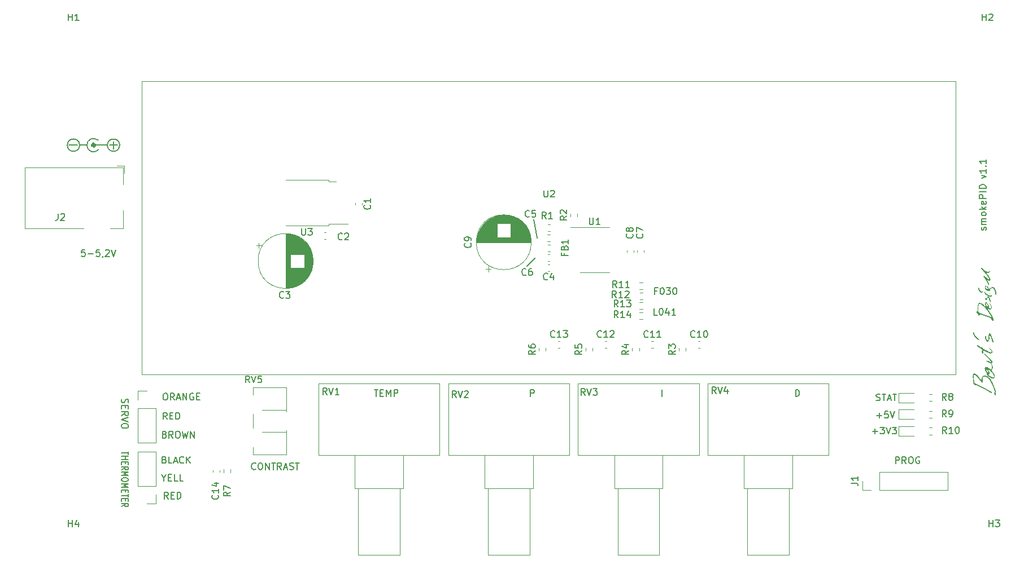
<source format=gbr>
%TF.GenerationSoftware,KiCad,Pcbnew,7.0.0-1.fc37*%
%TF.CreationDate,2023-06-05T08:34:40+02:00*%
%TF.ProjectId,smokePID,736d6f6b-6550-4494-942e-6b696361645f,rev?*%
%TF.SameCoordinates,Original*%
%TF.FileFunction,Legend,Top*%
%TF.FilePolarity,Positive*%
%FSLAX46Y46*%
G04 Gerber Fmt 4.6, Leading zero omitted, Abs format (unit mm)*
G04 Created by KiCad (PCBNEW 7.0.0-1.fc37) date 2023-06-05 08:34:40*
%MOMM*%
%LPD*%
G01*
G04 APERTURE LIST*
%ADD10C,0.150000*%
%ADD11C,0.120000*%
%ADD12C,0.500000*%
G04 APERTURE END LIST*
D10*
X121000000Y-93250000D02*
X121500000Y-96000000D01*
X120000000Y-100250000D02*
X121250000Y-99000000D01*
X51350000Y-82075000D02*
X52550000Y-82075000D01*
X58000000Y-81525000D02*
X58000000Y-82675000D01*
X57400000Y-82075000D02*
X58600000Y-82075000D01*
X53714285Y-97782380D02*
X53238095Y-97782380D01*
X53238095Y-97782380D02*
X53190476Y-98258571D01*
X53190476Y-98258571D02*
X53238095Y-98210952D01*
X53238095Y-98210952D02*
X53333333Y-98163333D01*
X53333333Y-98163333D02*
X53571428Y-98163333D01*
X53571428Y-98163333D02*
X53666666Y-98210952D01*
X53666666Y-98210952D02*
X53714285Y-98258571D01*
X53714285Y-98258571D02*
X53761904Y-98353809D01*
X53761904Y-98353809D02*
X53761904Y-98591904D01*
X53761904Y-98591904D02*
X53714285Y-98687142D01*
X53714285Y-98687142D02*
X53666666Y-98734761D01*
X53666666Y-98734761D02*
X53571428Y-98782380D01*
X53571428Y-98782380D02*
X53333333Y-98782380D01*
X53333333Y-98782380D02*
X53238095Y-98734761D01*
X53238095Y-98734761D02*
X53190476Y-98687142D01*
X54190476Y-98401428D02*
X54952381Y-98401428D01*
X55904761Y-97782380D02*
X55428571Y-97782380D01*
X55428571Y-97782380D02*
X55380952Y-98258571D01*
X55380952Y-98258571D02*
X55428571Y-98210952D01*
X55428571Y-98210952D02*
X55523809Y-98163333D01*
X55523809Y-98163333D02*
X55761904Y-98163333D01*
X55761904Y-98163333D02*
X55857142Y-98210952D01*
X55857142Y-98210952D02*
X55904761Y-98258571D01*
X55904761Y-98258571D02*
X55952380Y-98353809D01*
X55952380Y-98353809D02*
X55952380Y-98591904D01*
X55952380Y-98591904D02*
X55904761Y-98687142D01*
X55904761Y-98687142D02*
X55857142Y-98734761D01*
X55857142Y-98734761D02*
X55761904Y-98782380D01*
X55761904Y-98782380D02*
X55523809Y-98782380D01*
X55523809Y-98782380D02*
X55428571Y-98734761D01*
X55428571Y-98734761D02*
X55380952Y-98687142D01*
X56428571Y-98734761D02*
X56428571Y-98782380D01*
X56428571Y-98782380D02*
X56380952Y-98877619D01*
X56380952Y-98877619D02*
X56333333Y-98925238D01*
X56809523Y-97877619D02*
X56857142Y-97830000D01*
X56857142Y-97830000D02*
X56952380Y-97782380D01*
X56952380Y-97782380D02*
X57190475Y-97782380D01*
X57190475Y-97782380D02*
X57285713Y-97830000D01*
X57285713Y-97830000D02*
X57333332Y-97877619D01*
X57333332Y-97877619D02*
X57380951Y-97972857D01*
X57380951Y-97972857D02*
X57380951Y-98068095D01*
X57380951Y-98068095D02*
X57333332Y-98210952D01*
X57333332Y-98210952D02*
X56761904Y-98782380D01*
X56761904Y-98782380D02*
X57380951Y-98782380D01*
X57666666Y-97782380D02*
X57999999Y-98782380D01*
X57999999Y-98782380D02*
X58333332Y-97782380D01*
X140238095Y-119782380D02*
X140238095Y-118782380D01*
X172388095Y-122651428D02*
X173150000Y-122651428D01*
X172769047Y-123032380D02*
X172769047Y-122270476D01*
X174102380Y-122032380D02*
X173626190Y-122032380D01*
X173626190Y-122032380D02*
X173578571Y-122508571D01*
X173578571Y-122508571D02*
X173626190Y-122460952D01*
X173626190Y-122460952D02*
X173721428Y-122413333D01*
X173721428Y-122413333D02*
X173959523Y-122413333D01*
X173959523Y-122413333D02*
X174054761Y-122460952D01*
X174054761Y-122460952D02*
X174102380Y-122508571D01*
X174102380Y-122508571D02*
X174149999Y-122603809D01*
X174149999Y-122603809D02*
X174149999Y-122841904D01*
X174149999Y-122841904D02*
X174102380Y-122937142D01*
X174102380Y-122937142D02*
X174054761Y-122984761D01*
X174054761Y-122984761D02*
X173959523Y-123032380D01*
X173959523Y-123032380D02*
X173721428Y-123032380D01*
X173721428Y-123032380D02*
X173626190Y-122984761D01*
X173626190Y-122984761D02*
X173578571Y-122937142D01*
X174435714Y-122032380D02*
X174769047Y-123032380D01*
X174769047Y-123032380D02*
X175102380Y-122032380D01*
X139471428Y-103958571D02*
X139138095Y-103958571D01*
X139138095Y-104482380D02*
X139138095Y-103482380D01*
X139138095Y-103482380D02*
X139614285Y-103482380D01*
X140185714Y-103482380D02*
X140280952Y-103482380D01*
X140280952Y-103482380D02*
X140376190Y-103530000D01*
X140376190Y-103530000D02*
X140423809Y-103577619D01*
X140423809Y-103577619D02*
X140471428Y-103672857D01*
X140471428Y-103672857D02*
X140519047Y-103863333D01*
X140519047Y-103863333D02*
X140519047Y-104101428D01*
X140519047Y-104101428D02*
X140471428Y-104291904D01*
X140471428Y-104291904D02*
X140423809Y-104387142D01*
X140423809Y-104387142D02*
X140376190Y-104434761D01*
X140376190Y-104434761D02*
X140280952Y-104482380D01*
X140280952Y-104482380D02*
X140185714Y-104482380D01*
X140185714Y-104482380D02*
X140090476Y-104434761D01*
X140090476Y-104434761D02*
X140042857Y-104387142D01*
X140042857Y-104387142D02*
X139995238Y-104291904D01*
X139995238Y-104291904D02*
X139947619Y-104101428D01*
X139947619Y-104101428D02*
X139947619Y-103863333D01*
X139947619Y-103863333D02*
X139995238Y-103672857D01*
X139995238Y-103672857D02*
X140042857Y-103577619D01*
X140042857Y-103577619D02*
X140090476Y-103530000D01*
X140090476Y-103530000D02*
X140185714Y-103482380D01*
X140852381Y-103482380D02*
X141471428Y-103482380D01*
X141471428Y-103482380D02*
X141138095Y-103863333D01*
X141138095Y-103863333D02*
X141280952Y-103863333D01*
X141280952Y-103863333D02*
X141376190Y-103910952D01*
X141376190Y-103910952D02*
X141423809Y-103958571D01*
X141423809Y-103958571D02*
X141471428Y-104053809D01*
X141471428Y-104053809D02*
X141471428Y-104291904D01*
X141471428Y-104291904D02*
X141423809Y-104387142D01*
X141423809Y-104387142D02*
X141376190Y-104434761D01*
X141376190Y-104434761D02*
X141280952Y-104482380D01*
X141280952Y-104482380D02*
X140995238Y-104482380D01*
X140995238Y-104482380D02*
X140900000Y-104434761D01*
X140900000Y-104434761D02*
X140852381Y-104387142D01*
X142090476Y-103482380D02*
X142185714Y-103482380D01*
X142185714Y-103482380D02*
X142280952Y-103530000D01*
X142280952Y-103530000D02*
X142328571Y-103577619D01*
X142328571Y-103577619D02*
X142376190Y-103672857D01*
X142376190Y-103672857D02*
X142423809Y-103863333D01*
X142423809Y-103863333D02*
X142423809Y-104101428D01*
X142423809Y-104101428D02*
X142376190Y-104291904D01*
X142376190Y-104291904D02*
X142328571Y-104387142D01*
X142328571Y-104387142D02*
X142280952Y-104434761D01*
X142280952Y-104434761D02*
X142185714Y-104482380D01*
X142185714Y-104482380D02*
X142090476Y-104482380D01*
X142090476Y-104482380D02*
X141995238Y-104434761D01*
X141995238Y-104434761D02*
X141947619Y-104387142D01*
X141947619Y-104387142D02*
X141900000Y-104291904D01*
X141900000Y-104291904D02*
X141852381Y-104101428D01*
X141852381Y-104101428D02*
X141852381Y-103863333D01*
X141852381Y-103863333D02*
X141900000Y-103672857D01*
X141900000Y-103672857D02*
X141947619Y-103577619D01*
X141947619Y-103577619D02*
X141995238Y-103530000D01*
X141995238Y-103530000D02*
X142090476Y-103482380D01*
X175238095Y-129882380D02*
X175238095Y-128882380D01*
X175238095Y-128882380D02*
X175619047Y-128882380D01*
X175619047Y-128882380D02*
X175714285Y-128930000D01*
X175714285Y-128930000D02*
X175761904Y-128977619D01*
X175761904Y-128977619D02*
X175809523Y-129072857D01*
X175809523Y-129072857D02*
X175809523Y-129215714D01*
X175809523Y-129215714D02*
X175761904Y-129310952D01*
X175761904Y-129310952D02*
X175714285Y-129358571D01*
X175714285Y-129358571D02*
X175619047Y-129406190D01*
X175619047Y-129406190D02*
X175238095Y-129406190D01*
X176809523Y-129882380D02*
X176476190Y-129406190D01*
X176238095Y-129882380D02*
X176238095Y-128882380D01*
X176238095Y-128882380D02*
X176619047Y-128882380D01*
X176619047Y-128882380D02*
X176714285Y-128930000D01*
X176714285Y-128930000D02*
X176761904Y-128977619D01*
X176761904Y-128977619D02*
X176809523Y-129072857D01*
X176809523Y-129072857D02*
X176809523Y-129215714D01*
X176809523Y-129215714D02*
X176761904Y-129310952D01*
X176761904Y-129310952D02*
X176714285Y-129358571D01*
X176714285Y-129358571D02*
X176619047Y-129406190D01*
X176619047Y-129406190D02*
X176238095Y-129406190D01*
X177428571Y-128882380D02*
X177619047Y-128882380D01*
X177619047Y-128882380D02*
X177714285Y-128930000D01*
X177714285Y-128930000D02*
X177809523Y-129025238D01*
X177809523Y-129025238D02*
X177857142Y-129215714D01*
X177857142Y-129215714D02*
X177857142Y-129549047D01*
X177857142Y-129549047D02*
X177809523Y-129739523D01*
X177809523Y-129739523D02*
X177714285Y-129834761D01*
X177714285Y-129834761D02*
X177619047Y-129882380D01*
X177619047Y-129882380D02*
X177428571Y-129882380D01*
X177428571Y-129882380D02*
X177333333Y-129834761D01*
X177333333Y-129834761D02*
X177238095Y-129739523D01*
X177238095Y-129739523D02*
X177190476Y-129549047D01*
X177190476Y-129549047D02*
X177190476Y-129215714D01*
X177190476Y-129215714D02*
X177238095Y-129025238D01*
X177238095Y-129025238D02*
X177333333Y-128930000D01*
X177333333Y-128930000D02*
X177428571Y-128882380D01*
X178809523Y-128930000D02*
X178714285Y-128882380D01*
X178714285Y-128882380D02*
X178571428Y-128882380D01*
X178571428Y-128882380D02*
X178428571Y-128930000D01*
X178428571Y-128930000D02*
X178333333Y-129025238D01*
X178333333Y-129025238D02*
X178285714Y-129120476D01*
X178285714Y-129120476D02*
X178238095Y-129310952D01*
X178238095Y-129310952D02*
X178238095Y-129453809D01*
X178238095Y-129453809D02*
X178285714Y-129644285D01*
X178285714Y-129644285D02*
X178333333Y-129739523D01*
X178333333Y-129739523D02*
X178428571Y-129834761D01*
X178428571Y-129834761D02*
X178571428Y-129882380D01*
X178571428Y-129882380D02*
X178666666Y-129882380D01*
X178666666Y-129882380D02*
X178809523Y-129834761D01*
X178809523Y-129834761D02*
X178857142Y-129787142D01*
X178857142Y-129787142D02*
X178857142Y-129453809D01*
X178857142Y-129453809D02*
X178666666Y-129453809D01*
X66009523Y-123232380D02*
X65676190Y-122756190D01*
X65438095Y-123232380D02*
X65438095Y-122232380D01*
X65438095Y-122232380D02*
X65819047Y-122232380D01*
X65819047Y-122232380D02*
X65914285Y-122280000D01*
X65914285Y-122280000D02*
X65961904Y-122327619D01*
X65961904Y-122327619D02*
X66009523Y-122422857D01*
X66009523Y-122422857D02*
X66009523Y-122565714D01*
X66009523Y-122565714D02*
X65961904Y-122660952D01*
X65961904Y-122660952D02*
X65914285Y-122708571D01*
X65914285Y-122708571D02*
X65819047Y-122756190D01*
X65819047Y-122756190D02*
X65438095Y-122756190D01*
X66438095Y-122708571D02*
X66771428Y-122708571D01*
X66914285Y-123232380D02*
X66438095Y-123232380D01*
X66438095Y-123232380D02*
X66438095Y-122232380D01*
X66438095Y-122232380D02*
X66914285Y-122232380D01*
X67342857Y-123232380D02*
X67342857Y-122232380D01*
X67342857Y-122232380D02*
X67580952Y-122232380D01*
X67580952Y-122232380D02*
X67723809Y-122280000D01*
X67723809Y-122280000D02*
X67819047Y-122375238D01*
X67819047Y-122375238D02*
X67866666Y-122470476D01*
X67866666Y-122470476D02*
X67914285Y-122660952D01*
X67914285Y-122660952D02*
X67914285Y-122803809D01*
X67914285Y-122803809D02*
X67866666Y-122994285D01*
X67866666Y-122994285D02*
X67819047Y-123089523D01*
X67819047Y-123089523D02*
X67723809Y-123184761D01*
X67723809Y-123184761D02*
X67580952Y-123232380D01*
X67580952Y-123232380D02*
X67342857Y-123232380D01*
X65571071Y-132048690D02*
X65571071Y-132524880D01*
X65237738Y-131524880D02*
X65571071Y-132048690D01*
X65571071Y-132048690D02*
X65904404Y-131524880D01*
X66237738Y-132001071D02*
X66571071Y-132001071D01*
X66713928Y-132524880D02*
X66237738Y-132524880D01*
X66237738Y-132524880D02*
X66237738Y-131524880D01*
X66237738Y-131524880D02*
X66713928Y-131524880D01*
X67618690Y-132524880D02*
X67142500Y-132524880D01*
X67142500Y-132524880D02*
X67142500Y-131524880D01*
X68428214Y-132524880D02*
X67952024Y-132524880D01*
X67952024Y-132524880D02*
X67952024Y-131524880D01*
X172340476Y-120384761D02*
X172483333Y-120432380D01*
X172483333Y-120432380D02*
X172721428Y-120432380D01*
X172721428Y-120432380D02*
X172816666Y-120384761D01*
X172816666Y-120384761D02*
X172864285Y-120337142D01*
X172864285Y-120337142D02*
X172911904Y-120241904D01*
X172911904Y-120241904D02*
X172911904Y-120146666D01*
X172911904Y-120146666D02*
X172864285Y-120051428D01*
X172864285Y-120051428D02*
X172816666Y-120003809D01*
X172816666Y-120003809D02*
X172721428Y-119956190D01*
X172721428Y-119956190D02*
X172530952Y-119908571D01*
X172530952Y-119908571D02*
X172435714Y-119860952D01*
X172435714Y-119860952D02*
X172388095Y-119813333D01*
X172388095Y-119813333D02*
X172340476Y-119718095D01*
X172340476Y-119718095D02*
X172340476Y-119622857D01*
X172340476Y-119622857D02*
X172388095Y-119527619D01*
X172388095Y-119527619D02*
X172435714Y-119480000D01*
X172435714Y-119480000D02*
X172530952Y-119432380D01*
X172530952Y-119432380D02*
X172769047Y-119432380D01*
X172769047Y-119432380D02*
X172911904Y-119480000D01*
X173197619Y-119432380D02*
X173769047Y-119432380D01*
X173483333Y-120432380D02*
X173483333Y-119432380D01*
X174054762Y-120146666D02*
X174530952Y-120146666D01*
X173959524Y-120432380D02*
X174292857Y-119432380D01*
X174292857Y-119432380D02*
X174626190Y-120432380D01*
X174816667Y-119432380D02*
X175388095Y-119432380D01*
X175102381Y-120432380D02*
X175102381Y-119432380D01*
X65678571Y-119332380D02*
X65869047Y-119332380D01*
X65869047Y-119332380D02*
X65964285Y-119380000D01*
X65964285Y-119380000D02*
X66059523Y-119475238D01*
X66059523Y-119475238D02*
X66107142Y-119665714D01*
X66107142Y-119665714D02*
X66107142Y-119999047D01*
X66107142Y-119999047D02*
X66059523Y-120189523D01*
X66059523Y-120189523D02*
X65964285Y-120284761D01*
X65964285Y-120284761D02*
X65869047Y-120332380D01*
X65869047Y-120332380D02*
X65678571Y-120332380D01*
X65678571Y-120332380D02*
X65583333Y-120284761D01*
X65583333Y-120284761D02*
X65488095Y-120189523D01*
X65488095Y-120189523D02*
X65440476Y-119999047D01*
X65440476Y-119999047D02*
X65440476Y-119665714D01*
X65440476Y-119665714D02*
X65488095Y-119475238D01*
X65488095Y-119475238D02*
X65583333Y-119380000D01*
X65583333Y-119380000D02*
X65678571Y-119332380D01*
X67107142Y-120332380D02*
X66773809Y-119856190D01*
X66535714Y-120332380D02*
X66535714Y-119332380D01*
X66535714Y-119332380D02*
X66916666Y-119332380D01*
X66916666Y-119332380D02*
X67011904Y-119380000D01*
X67011904Y-119380000D02*
X67059523Y-119427619D01*
X67059523Y-119427619D02*
X67107142Y-119522857D01*
X67107142Y-119522857D02*
X67107142Y-119665714D01*
X67107142Y-119665714D02*
X67059523Y-119760952D01*
X67059523Y-119760952D02*
X67011904Y-119808571D01*
X67011904Y-119808571D02*
X66916666Y-119856190D01*
X66916666Y-119856190D02*
X66535714Y-119856190D01*
X67488095Y-120046666D02*
X67964285Y-120046666D01*
X67392857Y-120332380D02*
X67726190Y-119332380D01*
X67726190Y-119332380D02*
X68059523Y-120332380D01*
X68392857Y-120332380D02*
X68392857Y-119332380D01*
X68392857Y-119332380D02*
X68964285Y-120332380D01*
X68964285Y-120332380D02*
X68964285Y-119332380D01*
X69964285Y-119380000D02*
X69869047Y-119332380D01*
X69869047Y-119332380D02*
X69726190Y-119332380D01*
X69726190Y-119332380D02*
X69583333Y-119380000D01*
X69583333Y-119380000D02*
X69488095Y-119475238D01*
X69488095Y-119475238D02*
X69440476Y-119570476D01*
X69440476Y-119570476D02*
X69392857Y-119760952D01*
X69392857Y-119760952D02*
X69392857Y-119903809D01*
X69392857Y-119903809D02*
X69440476Y-120094285D01*
X69440476Y-120094285D02*
X69488095Y-120189523D01*
X69488095Y-120189523D02*
X69583333Y-120284761D01*
X69583333Y-120284761D02*
X69726190Y-120332380D01*
X69726190Y-120332380D02*
X69821428Y-120332380D01*
X69821428Y-120332380D02*
X69964285Y-120284761D01*
X69964285Y-120284761D02*
X70011904Y-120237142D01*
X70011904Y-120237142D02*
X70011904Y-119903809D01*
X70011904Y-119903809D02*
X69821428Y-119903809D01*
X70440476Y-119808571D02*
X70773809Y-119808571D01*
X70916666Y-120332380D02*
X70440476Y-120332380D01*
X70440476Y-120332380D02*
X70440476Y-119332380D01*
X70440476Y-119332380D02*
X70916666Y-119332380D01*
X120488095Y-119782380D02*
X120488095Y-118782380D01*
X120488095Y-118782380D02*
X120869047Y-118782380D01*
X120869047Y-118782380D02*
X120964285Y-118830000D01*
X120964285Y-118830000D02*
X121011904Y-118877619D01*
X121011904Y-118877619D02*
X121059523Y-118972857D01*
X121059523Y-118972857D02*
X121059523Y-119115714D01*
X121059523Y-119115714D02*
X121011904Y-119210952D01*
X121011904Y-119210952D02*
X120964285Y-119258571D01*
X120964285Y-119258571D02*
X120869047Y-119306190D01*
X120869047Y-119306190D02*
X120488095Y-119306190D01*
X65613928Y-129301071D02*
X65756785Y-129348690D01*
X65756785Y-129348690D02*
X65804404Y-129396309D01*
X65804404Y-129396309D02*
X65852023Y-129491547D01*
X65852023Y-129491547D02*
X65852023Y-129634404D01*
X65852023Y-129634404D02*
X65804404Y-129729642D01*
X65804404Y-129729642D02*
X65756785Y-129777261D01*
X65756785Y-129777261D02*
X65661547Y-129824880D01*
X65661547Y-129824880D02*
X65280595Y-129824880D01*
X65280595Y-129824880D02*
X65280595Y-128824880D01*
X65280595Y-128824880D02*
X65613928Y-128824880D01*
X65613928Y-128824880D02*
X65709166Y-128872500D01*
X65709166Y-128872500D02*
X65756785Y-128920119D01*
X65756785Y-128920119D02*
X65804404Y-129015357D01*
X65804404Y-129015357D02*
X65804404Y-129110595D01*
X65804404Y-129110595D02*
X65756785Y-129205833D01*
X65756785Y-129205833D02*
X65709166Y-129253452D01*
X65709166Y-129253452D02*
X65613928Y-129301071D01*
X65613928Y-129301071D02*
X65280595Y-129301071D01*
X66756785Y-129824880D02*
X66280595Y-129824880D01*
X66280595Y-129824880D02*
X66280595Y-128824880D01*
X67042500Y-129539166D02*
X67518690Y-129539166D01*
X66947262Y-129824880D02*
X67280595Y-128824880D01*
X67280595Y-128824880D02*
X67613928Y-129824880D01*
X68518690Y-129729642D02*
X68471071Y-129777261D01*
X68471071Y-129777261D02*
X68328214Y-129824880D01*
X68328214Y-129824880D02*
X68232976Y-129824880D01*
X68232976Y-129824880D02*
X68090119Y-129777261D01*
X68090119Y-129777261D02*
X67994881Y-129682023D01*
X67994881Y-129682023D02*
X67947262Y-129586785D01*
X67947262Y-129586785D02*
X67899643Y-129396309D01*
X67899643Y-129396309D02*
X67899643Y-129253452D01*
X67899643Y-129253452D02*
X67947262Y-129062976D01*
X67947262Y-129062976D02*
X67994881Y-128967738D01*
X67994881Y-128967738D02*
X68090119Y-128872500D01*
X68090119Y-128872500D02*
X68232976Y-128824880D01*
X68232976Y-128824880D02*
X68328214Y-128824880D01*
X68328214Y-128824880D02*
X68471071Y-128872500D01*
X68471071Y-128872500D02*
X68518690Y-128920119D01*
X68947262Y-129824880D02*
X68947262Y-128824880D01*
X69518690Y-129824880D02*
X69090119Y-129253452D01*
X69518690Y-128824880D02*
X68947262Y-129396309D01*
X160238095Y-119782380D02*
X160238095Y-118782380D01*
X160238095Y-118782380D02*
X160476190Y-118782380D01*
X160476190Y-118782380D02*
X160619047Y-118830000D01*
X160619047Y-118830000D02*
X160714285Y-118925238D01*
X160714285Y-118925238D02*
X160761904Y-119020476D01*
X160761904Y-119020476D02*
X160809523Y-119210952D01*
X160809523Y-119210952D02*
X160809523Y-119353809D01*
X160809523Y-119353809D02*
X160761904Y-119544285D01*
X160761904Y-119544285D02*
X160714285Y-119639523D01*
X160714285Y-119639523D02*
X160619047Y-119734761D01*
X160619047Y-119734761D02*
X160476190Y-119782380D01*
X160476190Y-119782380D02*
X160238095Y-119782380D01*
X59265238Y-120190476D02*
X59217619Y-120333333D01*
X59217619Y-120333333D02*
X59217619Y-120571428D01*
X59217619Y-120571428D02*
X59265238Y-120666666D01*
X59265238Y-120666666D02*
X59312857Y-120714285D01*
X59312857Y-120714285D02*
X59408095Y-120761904D01*
X59408095Y-120761904D02*
X59503333Y-120761904D01*
X59503333Y-120761904D02*
X59598571Y-120714285D01*
X59598571Y-120714285D02*
X59646190Y-120666666D01*
X59646190Y-120666666D02*
X59693809Y-120571428D01*
X59693809Y-120571428D02*
X59741428Y-120380952D01*
X59741428Y-120380952D02*
X59789047Y-120285714D01*
X59789047Y-120285714D02*
X59836666Y-120238095D01*
X59836666Y-120238095D02*
X59931904Y-120190476D01*
X59931904Y-120190476D02*
X60027142Y-120190476D01*
X60027142Y-120190476D02*
X60122380Y-120238095D01*
X60122380Y-120238095D02*
X60170000Y-120285714D01*
X60170000Y-120285714D02*
X60217619Y-120380952D01*
X60217619Y-120380952D02*
X60217619Y-120619047D01*
X60217619Y-120619047D02*
X60170000Y-120761904D01*
X59741428Y-121190476D02*
X59741428Y-121523809D01*
X59217619Y-121666666D02*
X59217619Y-121190476D01*
X59217619Y-121190476D02*
X60217619Y-121190476D01*
X60217619Y-121190476D02*
X60217619Y-121666666D01*
X59217619Y-122666666D02*
X59693809Y-122333333D01*
X59217619Y-122095238D02*
X60217619Y-122095238D01*
X60217619Y-122095238D02*
X60217619Y-122476190D01*
X60217619Y-122476190D02*
X60170000Y-122571428D01*
X60170000Y-122571428D02*
X60122380Y-122619047D01*
X60122380Y-122619047D02*
X60027142Y-122666666D01*
X60027142Y-122666666D02*
X59884285Y-122666666D01*
X59884285Y-122666666D02*
X59789047Y-122619047D01*
X59789047Y-122619047D02*
X59741428Y-122571428D01*
X59741428Y-122571428D02*
X59693809Y-122476190D01*
X59693809Y-122476190D02*
X59693809Y-122095238D01*
X60217619Y-122952381D02*
X59217619Y-123285714D01*
X59217619Y-123285714D02*
X60217619Y-123619047D01*
X60217619Y-124142857D02*
X60217619Y-124333333D01*
X60217619Y-124333333D02*
X60170000Y-124428571D01*
X60170000Y-124428571D02*
X60074761Y-124523809D01*
X60074761Y-124523809D02*
X59884285Y-124571428D01*
X59884285Y-124571428D02*
X59550952Y-124571428D01*
X59550952Y-124571428D02*
X59360476Y-124523809D01*
X59360476Y-124523809D02*
X59265238Y-124428571D01*
X59265238Y-124428571D02*
X59217619Y-124333333D01*
X59217619Y-124333333D02*
X59217619Y-124142857D01*
X59217619Y-124142857D02*
X59265238Y-124047619D01*
X59265238Y-124047619D02*
X59360476Y-123952381D01*
X59360476Y-123952381D02*
X59550952Y-123904762D01*
X59550952Y-123904762D02*
X59884285Y-123904762D01*
X59884285Y-123904762D02*
X60074761Y-123952381D01*
X60074761Y-123952381D02*
X60170000Y-124047619D01*
X60170000Y-124047619D02*
X60217619Y-124142857D01*
X139514285Y-107582380D02*
X139038095Y-107582380D01*
X139038095Y-107582380D02*
X139038095Y-106582380D01*
X140038095Y-106582380D02*
X140133333Y-106582380D01*
X140133333Y-106582380D02*
X140228571Y-106630000D01*
X140228571Y-106630000D02*
X140276190Y-106677619D01*
X140276190Y-106677619D02*
X140323809Y-106772857D01*
X140323809Y-106772857D02*
X140371428Y-106963333D01*
X140371428Y-106963333D02*
X140371428Y-107201428D01*
X140371428Y-107201428D02*
X140323809Y-107391904D01*
X140323809Y-107391904D02*
X140276190Y-107487142D01*
X140276190Y-107487142D02*
X140228571Y-107534761D01*
X140228571Y-107534761D02*
X140133333Y-107582380D01*
X140133333Y-107582380D02*
X140038095Y-107582380D01*
X140038095Y-107582380D02*
X139942857Y-107534761D01*
X139942857Y-107534761D02*
X139895238Y-107487142D01*
X139895238Y-107487142D02*
X139847619Y-107391904D01*
X139847619Y-107391904D02*
X139800000Y-107201428D01*
X139800000Y-107201428D02*
X139800000Y-106963333D01*
X139800000Y-106963333D02*
X139847619Y-106772857D01*
X139847619Y-106772857D02*
X139895238Y-106677619D01*
X139895238Y-106677619D02*
X139942857Y-106630000D01*
X139942857Y-106630000D02*
X140038095Y-106582380D01*
X141228571Y-106915714D02*
X141228571Y-107582380D01*
X140990476Y-106534761D02*
X140752381Y-107249047D01*
X140752381Y-107249047D02*
X141371428Y-107249047D01*
X142276190Y-107582380D02*
X141704762Y-107582380D01*
X141990476Y-107582380D02*
X141990476Y-106582380D01*
X141990476Y-106582380D02*
X141895238Y-106725238D01*
X141895238Y-106725238D02*
X141800000Y-106820476D01*
X141800000Y-106820476D02*
X141704762Y-106868095D01*
X60217619Y-128076190D02*
X60217619Y-128533333D01*
X59217619Y-128304761D02*
X60217619Y-128304761D01*
X59217619Y-128800000D02*
X60217619Y-128800000D01*
X59741428Y-128800000D02*
X59741428Y-129257143D01*
X59217619Y-129257143D02*
X60217619Y-129257143D01*
X59741428Y-129638095D02*
X59741428Y-129904761D01*
X59217619Y-130019047D02*
X59217619Y-129638095D01*
X59217619Y-129638095D02*
X60217619Y-129638095D01*
X60217619Y-129638095D02*
X60217619Y-130019047D01*
X59217619Y-130819048D02*
X59693809Y-130552381D01*
X59217619Y-130361905D02*
X60217619Y-130361905D01*
X60217619Y-130361905D02*
X60217619Y-130666667D01*
X60217619Y-130666667D02*
X60170000Y-130742857D01*
X60170000Y-130742857D02*
X60122380Y-130780952D01*
X60122380Y-130780952D02*
X60027142Y-130819048D01*
X60027142Y-130819048D02*
X59884285Y-130819048D01*
X59884285Y-130819048D02*
X59789047Y-130780952D01*
X59789047Y-130780952D02*
X59741428Y-130742857D01*
X59741428Y-130742857D02*
X59693809Y-130666667D01*
X59693809Y-130666667D02*
X59693809Y-130361905D01*
X59217619Y-131161905D02*
X60217619Y-131161905D01*
X60217619Y-131161905D02*
X59503333Y-131428571D01*
X59503333Y-131428571D02*
X60217619Y-131695238D01*
X60217619Y-131695238D02*
X59217619Y-131695238D01*
X60217619Y-132228572D02*
X60217619Y-132380953D01*
X60217619Y-132380953D02*
X60170000Y-132457143D01*
X60170000Y-132457143D02*
X60074761Y-132533334D01*
X60074761Y-132533334D02*
X59884285Y-132571429D01*
X59884285Y-132571429D02*
X59550952Y-132571429D01*
X59550952Y-132571429D02*
X59360476Y-132533334D01*
X59360476Y-132533334D02*
X59265238Y-132457143D01*
X59265238Y-132457143D02*
X59217619Y-132380953D01*
X59217619Y-132380953D02*
X59217619Y-132228572D01*
X59217619Y-132228572D02*
X59265238Y-132152381D01*
X59265238Y-132152381D02*
X59360476Y-132076191D01*
X59360476Y-132076191D02*
X59550952Y-132038095D01*
X59550952Y-132038095D02*
X59884285Y-132038095D01*
X59884285Y-132038095D02*
X60074761Y-132076191D01*
X60074761Y-132076191D02*
X60170000Y-132152381D01*
X60170000Y-132152381D02*
X60217619Y-132228572D01*
X59217619Y-132914286D02*
X60217619Y-132914286D01*
X60217619Y-132914286D02*
X59503333Y-133180952D01*
X59503333Y-133180952D02*
X60217619Y-133447619D01*
X60217619Y-133447619D02*
X59217619Y-133447619D01*
X59741428Y-133828572D02*
X59741428Y-134095238D01*
X59217619Y-134209524D02*
X59217619Y-133828572D01*
X59217619Y-133828572D02*
X60217619Y-133828572D01*
X60217619Y-133828572D02*
X60217619Y-134209524D01*
X60217619Y-134438096D02*
X60217619Y-134895239D01*
X59217619Y-134666667D02*
X60217619Y-134666667D01*
X59741428Y-135161906D02*
X59741428Y-135428572D01*
X59217619Y-135542858D02*
X59217619Y-135161906D01*
X59217619Y-135161906D02*
X60217619Y-135161906D01*
X60217619Y-135161906D02*
X60217619Y-135542858D01*
X59217619Y-136342859D02*
X59693809Y-136076192D01*
X59217619Y-135885716D02*
X60217619Y-135885716D01*
X60217619Y-135885716D02*
X60217619Y-136190478D01*
X60217619Y-136190478D02*
X60170000Y-136266668D01*
X60170000Y-136266668D02*
X60122380Y-136304763D01*
X60122380Y-136304763D02*
X60027142Y-136342859D01*
X60027142Y-136342859D02*
X59884285Y-136342859D01*
X59884285Y-136342859D02*
X59789047Y-136304763D01*
X59789047Y-136304763D02*
X59741428Y-136266668D01*
X59741428Y-136266668D02*
X59693809Y-136190478D01*
X59693809Y-136190478D02*
X59693809Y-135885716D01*
X97095238Y-118782380D02*
X97666666Y-118782380D01*
X97380952Y-119782380D02*
X97380952Y-118782380D01*
X98000000Y-119258571D02*
X98333333Y-119258571D01*
X98476190Y-119782380D02*
X98000000Y-119782380D01*
X98000000Y-119782380D02*
X98000000Y-118782380D01*
X98000000Y-118782380D02*
X98476190Y-118782380D01*
X98904762Y-119782380D02*
X98904762Y-118782380D01*
X98904762Y-118782380D02*
X99238095Y-119496666D01*
X99238095Y-119496666D02*
X99571428Y-118782380D01*
X99571428Y-118782380D02*
X99571428Y-119782380D01*
X100047619Y-119782380D02*
X100047619Y-118782380D01*
X100047619Y-118782380D02*
X100428571Y-118782380D01*
X100428571Y-118782380D02*
X100523809Y-118830000D01*
X100523809Y-118830000D02*
X100571428Y-118877619D01*
X100571428Y-118877619D02*
X100619047Y-118972857D01*
X100619047Y-118972857D02*
X100619047Y-119115714D01*
X100619047Y-119115714D02*
X100571428Y-119210952D01*
X100571428Y-119210952D02*
X100523809Y-119258571D01*
X100523809Y-119258571D02*
X100428571Y-119306190D01*
X100428571Y-119306190D02*
X100047619Y-119306190D01*
X188734761Y-94809523D02*
X188782380Y-94714285D01*
X188782380Y-94714285D02*
X188782380Y-94523809D01*
X188782380Y-94523809D02*
X188734761Y-94428571D01*
X188734761Y-94428571D02*
X188639523Y-94380952D01*
X188639523Y-94380952D02*
X188591904Y-94380952D01*
X188591904Y-94380952D02*
X188496666Y-94428571D01*
X188496666Y-94428571D02*
X188449047Y-94523809D01*
X188449047Y-94523809D02*
X188449047Y-94666666D01*
X188449047Y-94666666D02*
X188401428Y-94761904D01*
X188401428Y-94761904D02*
X188306190Y-94809523D01*
X188306190Y-94809523D02*
X188258571Y-94809523D01*
X188258571Y-94809523D02*
X188163333Y-94761904D01*
X188163333Y-94761904D02*
X188115714Y-94666666D01*
X188115714Y-94666666D02*
X188115714Y-94523809D01*
X188115714Y-94523809D02*
X188163333Y-94428571D01*
X188782380Y-93952380D02*
X188115714Y-93952380D01*
X188210952Y-93952380D02*
X188163333Y-93904761D01*
X188163333Y-93904761D02*
X188115714Y-93809523D01*
X188115714Y-93809523D02*
X188115714Y-93666666D01*
X188115714Y-93666666D02*
X188163333Y-93571428D01*
X188163333Y-93571428D02*
X188258571Y-93523809D01*
X188258571Y-93523809D02*
X188782380Y-93523809D01*
X188258571Y-93523809D02*
X188163333Y-93476190D01*
X188163333Y-93476190D02*
X188115714Y-93380952D01*
X188115714Y-93380952D02*
X188115714Y-93238095D01*
X188115714Y-93238095D02*
X188163333Y-93142856D01*
X188163333Y-93142856D02*
X188258571Y-93095237D01*
X188258571Y-93095237D02*
X188782380Y-93095237D01*
X188782380Y-92476190D02*
X188734761Y-92571428D01*
X188734761Y-92571428D02*
X188687142Y-92619047D01*
X188687142Y-92619047D02*
X188591904Y-92666666D01*
X188591904Y-92666666D02*
X188306190Y-92666666D01*
X188306190Y-92666666D02*
X188210952Y-92619047D01*
X188210952Y-92619047D02*
X188163333Y-92571428D01*
X188163333Y-92571428D02*
X188115714Y-92476190D01*
X188115714Y-92476190D02*
X188115714Y-92333333D01*
X188115714Y-92333333D02*
X188163333Y-92238095D01*
X188163333Y-92238095D02*
X188210952Y-92190476D01*
X188210952Y-92190476D02*
X188306190Y-92142857D01*
X188306190Y-92142857D02*
X188591904Y-92142857D01*
X188591904Y-92142857D02*
X188687142Y-92190476D01*
X188687142Y-92190476D02*
X188734761Y-92238095D01*
X188734761Y-92238095D02*
X188782380Y-92333333D01*
X188782380Y-92333333D02*
X188782380Y-92476190D01*
X188782380Y-91714285D02*
X187782380Y-91714285D01*
X188401428Y-91619047D02*
X188782380Y-91333333D01*
X188115714Y-91333333D02*
X188496666Y-91714285D01*
X188734761Y-90523809D02*
X188782380Y-90619047D01*
X188782380Y-90619047D02*
X188782380Y-90809523D01*
X188782380Y-90809523D02*
X188734761Y-90904761D01*
X188734761Y-90904761D02*
X188639523Y-90952380D01*
X188639523Y-90952380D02*
X188258571Y-90952380D01*
X188258571Y-90952380D02*
X188163333Y-90904761D01*
X188163333Y-90904761D02*
X188115714Y-90809523D01*
X188115714Y-90809523D02*
X188115714Y-90619047D01*
X188115714Y-90619047D02*
X188163333Y-90523809D01*
X188163333Y-90523809D02*
X188258571Y-90476190D01*
X188258571Y-90476190D02*
X188353809Y-90476190D01*
X188353809Y-90476190D02*
X188449047Y-90952380D01*
X188782380Y-90047618D02*
X187782380Y-90047618D01*
X187782380Y-90047618D02*
X187782380Y-89666666D01*
X187782380Y-89666666D02*
X187830000Y-89571428D01*
X187830000Y-89571428D02*
X187877619Y-89523809D01*
X187877619Y-89523809D02*
X187972857Y-89476190D01*
X187972857Y-89476190D02*
X188115714Y-89476190D01*
X188115714Y-89476190D02*
X188210952Y-89523809D01*
X188210952Y-89523809D02*
X188258571Y-89571428D01*
X188258571Y-89571428D02*
X188306190Y-89666666D01*
X188306190Y-89666666D02*
X188306190Y-90047618D01*
X188782380Y-89047618D02*
X187782380Y-89047618D01*
X188782380Y-88571428D02*
X187782380Y-88571428D01*
X187782380Y-88571428D02*
X187782380Y-88333333D01*
X187782380Y-88333333D02*
X187830000Y-88190476D01*
X187830000Y-88190476D02*
X187925238Y-88095238D01*
X187925238Y-88095238D02*
X188020476Y-88047619D01*
X188020476Y-88047619D02*
X188210952Y-88000000D01*
X188210952Y-88000000D02*
X188353809Y-88000000D01*
X188353809Y-88000000D02*
X188544285Y-88047619D01*
X188544285Y-88047619D02*
X188639523Y-88095238D01*
X188639523Y-88095238D02*
X188734761Y-88190476D01*
X188734761Y-88190476D02*
X188782380Y-88333333D01*
X188782380Y-88333333D02*
X188782380Y-88571428D01*
X188115714Y-87066666D02*
X188782380Y-86828571D01*
X188782380Y-86828571D02*
X188115714Y-86590476D01*
X188782380Y-85685714D02*
X188782380Y-86257142D01*
X188782380Y-85971428D02*
X187782380Y-85971428D01*
X187782380Y-85971428D02*
X187925238Y-86066666D01*
X187925238Y-86066666D02*
X188020476Y-86161904D01*
X188020476Y-86161904D02*
X188068095Y-86257142D01*
X188687142Y-85257142D02*
X188734761Y-85209523D01*
X188734761Y-85209523D02*
X188782380Y-85257142D01*
X188782380Y-85257142D02*
X188734761Y-85304761D01*
X188734761Y-85304761D02*
X188687142Y-85257142D01*
X188687142Y-85257142D02*
X188782380Y-85257142D01*
X188782380Y-84257143D02*
X188782380Y-84828571D01*
X188782380Y-84542857D02*
X187782380Y-84542857D01*
X187782380Y-84542857D02*
X187925238Y-84638095D01*
X187925238Y-84638095D02*
X188020476Y-84733333D01*
X188020476Y-84733333D02*
X188068095Y-84828571D01*
X171788095Y-125051428D02*
X172550000Y-125051428D01*
X172169047Y-125432380D02*
X172169047Y-124670476D01*
X172930952Y-124432380D02*
X173549999Y-124432380D01*
X173549999Y-124432380D02*
X173216666Y-124813333D01*
X173216666Y-124813333D02*
X173359523Y-124813333D01*
X173359523Y-124813333D02*
X173454761Y-124860952D01*
X173454761Y-124860952D02*
X173502380Y-124908571D01*
X173502380Y-124908571D02*
X173549999Y-125003809D01*
X173549999Y-125003809D02*
X173549999Y-125241904D01*
X173549999Y-125241904D02*
X173502380Y-125337142D01*
X173502380Y-125337142D02*
X173454761Y-125384761D01*
X173454761Y-125384761D02*
X173359523Y-125432380D01*
X173359523Y-125432380D02*
X173073809Y-125432380D01*
X173073809Y-125432380D02*
X172978571Y-125384761D01*
X172978571Y-125384761D02*
X172930952Y-125337142D01*
X173835714Y-124432380D02*
X174169047Y-125432380D01*
X174169047Y-125432380D02*
X174502380Y-124432380D01*
X174740476Y-124432380D02*
X175359523Y-124432380D01*
X175359523Y-124432380D02*
X175026190Y-124813333D01*
X175026190Y-124813333D02*
X175169047Y-124813333D01*
X175169047Y-124813333D02*
X175264285Y-124860952D01*
X175264285Y-124860952D02*
X175311904Y-124908571D01*
X175311904Y-124908571D02*
X175359523Y-125003809D01*
X175359523Y-125003809D02*
X175359523Y-125241904D01*
X175359523Y-125241904D02*
X175311904Y-125337142D01*
X175311904Y-125337142D02*
X175264285Y-125384761D01*
X175264285Y-125384761D02*
X175169047Y-125432380D01*
X175169047Y-125432380D02*
X174883333Y-125432380D01*
X174883333Y-125432380D02*
X174788095Y-125384761D01*
X174788095Y-125384761D02*
X174740476Y-125337142D01*
X66202023Y-135174880D02*
X65868690Y-134698690D01*
X65630595Y-135174880D02*
X65630595Y-134174880D01*
X65630595Y-134174880D02*
X66011547Y-134174880D01*
X66011547Y-134174880D02*
X66106785Y-134222500D01*
X66106785Y-134222500D02*
X66154404Y-134270119D01*
X66154404Y-134270119D02*
X66202023Y-134365357D01*
X66202023Y-134365357D02*
X66202023Y-134508214D01*
X66202023Y-134508214D02*
X66154404Y-134603452D01*
X66154404Y-134603452D02*
X66106785Y-134651071D01*
X66106785Y-134651071D02*
X66011547Y-134698690D01*
X66011547Y-134698690D02*
X65630595Y-134698690D01*
X66630595Y-134651071D02*
X66963928Y-134651071D01*
X67106785Y-135174880D02*
X66630595Y-135174880D01*
X66630595Y-135174880D02*
X66630595Y-134174880D01*
X66630595Y-134174880D02*
X67106785Y-134174880D01*
X67535357Y-135174880D02*
X67535357Y-134174880D01*
X67535357Y-134174880D02*
X67773452Y-134174880D01*
X67773452Y-134174880D02*
X67916309Y-134222500D01*
X67916309Y-134222500D02*
X68011547Y-134317738D01*
X68011547Y-134317738D02*
X68059166Y-134412976D01*
X68059166Y-134412976D02*
X68106785Y-134603452D01*
X68106785Y-134603452D02*
X68106785Y-134746309D01*
X68106785Y-134746309D02*
X68059166Y-134936785D01*
X68059166Y-134936785D02*
X68011547Y-135032023D01*
X68011547Y-135032023D02*
X67916309Y-135127261D01*
X67916309Y-135127261D02*
X67773452Y-135174880D01*
X67773452Y-135174880D02*
X67535357Y-135174880D01*
X79309523Y-130687142D02*
X79261904Y-130734761D01*
X79261904Y-130734761D02*
X79119047Y-130782380D01*
X79119047Y-130782380D02*
X79023809Y-130782380D01*
X79023809Y-130782380D02*
X78880952Y-130734761D01*
X78880952Y-130734761D02*
X78785714Y-130639523D01*
X78785714Y-130639523D02*
X78738095Y-130544285D01*
X78738095Y-130544285D02*
X78690476Y-130353809D01*
X78690476Y-130353809D02*
X78690476Y-130210952D01*
X78690476Y-130210952D02*
X78738095Y-130020476D01*
X78738095Y-130020476D02*
X78785714Y-129925238D01*
X78785714Y-129925238D02*
X78880952Y-129830000D01*
X78880952Y-129830000D02*
X79023809Y-129782380D01*
X79023809Y-129782380D02*
X79119047Y-129782380D01*
X79119047Y-129782380D02*
X79261904Y-129830000D01*
X79261904Y-129830000D02*
X79309523Y-129877619D01*
X79928571Y-129782380D02*
X80119047Y-129782380D01*
X80119047Y-129782380D02*
X80214285Y-129830000D01*
X80214285Y-129830000D02*
X80309523Y-129925238D01*
X80309523Y-129925238D02*
X80357142Y-130115714D01*
X80357142Y-130115714D02*
X80357142Y-130449047D01*
X80357142Y-130449047D02*
X80309523Y-130639523D01*
X80309523Y-130639523D02*
X80214285Y-130734761D01*
X80214285Y-130734761D02*
X80119047Y-130782380D01*
X80119047Y-130782380D02*
X79928571Y-130782380D01*
X79928571Y-130782380D02*
X79833333Y-130734761D01*
X79833333Y-130734761D02*
X79738095Y-130639523D01*
X79738095Y-130639523D02*
X79690476Y-130449047D01*
X79690476Y-130449047D02*
X79690476Y-130115714D01*
X79690476Y-130115714D02*
X79738095Y-129925238D01*
X79738095Y-129925238D02*
X79833333Y-129830000D01*
X79833333Y-129830000D02*
X79928571Y-129782380D01*
X80785714Y-130782380D02*
X80785714Y-129782380D01*
X80785714Y-129782380D02*
X81357142Y-130782380D01*
X81357142Y-130782380D02*
X81357142Y-129782380D01*
X81690476Y-129782380D02*
X82261904Y-129782380D01*
X81976190Y-130782380D02*
X81976190Y-129782380D01*
X83166666Y-130782380D02*
X82833333Y-130306190D01*
X82595238Y-130782380D02*
X82595238Y-129782380D01*
X82595238Y-129782380D02*
X82976190Y-129782380D01*
X82976190Y-129782380D02*
X83071428Y-129830000D01*
X83071428Y-129830000D02*
X83119047Y-129877619D01*
X83119047Y-129877619D02*
X83166666Y-129972857D01*
X83166666Y-129972857D02*
X83166666Y-130115714D01*
X83166666Y-130115714D02*
X83119047Y-130210952D01*
X83119047Y-130210952D02*
X83071428Y-130258571D01*
X83071428Y-130258571D02*
X82976190Y-130306190D01*
X82976190Y-130306190D02*
X82595238Y-130306190D01*
X83547619Y-130496666D02*
X84023809Y-130496666D01*
X83452381Y-130782380D02*
X83785714Y-129782380D01*
X83785714Y-129782380D02*
X84119047Y-130782380D01*
X84404762Y-130734761D02*
X84547619Y-130782380D01*
X84547619Y-130782380D02*
X84785714Y-130782380D01*
X84785714Y-130782380D02*
X84880952Y-130734761D01*
X84880952Y-130734761D02*
X84928571Y-130687142D01*
X84928571Y-130687142D02*
X84976190Y-130591904D01*
X84976190Y-130591904D02*
X84976190Y-130496666D01*
X84976190Y-130496666D02*
X84928571Y-130401428D01*
X84928571Y-130401428D02*
X84880952Y-130353809D01*
X84880952Y-130353809D02*
X84785714Y-130306190D01*
X84785714Y-130306190D02*
X84595238Y-130258571D01*
X84595238Y-130258571D02*
X84500000Y-130210952D01*
X84500000Y-130210952D02*
X84452381Y-130163333D01*
X84452381Y-130163333D02*
X84404762Y-130068095D01*
X84404762Y-130068095D02*
X84404762Y-129972857D01*
X84404762Y-129972857D02*
X84452381Y-129877619D01*
X84452381Y-129877619D02*
X84500000Y-129830000D01*
X84500000Y-129830000D02*
X84595238Y-129782380D01*
X84595238Y-129782380D02*
X84833333Y-129782380D01*
X84833333Y-129782380D02*
X84976190Y-129830000D01*
X85261905Y-129782380D02*
X85833333Y-129782380D01*
X85547619Y-130782380D02*
X85547619Y-129782380D01*
X65671428Y-125508571D02*
X65814285Y-125556190D01*
X65814285Y-125556190D02*
X65861904Y-125603809D01*
X65861904Y-125603809D02*
X65909523Y-125699047D01*
X65909523Y-125699047D02*
X65909523Y-125841904D01*
X65909523Y-125841904D02*
X65861904Y-125937142D01*
X65861904Y-125937142D02*
X65814285Y-125984761D01*
X65814285Y-125984761D02*
X65719047Y-126032380D01*
X65719047Y-126032380D02*
X65338095Y-126032380D01*
X65338095Y-126032380D02*
X65338095Y-125032380D01*
X65338095Y-125032380D02*
X65671428Y-125032380D01*
X65671428Y-125032380D02*
X65766666Y-125080000D01*
X65766666Y-125080000D02*
X65814285Y-125127619D01*
X65814285Y-125127619D02*
X65861904Y-125222857D01*
X65861904Y-125222857D02*
X65861904Y-125318095D01*
X65861904Y-125318095D02*
X65814285Y-125413333D01*
X65814285Y-125413333D02*
X65766666Y-125460952D01*
X65766666Y-125460952D02*
X65671428Y-125508571D01*
X65671428Y-125508571D02*
X65338095Y-125508571D01*
X66909523Y-126032380D02*
X66576190Y-125556190D01*
X66338095Y-126032380D02*
X66338095Y-125032380D01*
X66338095Y-125032380D02*
X66719047Y-125032380D01*
X66719047Y-125032380D02*
X66814285Y-125080000D01*
X66814285Y-125080000D02*
X66861904Y-125127619D01*
X66861904Y-125127619D02*
X66909523Y-125222857D01*
X66909523Y-125222857D02*
X66909523Y-125365714D01*
X66909523Y-125365714D02*
X66861904Y-125460952D01*
X66861904Y-125460952D02*
X66814285Y-125508571D01*
X66814285Y-125508571D02*
X66719047Y-125556190D01*
X66719047Y-125556190D02*
X66338095Y-125556190D01*
X67528571Y-125032380D02*
X67719047Y-125032380D01*
X67719047Y-125032380D02*
X67814285Y-125080000D01*
X67814285Y-125080000D02*
X67909523Y-125175238D01*
X67909523Y-125175238D02*
X67957142Y-125365714D01*
X67957142Y-125365714D02*
X67957142Y-125699047D01*
X67957142Y-125699047D02*
X67909523Y-125889523D01*
X67909523Y-125889523D02*
X67814285Y-125984761D01*
X67814285Y-125984761D02*
X67719047Y-126032380D01*
X67719047Y-126032380D02*
X67528571Y-126032380D01*
X67528571Y-126032380D02*
X67433333Y-125984761D01*
X67433333Y-125984761D02*
X67338095Y-125889523D01*
X67338095Y-125889523D02*
X67290476Y-125699047D01*
X67290476Y-125699047D02*
X67290476Y-125365714D01*
X67290476Y-125365714D02*
X67338095Y-125175238D01*
X67338095Y-125175238D02*
X67433333Y-125080000D01*
X67433333Y-125080000D02*
X67528571Y-125032380D01*
X68290476Y-125032380D02*
X68528571Y-126032380D01*
X68528571Y-126032380D02*
X68719047Y-125318095D01*
X68719047Y-125318095D02*
X68909523Y-126032380D01*
X68909523Y-126032380D02*
X69147619Y-125032380D01*
X69528571Y-126032380D02*
X69528571Y-125032380D01*
X69528571Y-125032380D02*
X70099999Y-126032380D01*
X70099999Y-126032380D02*
X70099999Y-125032380D01*
%TO.C,C3*%
X83483333Y-104949642D02*
X83435714Y-104997261D01*
X83435714Y-104997261D02*
X83292857Y-105044880D01*
X83292857Y-105044880D02*
X83197619Y-105044880D01*
X83197619Y-105044880D02*
X83054762Y-104997261D01*
X83054762Y-104997261D02*
X82959524Y-104902023D01*
X82959524Y-104902023D02*
X82911905Y-104806785D01*
X82911905Y-104806785D02*
X82864286Y-104616309D01*
X82864286Y-104616309D02*
X82864286Y-104473452D01*
X82864286Y-104473452D02*
X82911905Y-104282976D01*
X82911905Y-104282976D02*
X82959524Y-104187738D01*
X82959524Y-104187738D02*
X83054762Y-104092500D01*
X83054762Y-104092500D02*
X83197619Y-104044880D01*
X83197619Y-104044880D02*
X83292857Y-104044880D01*
X83292857Y-104044880D02*
X83435714Y-104092500D01*
X83435714Y-104092500D02*
X83483333Y-104140119D01*
X83816667Y-104044880D02*
X84435714Y-104044880D01*
X84435714Y-104044880D02*
X84102381Y-104425833D01*
X84102381Y-104425833D02*
X84245238Y-104425833D01*
X84245238Y-104425833D02*
X84340476Y-104473452D01*
X84340476Y-104473452D02*
X84388095Y-104521071D01*
X84388095Y-104521071D02*
X84435714Y-104616309D01*
X84435714Y-104616309D02*
X84435714Y-104854404D01*
X84435714Y-104854404D02*
X84388095Y-104949642D01*
X84388095Y-104949642D02*
X84340476Y-104997261D01*
X84340476Y-104997261D02*
X84245238Y-105044880D01*
X84245238Y-105044880D02*
X83959524Y-105044880D01*
X83959524Y-105044880D02*
X83864286Y-104997261D01*
X83864286Y-104997261D02*
X83816667Y-104949642D01*
%TO.C,C13*%
X124132142Y-110842142D02*
X124084523Y-110889761D01*
X124084523Y-110889761D02*
X123941666Y-110937380D01*
X123941666Y-110937380D02*
X123846428Y-110937380D01*
X123846428Y-110937380D02*
X123703571Y-110889761D01*
X123703571Y-110889761D02*
X123608333Y-110794523D01*
X123608333Y-110794523D02*
X123560714Y-110699285D01*
X123560714Y-110699285D02*
X123513095Y-110508809D01*
X123513095Y-110508809D02*
X123513095Y-110365952D01*
X123513095Y-110365952D02*
X123560714Y-110175476D01*
X123560714Y-110175476D02*
X123608333Y-110080238D01*
X123608333Y-110080238D02*
X123703571Y-109985000D01*
X123703571Y-109985000D02*
X123846428Y-109937380D01*
X123846428Y-109937380D02*
X123941666Y-109937380D01*
X123941666Y-109937380D02*
X124084523Y-109985000D01*
X124084523Y-109985000D02*
X124132142Y-110032619D01*
X125084523Y-110937380D02*
X124513095Y-110937380D01*
X124798809Y-110937380D02*
X124798809Y-109937380D01*
X124798809Y-109937380D02*
X124703571Y-110080238D01*
X124703571Y-110080238D02*
X124608333Y-110175476D01*
X124608333Y-110175476D02*
X124513095Y-110223095D01*
X125417857Y-109937380D02*
X126036904Y-109937380D01*
X126036904Y-109937380D02*
X125703571Y-110318333D01*
X125703571Y-110318333D02*
X125846428Y-110318333D01*
X125846428Y-110318333D02*
X125941666Y-110365952D01*
X125941666Y-110365952D02*
X125989285Y-110413571D01*
X125989285Y-110413571D02*
X126036904Y-110508809D01*
X126036904Y-110508809D02*
X126036904Y-110746904D01*
X126036904Y-110746904D02*
X125989285Y-110842142D01*
X125989285Y-110842142D02*
X125941666Y-110889761D01*
X125941666Y-110889761D02*
X125846428Y-110937380D01*
X125846428Y-110937380D02*
X125560714Y-110937380D01*
X125560714Y-110937380D02*
X125465476Y-110889761D01*
X125465476Y-110889761D02*
X125417857Y-110842142D01*
%TO.C,H4*%
X51238095Y-139367380D02*
X51238095Y-138367380D01*
X51238095Y-138843571D02*
X51809523Y-138843571D01*
X51809523Y-139367380D02*
X51809523Y-138367380D01*
X52714285Y-138700714D02*
X52714285Y-139367380D01*
X52476190Y-138319761D02*
X52238095Y-139034047D01*
X52238095Y-139034047D02*
X52857142Y-139034047D01*
%TO.C,C14*%
X73654642Y-134635357D02*
X73702261Y-134682976D01*
X73702261Y-134682976D02*
X73749880Y-134825833D01*
X73749880Y-134825833D02*
X73749880Y-134921071D01*
X73749880Y-134921071D02*
X73702261Y-135063928D01*
X73702261Y-135063928D02*
X73607023Y-135159166D01*
X73607023Y-135159166D02*
X73511785Y-135206785D01*
X73511785Y-135206785D02*
X73321309Y-135254404D01*
X73321309Y-135254404D02*
X73178452Y-135254404D01*
X73178452Y-135254404D02*
X72987976Y-135206785D01*
X72987976Y-135206785D02*
X72892738Y-135159166D01*
X72892738Y-135159166D02*
X72797500Y-135063928D01*
X72797500Y-135063928D02*
X72749880Y-134921071D01*
X72749880Y-134921071D02*
X72749880Y-134825833D01*
X72749880Y-134825833D02*
X72797500Y-134682976D01*
X72797500Y-134682976D02*
X72845119Y-134635357D01*
X73749880Y-133682976D02*
X73749880Y-134254404D01*
X73749880Y-133968690D02*
X72749880Y-133968690D01*
X72749880Y-133968690D02*
X72892738Y-134063928D01*
X72892738Y-134063928D02*
X72987976Y-134159166D01*
X72987976Y-134159166D02*
X73035595Y-134254404D01*
X73083214Y-132825833D02*
X73749880Y-132825833D01*
X72702261Y-133063928D02*
X73416547Y-133302023D01*
X73416547Y-133302023D02*
X73416547Y-132682976D01*
%TO.C,J2*%
X49666666Y-92367380D02*
X49666666Y-93081666D01*
X49666666Y-93081666D02*
X49619047Y-93224523D01*
X49619047Y-93224523D02*
X49523809Y-93319761D01*
X49523809Y-93319761D02*
X49380952Y-93367380D01*
X49380952Y-93367380D02*
X49285714Y-93367380D01*
X50095238Y-92462619D02*
X50142857Y-92415000D01*
X50142857Y-92415000D02*
X50238095Y-92367380D01*
X50238095Y-92367380D02*
X50476190Y-92367380D01*
X50476190Y-92367380D02*
X50571428Y-92415000D01*
X50571428Y-92415000D02*
X50619047Y-92462619D01*
X50619047Y-92462619D02*
X50666666Y-92557857D01*
X50666666Y-92557857D02*
X50666666Y-92653095D01*
X50666666Y-92653095D02*
X50619047Y-92795952D01*
X50619047Y-92795952D02*
X50047619Y-93367380D01*
X50047619Y-93367380D02*
X50666666Y-93367380D01*
%TO.C,R11*%
X133432142Y-103437380D02*
X133098809Y-102961190D01*
X132860714Y-103437380D02*
X132860714Y-102437380D01*
X132860714Y-102437380D02*
X133241666Y-102437380D01*
X133241666Y-102437380D02*
X133336904Y-102485000D01*
X133336904Y-102485000D02*
X133384523Y-102532619D01*
X133384523Y-102532619D02*
X133432142Y-102627857D01*
X133432142Y-102627857D02*
X133432142Y-102770714D01*
X133432142Y-102770714D02*
X133384523Y-102865952D01*
X133384523Y-102865952D02*
X133336904Y-102913571D01*
X133336904Y-102913571D02*
X133241666Y-102961190D01*
X133241666Y-102961190D02*
X132860714Y-102961190D01*
X134384523Y-103437380D02*
X133813095Y-103437380D01*
X134098809Y-103437380D02*
X134098809Y-102437380D01*
X134098809Y-102437380D02*
X134003571Y-102580238D01*
X134003571Y-102580238D02*
X133908333Y-102675476D01*
X133908333Y-102675476D02*
X133813095Y-102723095D01*
X135336904Y-103437380D02*
X134765476Y-103437380D01*
X135051190Y-103437380D02*
X135051190Y-102437380D01*
X135051190Y-102437380D02*
X134955952Y-102580238D01*
X134955952Y-102580238D02*
X134860714Y-102675476D01*
X134860714Y-102675476D02*
X134765476Y-102723095D01*
%TO.C,C9*%
X111522142Y-96819317D02*
X111569761Y-96866936D01*
X111569761Y-96866936D02*
X111617380Y-97009793D01*
X111617380Y-97009793D02*
X111617380Y-97105031D01*
X111617380Y-97105031D02*
X111569761Y-97247888D01*
X111569761Y-97247888D02*
X111474523Y-97343126D01*
X111474523Y-97343126D02*
X111379285Y-97390745D01*
X111379285Y-97390745D02*
X111188809Y-97438364D01*
X111188809Y-97438364D02*
X111045952Y-97438364D01*
X111045952Y-97438364D02*
X110855476Y-97390745D01*
X110855476Y-97390745D02*
X110760238Y-97343126D01*
X110760238Y-97343126D02*
X110665000Y-97247888D01*
X110665000Y-97247888D02*
X110617380Y-97105031D01*
X110617380Y-97105031D02*
X110617380Y-97009793D01*
X110617380Y-97009793D02*
X110665000Y-96866936D01*
X110665000Y-96866936D02*
X110712619Y-96819317D01*
X111617380Y-96343126D02*
X111617380Y-96152650D01*
X111617380Y-96152650D02*
X111569761Y-96057412D01*
X111569761Y-96057412D02*
X111522142Y-96009793D01*
X111522142Y-96009793D02*
X111379285Y-95914555D01*
X111379285Y-95914555D02*
X111188809Y-95866936D01*
X111188809Y-95866936D02*
X110807857Y-95866936D01*
X110807857Y-95866936D02*
X110712619Y-95914555D01*
X110712619Y-95914555D02*
X110665000Y-95962174D01*
X110665000Y-95962174D02*
X110617380Y-96057412D01*
X110617380Y-96057412D02*
X110617380Y-96247888D01*
X110617380Y-96247888D02*
X110665000Y-96343126D01*
X110665000Y-96343126D02*
X110712619Y-96390745D01*
X110712619Y-96390745D02*
X110807857Y-96438364D01*
X110807857Y-96438364D02*
X111045952Y-96438364D01*
X111045952Y-96438364D02*
X111141190Y-96390745D01*
X111141190Y-96390745D02*
X111188809Y-96343126D01*
X111188809Y-96343126D02*
X111236428Y-96247888D01*
X111236428Y-96247888D02*
X111236428Y-96057412D01*
X111236428Y-96057412D02*
X111188809Y-95962174D01*
X111188809Y-95962174D02*
X111141190Y-95914555D01*
X111141190Y-95914555D02*
X111045952Y-95866936D01*
%TO.C,R10*%
X182857142Y-125367380D02*
X182523809Y-124891190D01*
X182285714Y-125367380D02*
X182285714Y-124367380D01*
X182285714Y-124367380D02*
X182666666Y-124367380D01*
X182666666Y-124367380D02*
X182761904Y-124415000D01*
X182761904Y-124415000D02*
X182809523Y-124462619D01*
X182809523Y-124462619D02*
X182857142Y-124557857D01*
X182857142Y-124557857D02*
X182857142Y-124700714D01*
X182857142Y-124700714D02*
X182809523Y-124795952D01*
X182809523Y-124795952D02*
X182761904Y-124843571D01*
X182761904Y-124843571D02*
X182666666Y-124891190D01*
X182666666Y-124891190D02*
X182285714Y-124891190D01*
X183809523Y-125367380D02*
X183238095Y-125367380D01*
X183523809Y-125367380D02*
X183523809Y-124367380D01*
X183523809Y-124367380D02*
X183428571Y-124510238D01*
X183428571Y-124510238D02*
X183333333Y-124605476D01*
X183333333Y-124605476D02*
X183238095Y-124653095D01*
X184428571Y-124367380D02*
X184523809Y-124367380D01*
X184523809Y-124367380D02*
X184619047Y-124415000D01*
X184619047Y-124415000D02*
X184666666Y-124462619D01*
X184666666Y-124462619D02*
X184714285Y-124557857D01*
X184714285Y-124557857D02*
X184761904Y-124748333D01*
X184761904Y-124748333D02*
X184761904Y-124986428D01*
X184761904Y-124986428D02*
X184714285Y-125176904D01*
X184714285Y-125176904D02*
X184666666Y-125272142D01*
X184666666Y-125272142D02*
X184619047Y-125319761D01*
X184619047Y-125319761D02*
X184523809Y-125367380D01*
X184523809Y-125367380D02*
X184428571Y-125367380D01*
X184428571Y-125367380D02*
X184333333Y-125319761D01*
X184333333Y-125319761D02*
X184285714Y-125272142D01*
X184285714Y-125272142D02*
X184238095Y-125176904D01*
X184238095Y-125176904D02*
X184190476Y-124986428D01*
X184190476Y-124986428D02*
X184190476Y-124748333D01*
X184190476Y-124748333D02*
X184238095Y-124557857D01*
X184238095Y-124557857D02*
X184285714Y-124462619D01*
X184285714Y-124462619D02*
X184333333Y-124415000D01*
X184333333Y-124415000D02*
X184428571Y-124367380D01*
%TO.C,C11*%
X138132142Y-110842142D02*
X138084523Y-110889761D01*
X138084523Y-110889761D02*
X137941666Y-110937380D01*
X137941666Y-110937380D02*
X137846428Y-110937380D01*
X137846428Y-110937380D02*
X137703571Y-110889761D01*
X137703571Y-110889761D02*
X137608333Y-110794523D01*
X137608333Y-110794523D02*
X137560714Y-110699285D01*
X137560714Y-110699285D02*
X137513095Y-110508809D01*
X137513095Y-110508809D02*
X137513095Y-110365952D01*
X137513095Y-110365952D02*
X137560714Y-110175476D01*
X137560714Y-110175476D02*
X137608333Y-110080238D01*
X137608333Y-110080238D02*
X137703571Y-109985000D01*
X137703571Y-109985000D02*
X137846428Y-109937380D01*
X137846428Y-109937380D02*
X137941666Y-109937380D01*
X137941666Y-109937380D02*
X138084523Y-109985000D01*
X138084523Y-109985000D02*
X138132142Y-110032619D01*
X139084523Y-110937380D02*
X138513095Y-110937380D01*
X138798809Y-110937380D02*
X138798809Y-109937380D01*
X138798809Y-109937380D02*
X138703571Y-110080238D01*
X138703571Y-110080238D02*
X138608333Y-110175476D01*
X138608333Y-110175476D02*
X138513095Y-110223095D01*
X140036904Y-110937380D02*
X139465476Y-110937380D01*
X139751190Y-110937380D02*
X139751190Y-109937380D01*
X139751190Y-109937380D02*
X139655952Y-110080238D01*
X139655952Y-110080238D02*
X139560714Y-110175476D01*
X139560714Y-110175476D02*
X139465476Y-110223095D01*
%TO.C,R2*%
X125937380Y-92741666D02*
X125461190Y-93074999D01*
X125937380Y-93313094D02*
X124937380Y-93313094D01*
X124937380Y-93313094D02*
X124937380Y-92932142D01*
X124937380Y-92932142D02*
X124985000Y-92836904D01*
X124985000Y-92836904D02*
X125032619Y-92789285D01*
X125032619Y-92789285D02*
X125127857Y-92741666D01*
X125127857Y-92741666D02*
X125270714Y-92741666D01*
X125270714Y-92741666D02*
X125365952Y-92789285D01*
X125365952Y-92789285D02*
X125413571Y-92836904D01*
X125413571Y-92836904D02*
X125461190Y-92932142D01*
X125461190Y-92932142D02*
X125461190Y-93313094D01*
X125032619Y-92360713D02*
X124985000Y-92313094D01*
X124985000Y-92313094D02*
X124937380Y-92217856D01*
X124937380Y-92217856D02*
X124937380Y-91979761D01*
X124937380Y-91979761D02*
X124985000Y-91884523D01*
X124985000Y-91884523D02*
X125032619Y-91836904D01*
X125032619Y-91836904D02*
X125127857Y-91789285D01*
X125127857Y-91789285D02*
X125223095Y-91789285D01*
X125223095Y-91789285D02*
X125365952Y-91836904D01*
X125365952Y-91836904D02*
X125937380Y-92408332D01*
X125937380Y-92408332D02*
X125937380Y-91789285D01*
%TO.C,R12*%
X133357142Y-104977380D02*
X133023809Y-104501190D01*
X132785714Y-104977380D02*
X132785714Y-103977380D01*
X132785714Y-103977380D02*
X133166666Y-103977380D01*
X133166666Y-103977380D02*
X133261904Y-104025000D01*
X133261904Y-104025000D02*
X133309523Y-104072619D01*
X133309523Y-104072619D02*
X133357142Y-104167857D01*
X133357142Y-104167857D02*
X133357142Y-104310714D01*
X133357142Y-104310714D02*
X133309523Y-104405952D01*
X133309523Y-104405952D02*
X133261904Y-104453571D01*
X133261904Y-104453571D02*
X133166666Y-104501190D01*
X133166666Y-104501190D02*
X132785714Y-104501190D01*
X134309523Y-104977380D02*
X133738095Y-104977380D01*
X134023809Y-104977380D02*
X134023809Y-103977380D01*
X134023809Y-103977380D02*
X133928571Y-104120238D01*
X133928571Y-104120238D02*
X133833333Y-104215476D01*
X133833333Y-104215476D02*
X133738095Y-104263095D01*
X134690476Y-104072619D02*
X134738095Y-104025000D01*
X134738095Y-104025000D02*
X134833333Y-103977380D01*
X134833333Y-103977380D02*
X135071428Y-103977380D01*
X135071428Y-103977380D02*
X135166666Y-104025000D01*
X135166666Y-104025000D02*
X135214285Y-104072619D01*
X135214285Y-104072619D02*
X135261904Y-104167857D01*
X135261904Y-104167857D02*
X135261904Y-104263095D01*
X135261904Y-104263095D02*
X135214285Y-104405952D01*
X135214285Y-104405952D02*
X134642857Y-104977380D01*
X134642857Y-104977380D02*
X135261904Y-104977380D01*
%TO.C,J1*%
X168617380Y-132833333D02*
X169331666Y-132833333D01*
X169331666Y-132833333D02*
X169474523Y-132880952D01*
X169474523Y-132880952D02*
X169569761Y-132976190D01*
X169569761Y-132976190D02*
X169617380Y-133119047D01*
X169617380Y-133119047D02*
X169617380Y-133214285D01*
X169617380Y-131833333D02*
X169617380Y-132404761D01*
X169617380Y-132119047D02*
X168617380Y-132119047D01*
X168617380Y-132119047D02*
X168760238Y-132214285D01*
X168760238Y-132214285D02*
X168855476Y-132309523D01*
X168855476Y-132309523D02*
X168903095Y-132404761D01*
%TO.C,R3*%
X142212380Y-112916666D02*
X141736190Y-113249999D01*
X142212380Y-113488094D02*
X141212380Y-113488094D01*
X141212380Y-113488094D02*
X141212380Y-113107142D01*
X141212380Y-113107142D02*
X141260000Y-113011904D01*
X141260000Y-113011904D02*
X141307619Y-112964285D01*
X141307619Y-112964285D02*
X141402857Y-112916666D01*
X141402857Y-112916666D02*
X141545714Y-112916666D01*
X141545714Y-112916666D02*
X141640952Y-112964285D01*
X141640952Y-112964285D02*
X141688571Y-113011904D01*
X141688571Y-113011904D02*
X141736190Y-113107142D01*
X141736190Y-113107142D02*
X141736190Y-113488094D01*
X141212380Y-112583332D02*
X141212380Y-111964285D01*
X141212380Y-111964285D02*
X141593333Y-112297618D01*
X141593333Y-112297618D02*
X141593333Y-112154761D01*
X141593333Y-112154761D02*
X141640952Y-112059523D01*
X141640952Y-112059523D02*
X141688571Y-112011904D01*
X141688571Y-112011904D02*
X141783809Y-111964285D01*
X141783809Y-111964285D02*
X142021904Y-111964285D01*
X142021904Y-111964285D02*
X142117142Y-112011904D01*
X142117142Y-112011904D02*
X142164761Y-112059523D01*
X142164761Y-112059523D02*
X142212380Y-112154761D01*
X142212380Y-112154761D02*
X142212380Y-112440475D01*
X142212380Y-112440475D02*
X142164761Y-112535713D01*
X142164761Y-112535713D02*
X142117142Y-112583332D01*
%TO.C,C1*%
X96452142Y-91081666D02*
X96499761Y-91129285D01*
X96499761Y-91129285D02*
X96547380Y-91272142D01*
X96547380Y-91272142D02*
X96547380Y-91367380D01*
X96547380Y-91367380D02*
X96499761Y-91510237D01*
X96499761Y-91510237D02*
X96404523Y-91605475D01*
X96404523Y-91605475D02*
X96309285Y-91653094D01*
X96309285Y-91653094D02*
X96118809Y-91700713D01*
X96118809Y-91700713D02*
X95975952Y-91700713D01*
X95975952Y-91700713D02*
X95785476Y-91653094D01*
X95785476Y-91653094D02*
X95690238Y-91605475D01*
X95690238Y-91605475D02*
X95595000Y-91510237D01*
X95595000Y-91510237D02*
X95547380Y-91367380D01*
X95547380Y-91367380D02*
X95547380Y-91272142D01*
X95547380Y-91272142D02*
X95595000Y-91129285D01*
X95595000Y-91129285D02*
X95642619Y-91081666D01*
X96547380Y-90129285D02*
X96547380Y-90700713D01*
X96547380Y-90414999D02*
X95547380Y-90414999D01*
X95547380Y-90414999D02*
X95690238Y-90510237D01*
X95690238Y-90510237D02*
X95785476Y-90605475D01*
X95785476Y-90605475D02*
X95833095Y-90700713D01*
%TO.C,C4*%
X123083333Y-102202142D02*
X123035714Y-102249761D01*
X123035714Y-102249761D02*
X122892857Y-102297380D01*
X122892857Y-102297380D02*
X122797619Y-102297380D01*
X122797619Y-102297380D02*
X122654762Y-102249761D01*
X122654762Y-102249761D02*
X122559524Y-102154523D01*
X122559524Y-102154523D02*
X122511905Y-102059285D01*
X122511905Y-102059285D02*
X122464286Y-101868809D01*
X122464286Y-101868809D02*
X122464286Y-101725952D01*
X122464286Y-101725952D02*
X122511905Y-101535476D01*
X122511905Y-101535476D02*
X122559524Y-101440238D01*
X122559524Y-101440238D02*
X122654762Y-101345000D01*
X122654762Y-101345000D02*
X122797619Y-101297380D01*
X122797619Y-101297380D02*
X122892857Y-101297380D01*
X122892857Y-101297380D02*
X123035714Y-101345000D01*
X123035714Y-101345000D02*
X123083333Y-101392619D01*
X123940476Y-101630714D02*
X123940476Y-102297380D01*
X123702381Y-101249761D02*
X123464286Y-101964047D01*
X123464286Y-101964047D02*
X124083333Y-101964047D01*
%TO.C,H2*%
X188238095Y-63367380D02*
X188238095Y-62367380D01*
X188238095Y-62843571D02*
X188809523Y-62843571D01*
X188809523Y-63367380D02*
X188809523Y-62367380D01*
X189238095Y-62462619D02*
X189285714Y-62415000D01*
X189285714Y-62415000D02*
X189380952Y-62367380D01*
X189380952Y-62367380D02*
X189619047Y-62367380D01*
X189619047Y-62367380D02*
X189714285Y-62415000D01*
X189714285Y-62415000D02*
X189761904Y-62462619D01*
X189761904Y-62462619D02*
X189809523Y-62557857D01*
X189809523Y-62557857D02*
X189809523Y-62653095D01*
X189809523Y-62653095D02*
X189761904Y-62795952D01*
X189761904Y-62795952D02*
X189190476Y-63367380D01*
X189190476Y-63367380D02*
X189809523Y-63367380D01*
%TO.C,R14*%
X133632142Y-107967380D02*
X133298809Y-107491190D01*
X133060714Y-107967380D02*
X133060714Y-106967380D01*
X133060714Y-106967380D02*
X133441666Y-106967380D01*
X133441666Y-106967380D02*
X133536904Y-107015000D01*
X133536904Y-107015000D02*
X133584523Y-107062619D01*
X133584523Y-107062619D02*
X133632142Y-107157857D01*
X133632142Y-107157857D02*
X133632142Y-107300714D01*
X133632142Y-107300714D02*
X133584523Y-107395952D01*
X133584523Y-107395952D02*
X133536904Y-107443571D01*
X133536904Y-107443571D02*
X133441666Y-107491190D01*
X133441666Y-107491190D02*
X133060714Y-107491190D01*
X134584523Y-107967380D02*
X134013095Y-107967380D01*
X134298809Y-107967380D02*
X134298809Y-106967380D01*
X134298809Y-106967380D02*
X134203571Y-107110238D01*
X134203571Y-107110238D02*
X134108333Y-107205476D01*
X134108333Y-107205476D02*
X134013095Y-107253095D01*
X135441666Y-107300714D02*
X135441666Y-107967380D01*
X135203571Y-106919761D02*
X134965476Y-107634047D01*
X134965476Y-107634047D02*
X135584523Y-107634047D01*
%TO.C,U3*%
X86198095Y-94587380D02*
X86198095Y-95396904D01*
X86198095Y-95396904D02*
X86245714Y-95492142D01*
X86245714Y-95492142D02*
X86293333Y-95539761D01*
X86293333Y-95539761D02*
X86388571Y-95587380D01*
X86388571Y-95587380D02*
X86579047Y-95587380D01*
X86579047Y-95587380D02*
X86674285Y-95539761D01*
X86674285Y-95539761D02*
X86721904Y-95492142D01*
X86721904Y-95492142D02*
X86769523Y-95396904D01*
X86769523Y-95396904D02*
X86769523Y-94587380D01*
X87150476Y-94587380D02*
X87769523Y-94587380D01*
X87769523Y-94587380D02*
X87436190Y-94968333D01*
X87436190Y-94968333D02*
X87579047Y-94968333D01*
X87579047Y-94968333D02*
X87674285Y-95015952D01*
X87674285Y-95015952D02*
X87721904Y-95063571D01*
X87721904Y-95063571D02*
X87769523Y-95158809D01*
X87769523Y-95158809D02*
X87769523Y-95396904D01*
X87769523Y-95396904D02*
X87721904Y-95492142D01*
X87721904Y-95492142D02*
X87674285Y-95539761D01*
X87674285Y-95539761D02*
X87579047Y-95587380D01*
X87579047Y-95587380D02*
X87293333Y-95587380D01*
X87293333Y-95587380D02*
X87198095Y-95539761D01*
X87198095Y-95539761D02*
X87150476Y-95492142D01*
%TO.C,C2*%
X92283333Y-96199642D02*
X92235714Y-96247261D01*
X92235714Y-96247261D02*
X92092857Y-96294880D01*
X92092857Y-96294880D02*
X91997619Y-96294880D01*
X91997619Y-96294880D02*
X91854762Y-96247261D01*
X91854762Y-96247261D02*
X91759524Y-96152023D01*
X91759524Y-96152023D02*
X91711905Y-96056785D01*
X91711905Y-96056785D02*
X91664286Y-95866309D01*
X91664286Y-95866309D02*
X91664286Y-95723452D01*
X91664286Y-95723452D02*
X91711905Y-95532976D01*
X91711905Y-95532976D02*
X91759524Y-95437738D01*
X91759524Y-95437738D02*
X91854762Y-95342500D01*
X91854762Y-95342500D02*
X91997619Y-95294880D01*
X91997619Y-95294880D02*
X92092857Y-95294880D01*
X92092857Y-95294880D02*
X92235714Y-95342500D01*
X92235714Y-95342500D02*
X92283333Y-95390119D01*
X92664286Y-95390119D02*
X92711905Y-95342500D01*
X92711905Y-95342500D02*
X92807143Y-95294880D01*
X92807143Y-95294880D02*
X93045238Y-95294880D01*
X93045238Y-95294880D02*
X93140476Y-95342500D01*
X93140476Y-95342500D02*
X93188095Y-95390119D01*
X93188095Y-95390119D02*
X93235714Y-95485357D01*
X93235714Y-95485357D02*
X93235714Y-95580595D01*
X93235714Y-95580595D02*
X93188095Y-95723452D01*
X93188095Y-95723452D02*
X92616667Y-96294880D01*
X92616667Y-96294880D02*
X93235714Y-96294880D01*
%TO.C,C12*%
X131132142Y-110842142D02*
X131084523Y-110889761D01*
X131084523Y-110889761D02*
X130941666Y-110937380D01*
X130941666Y-110937380D02*
X130846428Y-110937380D01*
X130846428Y-110937380D02*
X130703571Y-110889761D01*
X130703571Y-110889761D02*
X130608333Y-110794523D01*
X130608333Y-110794523D02*
X130560714Y-110699285D01*
X130560714Y-110699285D02*
X130513095Y-110508809D01*
X130513095Y-110508809D02*
X130513095Y-110365952D01*
X130513095Y-110365952D02*
X130560714Y-110175476D01*
X130560714Y-110175476D02*
X130608333Y-110080238D01*
X130608333Y-110080238D02*
X130703571Y-109985000D01*
X130703571Y-109985000D02*
X130846428Y-109937380D01*
X130846428Y-109937380D02*
X130941666Y-109937380D01*
X130941666Y-109937380D02*
X131084523Y-109985000D01*
X131084523Y-109985000D02*
X131132142Y-110032619D01*
X132084523Y-110937380D02*
X131513095Y-110937380D01*
X131798809Y-110937380D02*
X131798809Y-109937380D01*
X131798809Y-109937380D02*
X131703571Y-110080238D01*
X131703571Y-110080238D02*
X131608333Y-110175476D01*
X131608333Y-110175476D02*
X131513095Y-110223095D01*
X132465476Y-110032619D02*
X132513095Y-109985000D01*
X132513095Y-109985000D02*
X132608333Y-109937380D01*
X132608333Y-109937380D02*
X132846428Y-109937380D01*
X132846428Y-109937380D02*
X132941666Y-109985000D01*
X132941666Y-109985000D02*
X132989285Y-110032619D01*
X132989285Y-110032619D02*
X133036904Y-110127857D01*
X133036904Y-110127857D02*
X133036904Y-110223095D01*
X133036904Y-110223095D02*
X132989285Y-110365952D01*
X132989285Y-110365952D02*
X132417857Y-110937380D01*
X132417857Y-110937380D02*
X133036904Y-110937380D01*
%TO.C,R4*%
X135212380Y-112916666D02*
X134736190Y-113249999D01*
X135212380Y-113488094D02*
X134212380Y-113488094D01*
X134212380Y-113488094D02*
X134212380Y-113107142D01*
X134212380Y-113107142D02*
X134260000Y-113011904D01*
X134260000Y-113011904D02*
X134307619Y-112964285D01*
X134307619Y-112964285D02*
X134402857Y-112916666D01*
X134402857Y-112916666D02*
X134545714Y-112916666D01*
X134545714Y-112916666D02*
X134640952Y-112964285D01*
X134640952Y-112964285D02*
X134688571Y-113011904D01*
X134688571Y-113011904D02*
X134736190Y-113107142D01*
X134736190Y-113107142D02*
X134736190Y-113488094D01*
X134545714Y-112059523D02*
X135212380Y-112059523D01*
X134164761Y-112297618D02*
X134879047Y-112535713D01*
X134879047Y-112535713D02*
X134879047Y-111916666D01*
%TO.C,R5*%
X128212380Y-112916666D02*
X127736190Y-113249999D01*
X128212380Y-113488094D02*
X127212380Y-113488094D01*
X127212380Y-113488094D02*
X127212380Y-113107142D01*
X127212380Y-113107142D02*
X127260000Y-113011904D01*
X127260000Y-113011904D02*
X127307619Y-112964285D01*
X127307619Y-112964285D02*
X127402857Y-112916666D01*
X127402857Y-112916666D02*
X127545714Y-112916666D01*
X127545714Y-112916666D02*
X127640952Y-112964285D01*
X127640952Y-112964285D02*
X127688571Y-113011904D01*
X127688571Y-113011904D02*
X127736190Y-113107142D01*
X127736190Y-113107142D02*
X127736190Y-113488094D01*
X127212380Y-112011904D02*
X127212380Y-112488094D01*
X127212380Y-112488094D02*
X127688571Y-112535713D01*
X127688571Y-112535713D02*
X127640952Y-112488094D01*
X127640952Y-112488094D02*
X127593333Y-112392856D01*
X127593333Y-112392856D02*
X127593333Y-112154761D01*
X127593333Y-112154761D02*
X127640952Y-112059523D01*
X127640952Y-112059523D02*
X127688571Y-112011904D01*
X127688571Y-112011904D02*
X127783809Y-111964285D01*
X127783809Y-111964285D02*
X128021904Y-111964285D01*
X128021904Y-111964285D02*
X128117142Y-112011904D01*
X128117142Y-112011904D02*
X128164761Y-112059523D01*
X128164761Y-112059523D02*
X128212380Y-112154761D01*
X128212380Y-112154761D02*
X128212380Y-112392856D01*
X128212380Y-112392856D02*
X128164761Y-112488094D01*
X128164761Y-112488094D02*
X128117142Y-112535713D01*
%TO.C,R7*%
X75499880Y-134159166D02*
X75023690Y-134492499D01*
X75499880Y-134730594D02*
X74499880Y-134730594D01*
X74499880Y-134730594D02*
X74499880Y-134349642D01*
X74499880Y-134349642D02*
X74547500Y-134254404D01*
X74547500Y-134254404D02*
X74595119Y-134206785D01*
X74595119Y-134206785D02*
X74690357Y-134159166D01*
X74690357Y-134159166D02*
X74833214Y-134159166D01*
X74833214Y-134159166D02*
X74928452Y-134206785D01*
X74928452Y-134206785D02*
X74976071Y-134254404D01*
X74976071Y-134254404D02*
X75023690Y-134349642D01*
X75023690Y-134349642D02*
X75023690Y-134730594D01*
X74499880Y-133825832D02*
X74499880Y-133159166D01*
X74499880Y-133159166D02*
X75499880Y-133587737D01*
%TO.C,R8*%
X182833333Y-120367380D02*
X182500000Y-119891190D01*
X182261905Y-120367380D02*
X182261905Y-119367380D01*
X182261905Y-119367380D02*
X182642857Y-119367380D01*
X182642857Y-119367380D02*
X182738095Y-119415000D01*
X182738095Y-119415000D02*
X182785714Y-119462619D01*
X182785714Y-119462619D02*
X182833333Y-119557857D01*
X182833333Y-119557857D02*
X182833333Y-119700714D01*
X182833333Y-119700714D02*
X182785714Y-119795952D01*
X182785714Y-119795952D02*
X182738095Y-119843571D01*
X182738095Y-119843571D02*
X182642857Y-119891190D01*
X182642857Y-119891190D02*
X182261905Y-119891190D01*
X183404762Y-119795952D02*
X183309524Y-119748333D01*
X183309524Y-119748333D02*
X183261905Y-119700714D01*
X183261905Y-119700714D02*
X183214286Y-119605476D01*
X183214286Y-119605476D02*
X183214286Y-119557857D01*
X183214286Y-119557857D02*
X183261905Y-119462619D01*
X183261905Y-119462619D02*
X183309524Y-119415000D01*
X183309524Y-119415000D02*
X183404762Y-119367380D01*
X183404762Y-119367380D02*
X183595238Y-119367380D01*
X183595238Y-119367380D02*
X183690476Y-119415000D01*
X183690476Y-119415000D02*
X183738095Y-119462619D01*
X183738095Y-119462619D02*
X183785714Y-119557857D01*
X183785714Y-119557857D02*
X183785714Y-119605476D01*
X183785714Y-119605476D02*
X183738095Y-119700714D01*
X183738095Y-119700714D02*
X183690476Y-119748333D01*
X183690476Y-119748333D02*
X183595238Y-119795952D01*
X183595238Y-119795952D02*
X183404762Y-119795952D01*
X183404762Y-119795952D02*
X183309524Y-119843571D01*
X183309524Y-119843571D02*
X183261905Y-119891190D01*
X183261905Y-119891190D02*
X183214286Y-119986428D01*
X183214286Y-119986428D02*
X183214286Y-120176904D01*
X183214286Y-120176904D02*
X183261905Y-120272142D01*
X183261905Y-120272142D02*
X183309524Y-120319761D01*
X183309524Y-120319761D02*
X183404762Y-120367380D01*
X183404762Y-120367380D02*
X183595238Y-120367380D01*
X183595238Y-120367380D02*
X183690476Y-120319761D01*
X183690476Y-120319761D02*
X183738095Y-120272142D01*
X183738095Y-120272142D02*
X183785714Y-120176904D01*
X183785714Y-120176904D02*
X183785714Y-119986428D01*
X183785714Y-119986428D02*
X183738095Y-119891190D01*
X183738095Y-119891190D02*
X183690476Y-119843571D01*
X183690476Y-119843571D02*
X183595238Y-119795952D01*
%TO.C,C7*%
X137272142Y-95416666D02*
X137319761Y-95464285D01*
X137319761Y-95464285D02*
X137367380Y-95607142D01*
X137367380Y-95607142D02*
X137367380Y-95702380D01*
X137367380Y-95702380D02*
X137319761Y-95845237D01*
X137319761Y-95845237D02*
X137224523Y-95940475D01*
X137224523Y-95940475D02*
X137129285Y-95988094D01*
X137129285Y-95988094D02*
X136938809Y-96035713D01*
X136938809Y-96035713D02*
X136795952Y-96035713D01*
X136795952Y-96035713D02*
X136605476Y-95988094D01*
X136605476Y-95988094D02*
X136510238Y-95940475D01*
X136510238Y-95940475D02*
X136415000Y-95845237D01*
X136415000Y-95845237D02*
X136367380Y-95702380D01*
X136367380Y-95702380D02*
X136367380Y-95607142D01*
X136367380Y-95607142D02*
X136415000Y-95464285D01*
X136415000Y-95464285D02*
X136462619Y-95416666D01*
X136367380Y-95083332D02*
X136367380Y-94416666D01*
X136367380Y-94416666D02*
X137367380Y-94845237D01*
%TO.C,RV1*%
X90004761Y-119517380D02*
X89671428Y-119041190D01*
X89433333Y-119517380D02*
X89433333Y-118517380D01*
X89433333Y-118517380D02*
X89814285Y-118517380D01*
X89814285Y-118517380D02*
X89909523Y-118565000D01*
X89909523Y-118565000D02*
X89957142Y-118612619D01*
X89957142Y-118612619D02*
X90004761Y-118707857D01*
X90004761Y-118707857D02*
X90004761Y-118850714D01*
X90004761Y-118850714D02*
X89957142Y-118945952D01*
X89957142Y-118945952D02*
X89909523Y-118993571D01*
X89909523Y-118993571D02*
X89814285Y-119041190D01*
X89814285Y-119041190D02*
X89433333Y-119041190D01*
X90290476Y-118517380D02*
X90623809Y-119517380D01*
X90623809Y-119517380D02*
X90957142Y-118517380D01*
X91814285Y-119517380D02*
X91242857Y-119517380D01*
X91528571Y-119517380D02*
X91528571Y-118517380D01*
X91528571Y-118517380D02*
X91433333Y-118660238D01*
X91433333Y-118660238D02*
X91338095Y-118755476D01*
X91338095Y-118755476D02*
X91242857Y-118803095D01*
%TO.C,H1*%
X51238095Y-63367380D02*
X51238095Y-62367380D01*
X51238095Y-62843571D02*
X51809523Y-62843571D01*
X51809523Y-63367380D02*
X51809523Y-62367380D01*
X52809523Y-63367380D02*
X52238095Y-63367380D01*
X52523809Y-63367380D02*
X52523809Y-62367380D01*
X52523809Y-62367380D02*
X52428571Y-62510238D01*
X52428571Y-62510238D02*
X52333333Y-62605476D01*
X52333333Y-62605476D02*
X52238095Y-62653095D01*
%TO.C,U1*%
X129350595Y-92992380D02*
X129350595Y-93801904D01*
X129350595Y-93801904D02*
X129398214Y-93897142D01*
X129398214Y-93897142D02*
X129445833Y-93944761D01*
X129445833Y-93944761D02*
X129541071Y-93992380D01*
X129541071Y-93992380D02*
X129731547Y-93992380D01*
X129731547Y-93992380D02*
X129826785Y-93944761D01*
X129826785Y-93944761D02*
X129874404Y-93897142D01*
X129874404Y-93897142D02*
X129922023Y-93801904D01*
X129922023Y-93801904D02*
X129922023Y-92992380D01*
X130922023Y-93992380D02*
X130350595Y-93992380D01*
X130636309Y-93992380D02*
X130636309Y-92992380D01*
X130636309Y-92992380D02*
X130541071Y-93135238D01*
X130541071Y-93135238D02*
X130445833Y-93230476D01*
X130445833Y-93230476D02*
X130350595Y-93278095D01*
%TO.C,RV4*%
X148304761Y-119367380D02*
X147971428Y-118891190D01*
X147733333Y-119367380D02*
X147733333Y-118367380D01*
X147733333Y-118367380D02*
X148114285Y-118367380D01*
X148114285Y-118367380D02*
X148209523Y-118415000D01*
X148209523Y-118415000D02*
X148257142Y-118462619D01*
X148257142Y-118462619D02*
X148304761Y-118557857D01*
X148304761Y-118557857D02*
X148304761Y-118700714D01*
X148304761Y-118700714D02*
X148257142Y-118795952D01*
X148257142Y-118795952D02*
X148209523Y-118843571D01*
X148209523Y-118843571D02*
X148114285Y-118891190D01*
X148114285Y-118891190D02*
X147733333Y-118891190D01*
X148590476Y-118367380D02*
X148923809Y-119367380D01*
X148923809Y-119367380D02*
X149257142Y-118367380D01*
X150019047Y-118700714D02*
X150019047Y-119367380D01*
X149780952Y-118319761D02*
X149542857Y-119034047D01*
X149542857Y-119034047D02*
X150161904Y-119034047D01*
%TO.C,FB1*%
X125593571Y-98333333D02*
X125593571Y-98666666D01*
X126117380Y-98666666D02*
X125117380Y-98666666D01*
X125117380Y-98666666D02*
X125117380Y-98190476D01*
X125593571Y-97476190D02*
X125641190Y-97333333D01*
X125641190Y-97333333D02*
X125688809Y-97285714D01*
X125688809Y-97285714D02*
X125784047Y-97238095D01*
X125784047Y-97238095D02*
X125926904Y-97238095D01*
X125926904Y-97238095D02*
X126022142Y-97285714D01*
X126022142Y-97285714D02*
X126069761Y-97333333D01*
X126069761Y-97333333D02*
X126117380Y-97428571D01*
X126117380Y-97428571D02*
X126117380Y-97809523D01*
X126117380Y-97809523D02*
X125117380Y-97809523D01*
X125117380Y-97809523D02*
X125117380Y-97476190D01*
X125117380Y-97476190D02*
X125165000Y-97380952D01*
X125165000Y-97380952D02*
X125212619Y-97333333D01*
X125212619Y-97333333D02*
X125307857Y-97285714D01*
X125307857Y-97285714D02*
X125403095Y-97285714D01*
X125403095Y-97285714D02*
X125498333Y-97333333D01*
X125498333Y-97333333D02*
X125545952Y-97380952D01*
X125545952Y-97380952D02*
X125593571Y-97476190D01*
X125593571Y-97476190D02*
X125593571Y-97809523D01*
X126117380Y-96285714D02*
X126117380Y-96857142D01*
X126117380Y-96571428D02*
X125117380Y-96571428D01*
X125117380Y-96571428D02*
X125260238Y-96666666D01*
X125260238Y-96666666D02*
X125355476Y-96761904D01*
X125355476Y-96761904D02*
X125403095Y-96857142D01*
%TO.C,U2*%
X122513095Y-88867380D02*
X122513095Y-89676904D01*
X122513095Y-89676904D02*
X122560714Y-89772142D01*
X122560714Y-89772142D02*
X122608333Y-89819761D01*
X122608333Y-89819761D02*
X122703571Y-89867380D01*
X122703571Y-89867380D02*
X122894047Y-89867380D01*
X122894047Y-89867380D02*
X122989285Y-89819761D01*
X122989285Y-89819761D02*
X123036904Y-89772142D01*
X123036904Y-89772142D02*
X123084523Y-89676904D01*
X123084523Y-89676904D02*
X123084523Y-88867380D01*
X123513095Y-88962619D02*
X123560714Y-88915000D01*
X123560714Y-88915000D02*
X123655952Y-88867380D01*
X123655952Y-88867380D02*
X123894047Y-88867380D01*
X123894047Y-88867380D02*
X123989285Y-88915000D01*
X123989285Y-88915000D02*
X124036904Y-88962619D01*
X124036904Y-88962619D02*
X124084523Y-89057857D01*
X124084523Y-89057857D02*
X124084523Y-89153095D01*
X124084523Y-89153095D02*
X124036904Y-89295952D01*
X124036904Y-89295952D02*
X123465476Y-89867380D01*
X123465476Y-89867380D02*
X124084523Y-89867380D01*
%TO.C,R1*%
X122833333Y-93117380D02*
X122500000Y-92641190D01*
X122261905Y-93117380D02*
X122261905Y-92117380D01*
X122261905Y-92117380D02*
X122642857Y-92117380D01*
X122642857Y-92117380D02*
X122738095Y-92165000D01*
X122738095Y-92165000D02*
X122785714Y-92212619D01*
X122785714Y-92212619D02*
X122833333Y-92307857D01*
X122833333Y-92307857D02*
X122833333Y-92450714D01*
X122833333Y-92450714D02*
X122785714Y-92545952D01*
X122785714Y-92545952D02*
X122738095Y-92593571D01*
X122738095Y-92593571D02*
X122642857Y-92641190D01*
X122642857Y-92641190D02*
X122261905Y-92641190D01*
X123785714Y-93117380D02*
X123214286Y-93117380D01*
X123500000Y-93117380D02*
X123500000Y-92117380D01*
X123500000Y-92117380D02*
X123404762Y-92260238D01*
X123404762Y-92260238D02*
X123309524Y-92355476D01*
X123309524Y-92355476D02*
X123214286Y-92403095D01*
%TO.C,C10*%
X145132142Y-110842142D02*
X145084523Y-110889761D01*
X145084523Y-110889761D02*
X144941666Y-110937380D01*
X144941666Y-110937380D02*
X144846428Y-110937380D01*
X144846428Y-110937380D02*
X144703571Y-110889761D01*
X144703571Y-110889761D02*
X144608333Y-110794523D01*
X144608333Y-110794523D02*
X144560714Y-110699285D01*
X144560714Y-110699285D02*
X144513095Y-110508809D01*
X144513095Y-110508809D02*
X144513095Y-110365952D01*
X144513095Y-110365952D02*
X144560714Y-110175476D01*
X144560714Y-110175476D02*
X144608333Y-110080238D01*
X144608333Y-110080238D02*
X144703571Y-109985000D01*
X144703571Y-109985000D02*
X144846428Y-109937380D01*
X144846428Y-109937380D02*
X144941666Y-109937380D01*
X144941666Y-109937380D02*
X145084523Y-109985000D01*
X145084523Y-109985000D02*
X145132142Y-110032619D01*
X146084523Y-110937380D02*
X145513095Y-110937380D01*
X145798809Y-110937380D02*
X145798809Y-109937380D01*
X145798809Y-109937380D02*
X145703571Y-110080238D01*
X145703571Y-110080238D02*
X145608333Y-110175476D01*
X145608333Y-110175476D02*
X145513095Y-110223095D01*
X146703571Y-109937380D02*
X146798809Y-109937380D01*
X146798809Y-109937380D02*
X146894047Y-109985000D01*
X146894047Y-109985000D02*
X146941666Y-110032619D01*
X146941666Y-110032619D02*
X146989285Y-110127857D01*
X146989285Y-110127857D02*
X147036904Y-110318333D01*
X147036904Y-110318333D02*
X147036904Y-110556428D01*
X147036904Y-110556428D02*
X146989285Y-110746904D01*
X146989285Y-110746904D02*
X146941666Y-110842142D01*
X146941666Y-110842142D02*
X146894047Y-110889761D01*
X146894047Y-110889761D02*
X146798809Y-110937380D01*
X146798809Y-110937380D02*
X146703571Y-110937380D01*
X146703571Y-110937380D02*
X146608333Y-110889761D01*
X146608333Y-110889761D02*
X146560714Y-110842142D01*
X146560714Y-110842142D02*
X146513095Y-110746904D01*
X146513095Y-110746904D02*
X146465476Y-110556428D01*
X146465476Y-110556428D02*
X146465476Y-110318333D01*
X146465476Y-110318333D02*
X146513095Y-110127857D01*
X146513095Y-110127857D02*
X146560714Y-110032619D01*
X146560714Y-110032619D02*
X146608333Y-109985000D01*
X146608333Y-109985000D02*
X146703571Y-109937380D01*
%TO.C,H3*%
X189238095Y-139367380D02*
X189238095Y-138367380D01*
X189238095Y-138843571D02*
X189809523Y-138843571D01*
X189809523Y-139367380D02*
X189809523Y-138367380D01*
X190190476Y-138367380D02*
X190809523Y-138367380D01*
X190809523Y-138367380D02*
X190476190Y-138748333D01*
X190476190Y-138748333D02*
X190619047Y-138748333D01*
X190619047Y-138748333D02*
X190714285Y-138795952D01*
X190714285Y-138795952D02*
X190761904Y-138843571D01*
X190761904Y-138843571D02*
X190809523Y-138938809D01*
X190809523Y-138938809D02*
X190809523Y-139176904D01*
X190809523Y-139176904D02*
X190761904Y-139272142D01*
X190761904Y-139272142D02*
X190714285Y-139319761D01*
X190714285Y-139319761D02*
X190619047Y-139367380D01*
X190619047Y-139367380D02*
X190333333Y-139367380D01*
X190333333Y-139367380D02*
X190238095Y-139319761D01*
X190238095Y-139319761D02*
X190190476Y-139272142D01*
%TO.C,C5*%
X120333333Y-92772142D02*
X120285714Y-92819761D01*
X120285714Y-92819761D02*
X120142857Y-92867380D01*
X120142857Y-92867380D02*
X120047619Y-92867380D01*
X120047619Y-92867380D02*
X119904762Y-92819761D01*
X119904762Y-92819761D02*
X119809524Y-92724523D01*
X119809524Y-92724523D02*
X119761905Y-92629285D01*
X119761905Y-92629285D02*
X119714286Y-92438809D01*
X119714286Y-92438809D02*
X119714286Y-92295952D01*
X119714286Y-92295952D02*
X119761905Y-92105476D01*
X119761905Y-92105476D02*
X119809524Y-92010238D01*
X119809524Y-92010238D02*
X119904762Y-91915000D01*
X119904762Y-91915000D02*
X120047619Y-91867380D01*
X120047619Y-91867380D02*
X120142857Y-91867380D01*
X120142857Y-91867380D02*
X120285714Y-91915000D01*
X120285714Y-91915000D02*
X120333333Y-91962619D01*
X121238095Y-91867380D02*
X120761905Y-91867380D01*
X120761905Y-91867380D02*
X120714286Y-92343571D01*
X120714286Y-92343571D02*
X120761905Y-92295952D01*
X120761905Y-92295952D02*
X120857143Y-92248333D01*
X120857143Y-92248333D02*
X121095238Y-92248333D01*
X121095238Y-92248333D02*
X121190476Y-92295952D01*
X121190476Y-92295952D02*
X121238095Y-92343571D01*
X121238095Y-92343571D02*
X121285714Y-92438809D01*
X121285714Y-92438809D02*
X121285714Y-92676904D01*
X121285714Y-92676904D02*
X121238095Y-92772142D01*
X121238095Y-92772142D02*
X121190476Y-92819761D01*
X121190476Y-92819761D02*
X121095238Y-92867380D01*
X121095238Y-92867380D02*
X120857143Y-92867380D01*
X120857143Y-92867380D02*
X120761905Y-92819761D01*
X120761905Y-92819761D02*
X120714286Y-92772142D01*
%TO.C,R9*%
X182833333Y-122867380D02*
X182500000Y-122391190D01*
X182261905Y-122867380D02*
X182261905Y-121867380D01*
X182261905Y-121867380D02*
X182642857Y-121867380D01*
X182642857Y-121867380D02*
X182738095Y-121915000D01*
X182738095Y-121915000D02*
X182785714Y-121962619D01*
X182785714Y-121962619D02*
X182833333Y-122057857D01*
X182833333Y-122057857D02*
X182833333Y-122200714D01*
X182833333Y-122200714D02*
X182785714Y-122295952D01*
X182785714Y-122295952D02*
X182738095Y-122343571D01*
X182738095Y-122343571D02*
X182642857Y-122391190D01*
X182642857Y-122391190D02*
X182261905Y-122391190D01*
X183309524Y-122867380D02*
X183500000Y-122867380D01*
X183500000Y-122867380D02*
X183595238Y-122819761D01*
X183595238Y-122819761D02*
X183642857Y-122772142D01*
X183642857Y-122772142D02*
X183738095Y-122629285D01*
X183738095Y-122629285D02*
X183785714Y-122438809D01*
X183785714Y-122438809D02*
X183785714Y-122057857D01*
X183785714Y-122057857D02*
X183738095Y-121962619D01*
X183738095Y-121962619D02*
X183690476Y-121915000D01*
X183690476Y-121915000D02*
X183595238Y-121867380D01*
X183595238Y-121867380D02*
X183404762Y-121867380D01*
X183404762Y-121867380D02*
X183309524Y-121915000D01*
X183309524Y-121915000D02*
X183261905Y-121962619D01*
X183261905Y-121962619D02*
X183214286Y-122057857D01*
X183214286Y-122057857D02*
X183214286Y-122295952D01*
X183214286Y-122295952D02*
X183261905Y-122391190D01*
X183261905Y-122391190D02*
X183309524Y-122438809D01*
X183309524Y-122438809D02*
X183404762Y-122486428D01*
X183404762Y-122486428D02*
X183595238Y-122486428D01*
X183595238Y-122486428D02*
X183690476Y-122438809D01*
X183690476Y-122438809D02*
X183738095Y-122391190D01*
X183738095Y-122391190D02*
X183785714Y-122295952D01*
%TO.C,C6*%
X119833333Y-101522142D02*
X119785714Y-101569761D01*
X119785714Y-101569761D02*
X119642857Y-101617380D01*
X119642857Y-101617380D02*
X119547619Y-101617380D01*
X119547619Y-101617380D02*
X119404762Y-101569761D01*
X119404762Y-101569761D02*
X119309524Y-101474523D01*
X119309524Y-101474523D02*
X119261905Y-101379285D01*
X119261905Y-101379285D02*
X119214286Y-101188809D01*
X119214286Y-101188809D02*
X119214286Y-101045952D01*
X119214286Y-101045952D02*
X119261905Y-100855476D01*
X119261905Y-100855476D02*
X119309524Y-100760238D01*
X119309524Y-100760238D02*
X119404762Y-100665000D01*
X119404762Y-100665000D02*
X119547619Y-100617380D01*
X119547619Y-100617380D02*
X119642857Y-100617380D01*
X119642857Y-100617380D02*
X119785714Y-100665000D01*
X119785714Y-100665000D02*
X119833333Y-100712619D01*
X120690476Y-100617380D02*
X120500000Y-100617380D01*
X120500000Y-100617380D02*
X120404762Y-100665000D01*
X120404762Y-100665000D02*
X120357143Y-100712619D01*
X120357143Y-100712619D02*
X120261905Y-100855476D01*
X120261905Y-100855476D02*
X120214286Y-101045952D01*
X120214286Y-101045952D02*
X120214286Y-101426904D01*
X120214286Y-101426904D02*
X120261905Y-101522142D01*
X120261905Y-101522142D02*
X120309524Y-101569761D01*
X120309524Y-101569761D02*
X120404762Y-101617380D01*
X120404762Y-101617380D02*
X120595238Y-101617380D01*
X120595238Y-101617380D02*
X120690476Y-101569761D01*
X120690476Y-101569761D02*
X120738095Y-101522142D01*
X120738095Y-101522142D02*
X120785714Y-101426904D01*
X120785714Y-101426904D02*
X120785714Y-101188809D01*
X120785714Y-101188809D02*
X120738095Y-101093571D01*
X120738095Y-101093571D02*
X120690476Y-101045952D01*
X120690476Y-101045952D02*
X120595238Y-100998333D01*
X120595238Y-100998333D02*
X120404762Y-100998333D01*
X120404762Y-100998333D02*
X120309524Y-101045952D01*
X120309524Y-101045952D02*
X120261905Y-101093571D01*
X120261905Y-101093571D02*
X120214286Y-101188809D01*
%TO.C,RV2*%
X109354761Y-119967380D02*
X109021428Y-119491190D01*
X108783333Y-119967380D02*
X108783333Y-118967380D01*
X108783333Y-118967380D02*
X109164285Y-118967380D01*
X109164285Y-118967380D02*
X109259523Y-119015000D01*
X109259523Y-119015000D02*
X109307142Y-119062619D01*
X109307142Y-119062619D02*
X109354761Y-119157857D01*
X109354761Y-119157857D02*
X109354761Y-119300714D01*
X109354761Y-119300714D02*
X109307142Y-119395952D01*
X109307142Y-119395952D02*
X109259523Y-119443571D01*
X109259523Y-119443571D02*
X109164285Y-119491190D01*
X109164285Y-119491190D02*
X108783333Y-119491190D01*
X109640476Y-118967380D02*
X109973809Y-119967380D01*
X109973809Y-119967380D02*
X110307142Y-118967380D01*
X110592857Y-119062619D02*
X110640476Y-119015000D01*
X110640476Y-119015000D02*
X110735714Y-118967380D01*
X110735714Y-118967380D02*
X110973809Y-118967380D01*
X110973809Y-118967380D02*
X111069047Y-119015000D01*
X111069047Y-119015000D02*
X111116666Y-119062619D01*
X111116666Y-119062619D02*
X111164285Y-119157857D01*
X111164285Y-119157857D02*
X111164285Y-119253095D01*
X111164285Y-119253095D02*
X111116666Y-119395952D01*
X111116666Y-119395952D02*
X110545238Y-119967380D01*
X110545238Y-119967380D02*
X111164285Y-119967380D01*
%TO.C,R13*%
X133632142Y-106357380D02*
X133298809Y-105881190D01*
X133060714Y-106357380D02*
X133060714Y-105357380D01*
X133060714Y-105357380D02*
X133441666Y-105357380D01*
X133441666Y-105357380D02*
X133536904Y-105405000D01*
X133536904Y-105405000D02*
X133584523Y-105452619D01*
X133584523Y-105452619D02*
X133632142Y-105547857D01*
X133632142Y-105547857D02*
X133632142Y-105690714D01*
X133632142Y-105690714D02*
X133584523Y-105785952D01*
X133584523Y-105785952D02*
X133536904Y-105833571D01*
X133536904Y-105833571D02*
X133441666Y-105881190D01*
X133441666Y-105881190D02*
X133060714Y-105881190D01*
X134584523Y-106357380D02*
X134013095Y-106357380D01*
X134298809Y-106357380D02*
X134298809Y-105357380D01*
X134298809Y-105357380D02*
X134203571Y-105500238D01*
X134203571Y-105500238D02*
X134108333Y-105595476D01*
X134108333Y-105595476D02*
X134013095Y-105643095D01*
X134917857Y-105357380D02*
X135536904Y-105357380D01*
X135536904Y-105357380D02*
X135203571Y-105738333D01*
X135203571Y-105738333D02*
X135346428Y-105738333D01*
X135346428Y-105738333D02*
X135441666Y-105785952D01*
X135441666Y-105785952D02*
X135489285Y-105833571D01*
X135489285Y-105833571D02*
X135536904Y-105928809D01*
X135536904Y-105928809D02*
X135536904Y-106166904D01*
X135536904Y-106166904D02*
X135489285Y-106262142D01*
X135489285Y-106262142D02*
X135441666Y-106309761D01*
X135441666Y-106309761D02*
X135346428Y-106357380D01*
X135346428Y-106357380D02*
X135060714Y-106357380D01*
X135060714Y-106357380D02*
X134965476Y-106309761D01*
X134965476Y-106309761D02*
X134917857Y-106262142D01*
%TO.C,R6*%
X121212380Y-112916666D02*
X120736190Y-113249999D01*
X121212380Y-113488094D02*
X120212380Y-113488094D01*
X120212380Y-113488094D02*
X120212380Y-113107142D01*
X120212380Y-113107142D02*
X120260000Y-113011904D01*
X120260000Y-113011904D02*
X120307619Y-112964285D01*
X120307619Y-112964285D02*
X120402857Y-112916666D01*
X120402857Y-112916666D02*
X120545714Y-112916666D01*
X120545714Y-112916666D02*
X120640952Y-112964285D01*
X120640952Y-112964285D02*
X120688571Y-113011904D01*
X120688571Y-113011904D02*
X120736190Y-113107142D01*
X120736190Y-113107142D02*
X120736190Y-113488094D01*
X120212380Y-112059523D02*
X120212380Y-112249999D01*
X120212380Y-112249999D02*
X120260000Y-112345237D01*
X120260000Y-112345237D02*
X120307619Y-112392856D01*
X120307619Y-112392856D02*
X120450476Y-112488094D01*
X120450476Y-112488094D02*
X120640952Y-112535713D01*
X120640952Y-112535713D02*
X121021904Y-112535713D01*
X121021904Y-112535713D02*
X121117142Y-112488094D01*
X121117142Y-112488094D02*
X121164761Y-112440475D01*
X121164761Y-112440475D02*
X121212380Y-112345237D01*
X121212380Y-112345237D02*
X121212380Y-112154761D01*
X121212380Y-112154761D02*
X121164761Y-112059523D01*
X121164761Y-112059523D02*
X121117142Y-112011904D01*
X121117142Y-112011904D02*
X121021904Y-111964285D01*
X121021904Y-111964285D02*
X120783809Y-111964285D01*
X120783809Y-111964285D02*
X120688571Y-112011904D01*
X120688571Y-112011904D02*
X120640952Y-112059523D01*
X120640952Y-112059523D02*
X120593333Y-112154761D01*
X120593333Y-112154761D02*
X120593333Y-112345237D01*
X120593333Y-112345237D02*
X120640952Y-112440475D01*
X120640952Y-112440475D02*
X120688571Y-112488094D01*
X120688571Y-112488094D02*
X120783809Y-112535713D01*
%TO.C,RV5*%
X78404761Y-117717380D02*
X78071428Y-117241190D01*
X77833333Y-117717380D02*
X77833333Y-116717380D01*
X77833333Y-116717380D02*
X78214285Y-116717380D01*
X78214285Y-116717380D02*
X78309523Y-116765000D01*
X78309523Y-116765000D02*
X78357142Y-116812619D01*
X78357142Y-116812619D02*
X78404761Y-116907857D01*
X78404761Y-116907857D02*
X78404761Y-117050714D01*
X78404761Y-117050714D02*
X78357142Y-117145952D01*
X78357142Y-117145952D02*
X78309523Y-117193571D01*
X78309523Y-117193571D02*
X78214285Y-117241190D01*
X78214285Y-117241190D02*
X77833333Y-117241190D01*
X78690476Y-116717380D02*
X79023809Y-117717380D01*
X79023809Y-117717380D02*
X79357142Y-116717380D01*
X80166666Y-116717380D02*
X79690476Y-116717380D01*
X79690476Y-116717380D02*
X79642857Y-117193571D01*
X79642857Y-117193571D02*
X79690476Y-117145952D01*
X79690476Y-117145952D02*
X79785714Y-117098333D01*
X79785714Y-117098333D02*
X80023809Y-117098333D01*
X80023809Y-117098333D02*
X80119047Y-117145952D01*
X80119047Y-117145952D02*
X80166666Y-117193571D01*
X80166666Y-117193571D02*
X80214285Y-117288809D01*
X80214285Y-117288809D02*
X80214285Y-117526904D01*
X80214285Y-117526904D02*
X80166666Y-117622142D01*
X80166666Y-117622142D02*
X80119047Y-117669761D01*
X80119047Y-117669761D02*
X80023809Y-117717380D01*
X80023809Y-117717380D02*
X79785714Y-117717380D01*
X79785714Y-117717380D02*
X79690476Y-117669761D01*
X79690476Y-117669761D02*
X79642857Y-117622142D01*
%TO.C,C8*%
X135772142Y-95416666D02*
X135819761Y-95464285D01*
X135819761Y-95464285D02*
X135867380Y-95607142D01*
X135867380Y-95607142D02*
X135867380Y-95702380D01*
X135867380Y-95702380D02*
X135819761Y-95845237D01*
X135819761Y-95845237D02*
X135724523Y-95940475D01*
X135724523Y-95940475D02*
X135629285Y-95988094D01*
X135629285Y-95988094D02*
X135438809Y-96035713D01*
X135438809Y-96035713D02*
X135295952Y-96035713D01*
X135295952Y-96035713D02*
X135105476Y-95988094D01*
X135105476Y-95988094D02*
X135010238Y-95940475D01*
X135010238Y-95940475D02*
X134915000Y-95845237D01*
X134915000Y-95845237D02*
X134867380Y-95702380D01*
X134867380Y-95702380D02*
X134867380Y-95607142D01*
X134867380Y-95607142D02*
X134915000Y-95464285D01*
X134915000Y-95464285D02*
X134962619Y-95416666D01*
X135295952Y-94845237D02*
X135248333Y-94940475D01*
X135248333Y-94940475D02*
X135200714Y-94988094D01*
X135200714Y-94988094D02*
X135105476Y-95035713D01*
X135105476Y-95035713D02*
X135057857Y-95035713D01*
X135057857Y-95035713D02*
X134962619Y-94988094D01*
X134962619Y-94988094D02*
X134915000Y-94940475D01*
X134915000Y-94940475D02*
X134867380Y-94845237D01*
X134867380Y-94845237D02*
X134867380Y-94654761D01*
X134867380Y-94654761D02*
X134915000Y-94559523D01*
X134915000Y-94559523D02*
X134962619Y-94511904D01*
X134962619Y-94511904D02*
X135057857Y-94464285D01*
X135057857Y-94464285D02*
X135105476Y-94464285D01*
X135105476Y-94464285D02*
X135200714Y-94511904D01*
X135200714Y-94511904D02*
X135248333Y-94559523D01*
X135248333Y-94559523D02*
X135295952Y-94654761D01*
X135295952Y-94654761D02*
X135295952Y-94845237D01*
X135295952Y-94845237D02*
X135343571Y-94940475D01*
X135343571Y-94940475D02*
X135391190Y-94988094D01*
X135391190Y-94988094D02*
X135486428Y-95035713D01*
X135486428Y-95035713D02*
X135676904Y-95035713D01*
X135676904Y-95035713D02*
X135772142Y-94988094D01*
X135772142Y-94988094D02*
X135819761Y-94940475D01*
X135819761Y-94940475D02*
X135867380Y-94845237D01*
X135867380Y-94845237D02*
X135867380Y-94654761D01*
X135867380Y-94654761D02*
X135819761Y-94559523D01*
X135819761Y-94559523D02*
X135772142Y-94511904D01*
X135772142Y-94511904D02*
X135676904Y-94464285D01*
X135676904Y-94464285D02*
X135486428Y-94464285D01*
X135486428Y-94464285D02*
X135391190Y-94511904D01*
X135391190Y-94511904D02*
X135343571Y-94559523D01*
X135343571Y-94559523D02*
X135295952Y-94654761D01*
%TO.C,RV3*%
X128704761Y-119617380D02*
X128371428Y-119141190D01*
X128133333Y-119617380D02*
X128133333Y-118617380D01*
X128133333Y-118617380D02*
X128514285Y-118617380D01*
X128514285Y-118617380D02*
X128609523Y-118665000D01*
X128609523Y-118665000D02*
X128657142Y-118712619D01*
X128657142Y-118712619D02*
X128704761Y-118807857D01*
X128704761Y-118807857D02*
X128704761Y-118950714D01*
X128704761Y-118950714D02*
X128657142Y-119045952D01*
X128657142Y-119045952D02*
X128609523Y-119093571D01*
X128609523Y-119093571D02*
X128514285Y-119141190D01*
X128514285Y-119141190D02*
X128133333Y-119141190D01*
X128990476Y-118617380D02*
X129323809Y-119617380D01*
X129323809Y-119617380D02*
X129657142Y-118617380D01*
X129895238Y-118617380D02*
X130514285Y-118617380D01*
X130514285Y-118617380D02*
X130180952Y-118998333D01*
X130180952Y-118998333D02*
X130323809Y-118998333D01*
X130323809Y-118998333D02*
X130419047Y-119045952D01*
X130419047Y-119045952D02*
X130466666Y-119093571D01*
X130466666Y-119093571D02*
X130514285Y-119188809D01*
X130514285Y-119188809D02*
X130514285Y-119426904D01*
X130514285Y-119426904D02*
X130466666Y-119522142D01*
X130466666Y-119522142D02*
X130419047Y-119569761D01*
X130419047Y-119569761D02*
X130323809Y-119617380D01*
X130323809Y-119617380D02*
X130038095Y-119617380D01*
X130038095Y-119617380D02*
X129942857Y-119569761D01*
X129942857Y-119569761D02*
X129895238Y-119522142D01*
D11*
%TO.C,C3*%
X79387651Y-97155000D02*
X80187651Y-97155000D01*
X79787651Y-96755000D02*
X79787651Y-97555000D01*
X83797349Y-95390000D02*
X83797349Y-103550000D01*
X83837349Y-95390000D02*
X83837349Y-103550000D01*
X83877349Y-95390000D02*
X83877349Y-103550000D01*
X83917349Y-95391000D02*
X83917349Y-103549000D01*
X83957349Y-95393000D02*
X83957349Y-103547000D01*
X83997349Y-95394000D02*
X83997349Y-103546000D01*
X84037349Y-95396000D02*
X84037349Y-103544000D01*
X84077349Y-95399000D02*
X84077349Y-103541000D01*
X84117349Y-95402000D02*
X84117349Y-103538000D01*
X84157349Y-95405000D02*
X84157349Y-103535000D01*
X84197349Y-95409000D02*
X84197349Y-103531000D01*
X84237349Y-95413000D02*
X84237349Y-103527000D01*
X84277349Y-95418000D02*
X84277349Y-103522000D01*
X84317349Y-95422000D02*
X84317349Y-103518000D01*
X84357349Y-95428000D02*
X84357349Y-103512000D01*
X84397349Y-95433000D02*
X84397349Y-103507000D01*
X84437349Y-95440000D02*
X84437349Y-103500000D01*
X84477349Y-95446000D02*
X84477349Y-103494000D01*
X84518349Y-95453000D02*
X84518349Y-98430000D01*
X84518349Y-100510000D02*
X84518349Y-103487000D01*
X84558349Y-95460000D02*
X84558349Y-98430000D01*
X84558349Y-100510000D02*
X84558349Y-103480000D01*
X84598349Y-95468000D02*
X84598349Y-98430000D01*
X84598349Y-100510000D02*
X84598349Y-103472000D01*
X84638349Y-95476000D02*
X84638349Y-98430000D01*
X84638349Y-100510000D02*
X84638349Y-103464000D01*
X84678349Y-95485000D02*
X84678349Y-98430000D01*
X84678349Y-100510000D02*
X84678349Y-103455000D01*
X84718349Y-95494000D02*
X84718349Y-98430000D01*
X84718349Y-100510000D02*
X84718349Y-103446000D01*
X84758349Y-95503000D02*
X84758349Y-98430000D01*
X84758349Y-100510000D02*
X84758349Y-103437000D01*
X84798349Y-95513000D02*
X84798349Y-98430000D01*
X84798349Y-100510000D02*
X84798349Y-103427000D01*
X84838349Y-95523000D02*
X84838349Y-98430000D01*
X84838349Y-100510000D02*
X84838349Y-103417000D01*
X84878349Y-95534000D02*
X84878349Y-98430000D01*
X84878349Y-100510000D02*
X84878349Y-103406000D01*
X84918349Y-95545000D02*
X84918349Y-98430000D01*
X84918349Y-100510000D02*
X84918349Y-103395000D01*
X84958349Y-95556000D02*
X84958349Y-98430000D01*
X84958349Y-100510000D02*
X84958349Y-103384000D01*
X84998349Y-95568000D02*
X84998349Y-98430000D01*
X84998349Y-100510000D02*
X84998349Y-103372000D01*
X85038349Y-95581000D02*
X85038349Y-98430000D01*
X85038349Y-100510000D02*
X85038349Y-103359000D01*
X85078349Y-95593000D02*
X85078349Y-98430000D01*
X85078349Y-100510000D02*
X85078349Y-103347000D01*
X85118349Y-95607000D02*
X85118349Y-98430000D01*
X85118349Y-100510000D02*
X85118349Y-103333000D01*
X85158349Y-95620000D02*
X85158349Y-98430000D01*
X85158349Y-100510000D02*
X85158349Y-103320000D01*
X85198349Y-95635000D02*
X85198349Y-98430000D01*
X85198349Y-100510000D02*
X85198349Y-103305000D01*
X85238349Y-95649000D02*
X85238349Y-98430000D01*
X85238349Y-100510000D02*
X85238349Y-103291000D01*
X85278349Y-95665000D02*
X85278349Y-98430000D01*
X85278349Y-100510000D02*
X85278349Y-103275000D01*
X85318349Y-95680000D02*
X85318349Y-98430000D01*
X85318349Y-100510000D02*
X85318349Y-103260000D01*
X85358349Y-95696000D02*
X85358349Y-98430000D01*
X85358349Y-100510000D02*
X85358349Y-103244000D01*
X85398349Y-95713000D02*
X85398349Y-98430000D01*
X85398349Y-100510000D02*
X85398349Y-103227000D01*
X85438349Y-95730000D02*
X85438349Y-98430000D01*
X85438349Y-100510000D02*
X85438349Y-103210000D01*
X85478349Y-95748000D02*
X85478349Y-98430000D01*
X85478349Y-100510000D02*
X85478349Y-103192000D01*
X85518349Y-95766000D02*
X85518349Y-98430000D01*
X85518349Y-100510000D02*
X85518349Y-103174000D01*
X85558349Y-95784000D02*
X85558349Y-98430000D01*
X85558349Y-100510000D02*
X85558349Y-103156000D01*
X85598349Y-95804000D02*
X85598349Y-98430000D01*
X85598349Y-100510000D02*
X85598349Y-103136000D01*
X85638349Y-95823000D02*
X85638349Y-98430000D01*
X85638349Y-100510000D02*
X85638349Y-103117000D01*
X85678349Y-95843000D02*
X85678349Y-98430000D01*
X85678349Y-100510000D02*
X85678349Y-103097000D01*
X85718349Y-95864000D02*
X85718349Y-98430000D01*
X85718349Y-100510000D02*
X85718349Y-103076000D01*
X85758349Y-95886000D02*
X85758349Y-98430000D01*
X85758349Y-100510000D02*
X85758349Y-103054000D01*
X85798349Y-95908000D02*
X85798349Y-98430000D01*
X85798349Y-100510000D02*
X85798349Y-103032000D01*
X85838349Y-95930000D02*
X85838349Y-98430000D01*
X85838349Y-100510000D02*
X85838349Y-103010000D01*
X85878349Y-95953000D02*
X85878349Y-98430000D01*
X85878349Y-100510000D02*
X85878349Y-102987000D01*
X85918349Y-95977000D02*
X85918349Y-98430000D01*
X85918349Y-100510000D02*
X85918349Y-102963000D01*
X85958349Y-96001000D02*
X85958349Y-98430000D01*
X85958349Y-100510000D02*
X85958349Y-102939000D01*
X85998349Y-96026000D02*
X85998349Y-98430000D01*
X85998349Y-100510000D02*
X85998349Y-102914000D01*
X86038349Y-96052000D02*
X86038349Y-98430000D01*
X86038349Y-100510000D02*
X86038349Y-102888000D01*
X86078349Y-96078000D02*
X86078349Y-98430000D01*
X86078349Y-100510000D02*
X86078349Y-102862000D01*
X86118349Y-96105000D02*
X86118349Y-98430000D01*
X86118349Y-100510000D02*
X86118349Y-102835000D01*
X86158349Y-96132000D02*
X86158349Y-98430000D01*
X86158349Y-100510000D02*
X86158349Y-102808000D01*
X86198349Y-96161000D02*
X86198349Y-98430000D01*
X86198349Y-100510000D02*
X86198349Y-102779000D01*
X86238349Y-96190000D02*
X86238349Y-98430000D01*
X86238349Y-100510000D02*
X86238349Y-102750000D01*
X86278349Y-96220000D02*
X86278349Y-98430000D01*
X86278349Y-100510000D02*
X86278349Y-102720000D01*
X86318349Y-96250000D02*
X86318349Y-98430000D01*
X86318349Y-100510000D02*
X86318349Y-102690000D01*
X86358349Y-96281000D02*
X86358349Y-98430000D01*
X86358349Y-100510000D02*
X86358349Y-102659000D01*
X86398349Y-96314000D02*
X86398349Y-98430000D01*
X86398349Y-100510000D02*
X86398349Y-102626000D01*
X86438349Y-96346000D02*
X86438349Y-98430000D01*
X86438349Y-100510000D02*
X86438349Y-102594000D01*
X86478349Y-96380000D02*
X86478349Y-98430000D01*
X86478349Y-100510000D02*
X86478349Y-102560000D01*
X86518349Y-96415000D02*
X86518349Y-98430000D01*
X86518349Y-100510000D02*
X86518349Y-102525000D01*
X86558349Y-96451000D02*
X86558349Y-98430000D01*
X86558349Y-100510000D02*
X86558349Y-102489000D01*
X86598349Y-96487000D02*
X86598349Y-102453000D01*
X86638349Y-96525000D02*
X86638349Y-102415000D01*
X86678349Y-96563000D02*
X86678349Y-102377000D01*
X86718349Y-96603000D02*
X86718349Y-102337000D01*
X86758349Y-96644000D02*
X86758349Y-102296000D01*
X86798349Y-96686000D02*
X86798349Y-102254000D01*
X86838349Y-96729000D02*
X86838349Y-102211000D01*
X86878349Y-96773000D02*
X86878349Y-102167000D01*
X86918349Y-96819000D02*
X86918349Y-102121000D01*
X86958349Y-96866000D02*
X86958349Y-102074000D01*
X86998349Y-96914000D02*
X86998349Y-102026000D01*
X87038349Y-96965000D02*
X87038349Y-101975000D01*
X87078349Y-97016000D02*
X87078349Y-101924000D01*
X87118349Y-97070000D02*
X87118349Y-101870000D01*
X87158349Y-97125000D02*
X87158349Y-101815000D01*
X87198349Y-97183000D02*
X87198349Y-101757000D01*
X87238349Y-97242000D02*
X87238349Y-101698000D01*
X87278349Y-97304000D02*
X87278349Y-101636000D01*
X87318349Y-97368000D02*
X87318349Y-101572000D01*
X87358349Y-97436000D02*
X87358349Y-101504000D01*
X87398349Y-97506000D02*
X87398349Y-101434000D01*
X87438349Y-97580000D02*
X87438349Y-101360000D01*
X87478349Y-97657000D02*
X87478349Y-101283000D01*
X87518349Y-97739000D02*
X87518349Y-101201000D01*
X87558349Y-97825000D02*
X87558349Y-101115000D01*
X87598349Y-97918000D02*
X87598349Y-101022000D01*
X87638349Y-98017000D02*
X87638349Y-100923000D01*
X87678349Y-98124000D02*
X87678349Y-100816000D01*
X87718349Y-98241000D02*
X87718349Y-100699000D01*
X87758349Y-98372000D02*
X87758349Y-100568000D01*
X87798349Y-98522000D02*
X87798349Y-100418000D01*
X87838349Y-98702000D02*
X87838349Y-100238000D01*
X87878349Y-98937000D02*
X87878349Y-100003000D01*
X87917349Y-99470000D02*
G75*
G03*
X87917349Y-99470000I-4120000J0D01*
G01*
%TO.C,D3*%
X175727500Y-124265000D02*
X175727500Y-125735000D01*
X175727500Y-125735000D02*
X178012500Y-125735000D01*
X178012500Y-124265000D02*
X175727500Y-124265000D01*
%TO.C,C13*%
X124634420Y-111490000D02*
X124915580Y-111490000D01*
X124634420Y-112510000D02*
X124915580Y-112510000D01*
%TO.C,C14*%
X72920000Y-131140580D02*
X72920000Y-130859420D01*
X73940000Y-131140580D02*
X73940000Y-130859420D01*
%TO.C,J2*%
X44700000Y-85400000D02*
X59400000Y-85400000D01*
X44700000Y-94600000D02*
X44700000Y-85400000D01*
X53500000Y-94600000D02*
X44700000Y-94600000D01*
X58550000Y-85200000D02*
X59600000Y-85200000D01*
X59400000Y-85400000D02*
X59400000Y-88000000D01*
X59400000Y-91900000D02*
X59400000Y-94600000D01*
X59400000Y-94600000D02*
X57500000Y-94600000D01*
X59600000Y-86250000D02*
X59600000Y-85200000D01*
%TO.C,R11*%
X137337258Y-103722500D02*
X136862742Y-103722500D01*
X137337258Y-102677500D02*
X136862742Y-102677500D01*
%TO.C,C9*%
X114185000Y-101062349D02*
X114185000Y-100262349D01*
X113785000Y-100662349D02*
X114585000Y-100662349D01*
X112420000Y-96652651D02*
X120580000Y-96652651D01*
X112420000Y-96612651D02*
X120580000Y-96612651D01*
X112420000Y-96572651D02*
X120580000Y-96572651D01*
X112421000Y-96532651D02*
X120579000Y-96532651D01*
X112423000Y-96492651D02*
X120577000Y-96492651D01*
X112424000Y-96452651D02*
X120576000Y-96452651D01*
X112426000Y-96412651D02*
X120574000Y-96412651D01*
X112429000Y-96372651D02*
X120571000Y-96372651D01*
X112432000Y-96332651D02*
X120568000Y-96332651D01*
X112435000Y-96292651D02*
X120565000Y-96292651D01*
X112439000Y-96252651D02*
X120561000Y-96252651D01*
X112443000Y-96212651D02*
X120557000Y-96212651D01*
X112448000Y-96172651D02*
X120552000Y-96172651D01*
X112452000Y-96132651D02*
X120548000Y-96132651D01*
X112458000Y-96092651D02*
X120542000Y-96092651D01*
X112463000Y-96052651D02*
X120537000Y-96052651D01*
X112470000Y-96012651D02*
X120530000Y-96012651D01*
X112476000Y-95972651D02*
X120524000Y-95972651D01*
X112483000Y-95931651D02*
X115460000Y-95931651D01*
X117540000Y-95931651D02*
X120517000Y-95931651D01*
X112490000Y-95891651D02*
X115460000Y-95891651D01*
X117540000Y-95891651D02*
X120510000Y-95891651D01*
X112498000Y-95851651D02*
X115460000Y-95851651D01*
X117540000Y-95851651D02*
X120502000Y-95851651D01*
X112506000Y-95811651D02*
X115460000Y-95811651D01*
X117540000Y-95811651D02*
X120494000Y-95811651D01*
X112515000Y-95771651D02*
X115460000Y-95771651D01*
X117540000Y-95771651D02*
X120485000Y-95771651D01*
X112524000Y-95731651D02*
X115460000Y-95731651D01*
X117540000Y-95731651D02*
X120476000Y-95731651D01*
X112533000Y-95691651D02*
X115460000Y-95691651D01*
X117540000Y-95691651D02*
X120467000Y-95691651D01*
X112543000Y-95651651D02*
X115460000Y-95651651D01*
X117540000Y-95651651D02*
X120457000Y-95651651D01*
X112553000Y-95611651D02*
X115460000Y-95611651D01*
X117540000Y-95611651D02*
X120447000Y-95611651D01*
X112564000Y-95571651D02*
X115460000Y-95571651D01*
X117540000Y-95571651D02*
X120436000Y-95571651D01*
X112575000Y-95531651D02*
X115460000Y-95531651D01*
X117540000Y-95531651D02*
X120425000Y-95531651D01*
X112586000Y-95491651D02*
X115460000Y-95491651D01*
X117540000Y-95491651D02*
X120414000Y-95491651D01*
X112598000Y-95451651D02*
X115460000Y-95451651D01*
X117540000Y-95451651D02*
X120402000Y-95451651D01*
X112611000Y-95411651D02*
X115460000Y-95411651D01*
X117540000Y-95411651D02*
X120389000Y-95411651D01*
X112623000Y-95371651D02*
X115460000Y-95371651D01*
X117540000Y-95371651D02*
X120377000Y-95371651D01*
X112637000Y-95331651D02*
X115460000Y-95331651D01*
X117540000Y-95331651D02*
X120363000Y-95331651D01*
X112650000Y-95291651D02*
X115460000Y-95291651D01*
X117540000Y-95291651D02*
X120350000Y-95291651D01*
X112665000Y-95251651D02*
X115460000Y-95251651D01*
X117540000Y-95251651D02*
X120335000Y-95251651D01*
X112679000Y-95211651D02*
X115460000Y-95211651D01*
X117540000Y-95211651D02*
X120321000Y-95211651D01*
X112695000Y-95171651D02*
X115460000Y-95171651D01*
X117540000Y-95171651D02*
X120305000Y-95171651D01*
X112710000Y-95131651D02*
X115460000Y-95131651D01*
X117540000Y-95131651D02*
X120290000Y-95131651D01*
X112726000Y-95091651D02*
X115460000Y-95091651D01*
X117540000Y-95091651D02*
X120274000Y-95091651D01*
X112743000Y-95051651D02*
X115460000Y-95051651D01*
X117540000Y-95051651D02*
X120257000Y-95051651D01*
X112760000Y-95011651D02*
X115460000Y-95011651D01*
X117540000Y-95011651D02*
X120240000Y-95011651D01*
X112778000Y-94971651D02*
X115460000Y-94971651D01*
X117540000Y-94971651D02*
X120222000Y-94971651D01*
X112796000Y-94931651D02*
X115460000Y-94931651D01*
X117540000Y-94931651D02*
X120204000Y-94931651D01*
X112814000Y-94891651D02*
X115460000Y-94891651D01*
X117540000Y-94891651D02*
X120186000Y-94891651D01*
X112834000Y-94851651D02*
X115460000Y-94851651D01*
X117540000Y-94851651D02*
X120166000Y-94851651D01*
X112853000Y-94811651D02*
X115460000Y-94811651D01*
X117540000Y-94811651D02*
X120147000Y-94811651D01*
X112873000Y-94771651D02*
X115460000Y-94771651D01*
X117540000Y-94771651D02*
X120127000Y-94771651D01*
X112894000Y-94731651D02*
X115460000Y-94731651D01*
X117540000Y-94731651D02*
X120106000Y-94731651D01*
X112916000Y-94691651D02*
X115460000Y-94691651D01*
X117540000Y-94691651D02*
X120084000Y-94691651D01*
X112938000Y-94651651D02*
X115460000Y-94651651D01*
X117540000Y-94651651D02*
X120062000Y-94651651D01*
X112960000Y-94611651D02*
X115460000Y-94611651D01*
X117540000Y-94611651D02*
X120040000Y-94611651D01*
X112983000Y-94571651D02*
X115460000Y-94571651D01*
X117540000Y-94571651D02*
X120017000Y-94571651D01*
X113007000Y-94531651D02*
X115460000Y-94531651D01*
X117540000Y-94531651D02*
X119993000Y-94531651D01*
X113031000Y-94491651D02*
X115460000Y-94491651D01*
X117540000Y-94491651D02*
X119969000Y-94491651D01*
X113056000Y-94451651D02*
X115460000Y-94451651D01*
X117540000Y-94451651D02*
X119944000Y-94451651D01*
X113082000Y-94411651D02*
X115460000Y-94411651D01*
X117540000Y-94411651D02*
X119918000Y-94411651D01*
X113108000Y-94371651D02*
X115460000Y-94371651D01*
X117540000Y-94371651D02*
X119892000Y-94371651D01*
X113135000Y-94331651D02*
X115460000Y-94331651D01*
X117540000Y-94331651D02*
X119865000Y-94331651D01*
X113162000Y-94291651D02*
X115460000Y-94291651D01*
X117540000Y-94291651D02*
X119838000Y-94291651D01*
X113191000Y-94251651D02*
X115460000Y-94251651D01*
X117540000Y-94251651D02*
X119809000Y-94251651D01*
X113220000Y-94211651D02*
X115460000Y-94211651D01*
X117540000Y-94211651D02*
X119780000Y-94211651D01*
X113250000Y-94171651D02*
X115460000Y-94171651D01*
X117540000Y-94171651D02*
X119750000Y-94171651D01*
X113280000Y-94131651D02*
X115460000Y-94131651D01*
X117540000Y-94131651D02*
X119720000Y-94131651D01*
X113311000Y-94091651D02*
X115460000Y-94091651D01*
X117540000Y-94091651D02*
X119689000Y-94091651D01*
X113344000Y-94051651D02*
X115460000Y-94051651D01*
X117540000Y-94051651D02*
X119656000Y-94051651D01*
X113376000Y-94011651D02*
X115460000Y-94011651D01*
X117540000Y-94011651D02*
X119624000Y-94011651D01*
X113410000Y-93971651D02*
X115460000Y-93971651D01*
X117540000Y-93971651D02*
X119590000Y-93971651D01*
X113445000Y-93931651D02*
X115460000Y-93931651D01*
X117540000Y-93931651D02*
X119555000Y-93931651D01*
X113481000Y-93891651D02*
X115460000Y-93891651D01*
X117540000Y-93891651D02*
X119519000Y-93891651D01*
X113517000Y-93851651D02*
X119483000Y-93851651D01*
X113555000Y-93811651D02*
X119445000Y-93811651D01*
X113593000Y-93771651D02*
X119407000Y-93771651D01*
X113633000Y-93731651D02*
X119367000Y-93731651D01*
X113674000Y-93691651D02*
X119326000Y-93691651D01*
X113716000Y-93651651D02*
X119284000Y-93651651D01*
X113759000Y-93611651D02*
X119241000Y-93611651D01*
X113803000Y-93571651D02*
X119197000Y-93571651D01*
X113849000Y-93531651D02*
X119151000Y-93531651D01*
X113896000Y-93491651D02*
X119104000Y-93491651D01*
X113944000Y-93451651D02*
X119056000Y-93451651D01*
X113995000Y-93411651D02*
X119005000Y-93411651D01*
X114046000Y-93371651D02*
X118954000Y-93371651D01*
X114100000Y-93331651D02*
X118900000Y-93331651D01*
X114155000Y-93291651D02*
X118845000Y-93291651D01*
X114213000Y-93251651D02*
X118787000Y-93251651D01*
X114272000Y-93211651D02*
X118728000Y-93211651D01*
X114334000Y-93171651D02*
X118666000Y-93171651D01*
X114398000Y-93131651D02*
X118602000Y-93131651D01*
X114466000Y-93091651D02*
X118534000Y-93091651D01*
X114536000Y-93051651D02*
X118464000Y-93051651D01*
X114610000Y-93011651D02*
X118390000Y-93011651D01*
X114687000Y-92971651D02*
X118313000Y-92971651D01*
X114769000Y-92931651D02*
X118231000Y-92931651D01*
X114855000Y-92891651D02*
X118145000Y-92891651D01*
X114948000Y-92851651D02*
X118052000Y-92851651D01*
X115047000Y-92811651D02*
X117953000Y-92811651D01*
X115154000Y-92771651D02*
X117846000Y-92771651D01*
X115271000Y-92731651D02*
X117729000Y-92731651D01*
X115402000Y-92691651D02*
X117598000Y-92691651D01*
X115552000Y-92651651D02*
X117448000Y-92651651D01*
X115732000Y-92611651D02*
X117268000Y-92611651D01*
X115967000Y-92571651D02*
X117033000Y-92571651D01*
X120620000Y-96652651D02*
G75*
G03*
X120620000Y-96652651I-4120000J0D01*
G01*
%TO.C,R10*%
X180699758Y-125532500D02*
X180225242Y-125532500D01*
X180699758Y-124487500D02*
X180225242Y-124487500D01*
%TO.C,M1*%
X61670000Y-118995000D02*
X63000000Y-118995000D01*
X61670000Y-120325000D02*
X61670000Y-118995000D01*
X61670000Y-121595000D02*
X61670000Y-126735000D01*
X61670000Y-121595000D02*
X64330000Y-121595000D01*
X61670000Y-126735000D02*
X64330000Y-126735000D01*
X64330000Y-121595000D02*
X64330000Y-126735000D01*
%TO.C,C11*%
X138634420Y-111490000D02*
X138915580Y-111490000D01*
X138634420Y-112510000D02*
X138915580Y-112510000D01*
%TO.C,R2*%
X126477500Y-92812258D02*
X126477500Y-92337742D01*
X127522500Y-92812258D02*
X127522500Y-92337742D01*
%TO.C,R12*%
X137362258Y-105252500D02*
X136887742Y-105252500D01*
X137362258Y-104207500D02*
X136887742Y-104207500D01*
%TO.C,D1*%
X175727500Y-119265000D02*
X175727500Y-120735000D01*
X175727500Y-120735000D02*
X178012500Y-120735000D01*
X178012500Y-119265000D02*
X175727500Y-119265000D01*
%TO.C,J1*%
X170250000Y-133830000D02*
X170250000Y-132500000D01*
X171580000Y-133830000D02*
X170250000Y-133830000D01*
X172850000Y-133830000D02*
X183070000Y-133830000D01*
X172850000Y-133830000D02*
X172850000Y-131170000D01*
X183070000Y-133830000D02*
X183070000Y-131170000D01*
X172850000Y-131170000D02*
X183070000Y-131170000D01*
%TO.C,R3*%
X142752500Y-112987258D02*
X142752500Y-112512742D01*
X143797500Y-112987258D02*
X143797500Y-112512742D01*
%TO.C,U5*%
X64330000Y-135855000D02*
X63000000Y-135855000D01*
X64330000Y-134525000D02*
X64330000Y-135855000D01*
X64330000Y-133255000D02*
X64330000Y-128115000D01*
X64330000Y-133255000D02*
X61670000Y-133255000D01*
X64330000Y-128115000D02*
X61670000Y-128115000D01*
X61670000Y-133255000D02*
X61670000Y-128115000D01*
%TO.C,C1*%
X95260000Y-90774420D02*
X95260000Y-91055580D01*
X94240000Y-90774420D02*
X94240000Y-91055580D01*
%TO.C,C4*%
X123390580Y-101010000D02*
X123109420Y-101010000D01*
X123390580Y-99990000D02*
X123109420Y-99990000D01*
%TO.C,R14*%
X137337258Y-108222500D02*
X136862742Y-108222500D01*
X137337258Y-107177500D02*
X136862742Y-107177500D01*
%TO.C,U3*%
X90270000Y-94170000D02*
X90270000Y-93900000D01*
X90270000Y-93900000D02*
X93100000Y-93900000D01*
X90270000Y-87540000D02*
X91370000Y-87540000D01*
X90270000Y-87270000D02*
X90270000Y-87540000D01*
X83850000Y-94170000D02*
X90270000Y-94170000D01*
X83850000Y-87270000D02*
X90270000Y-87270000D01*
%TO.C,C2*%
X89584420Y-95180000D02*
X89865580Y-95180000D01*
X89584420Y-96200000D02*
X89865580Y-96200000D01*
%TO.C,C12*%
X131634420Y-111490000D02*
X131915580Y-111490000D01*
X131634420Y-112510000D02*
X131915580Y-112510000D01*
%TO.C,R4*%
X135752500Y-112987258D02*
X135752500Y-112512742D01*
X136797500Y-112987258D02*
X136797500Y-112512742D01*
%TO.C,R5*%
X128752500Y-112987258D02*
X128752500Y-112512742D01*
X129797500Y-112987258D02*
X129797500Y-112512742D01*
%TO.C,R7*%
X74477500Y-131237258D02*
X74477500Y-130762742D01*
X75522500Y-131237258D02*
X75522500Y-130762742D01*
%TO.C,R8*%
X180225242Y-119467500D02*
X180699758Y-119467500D01*
X180225242Y-120512500D02*
X180699758Y-120512500D01*
%TO.C,C7*%
X137510000Y-97859420D02*
X137510000Y-98140580D01*
X136490000Y-97859420D02*
X136490000Y-98140580D01*
%TO.C,RV1*%
X100920000Y-143620000D02*
X94680000Y-143620000D01*
X94680000Y-133620000D02*
X94680000Y-143620000D01*
X100920000Y-133620000D02*
X100920000Y-143620000D01*
X101420000Y-133620000D02*
X94180000Y-133620000D01*
X94180000Y-128620000D02*
X94180000Y-133620000D01*
X101420000Y-128620000D02*
X101420000Y-133620000D01*
X106870000Y-128620000D02*
X88730000Y-128620000D01*
X88730000Y-117880000D02*
X88730000Y-128620000D01*
X106870000Y-117880000D02*
X106870000Y-128620000D01*
X106870000Y-117880000D02*
X88730000Y-117880000D01*
%TO.C,U1*%
X130112500Y-94440000D02*
X126512500Y-94440000D01*
X130112500Y-94440000D02*
X132312500Y-94440000D01*
X130112500Y-101210000D02*
X127912500Y-101210000D01*
X130112500Y-101210000D02*
X132312500Y-101210000D01*
%TO.C,RV4*%
X159270000Y-143620000D02*
X153030000Y-143620000D01*
X153030000Y-133620000D02*
X153030000Y-143620000D01*
X159270000Y-133620000D02*
X159270000Y-143620000D01*
X159770000Y-133620000D02*
X152530000Y-133620000D01*
X152530000Y-128620000D02*
X152530000Y-133620000D01*
X159770000Y-128620000D02*
X159770000Y-133620000D01*
X165220000Y-128620000D02*
X147080000Y-128620000D01*
X147080000Y-117880000D02*
X147080000Y-128620000D01*
X165220000Y-117880000D02*
X165220000Y-128620000D01*
X165220000Y-117880000D02*
X147080000Y-117880000D01*
%TO.C,FB1*%
X123087221Y-96990000D02*
X123412779Y-96990000D01*
X123087221Y-98010000D02*
X123412779Y-98010000D01*
%TO.C,U2*%
X62275000Y-72500000D02*
X184275000Y-72500000D01*
X184275000Y-72500000D02*
X184275000Y-116500000D01*
X184275000Y-116500000D02*
X62275000Y-116500000D01*
X62275000Y-116500000D02*
X62275000Y-72500000D01*
%TO.C,R1*%
X123012742Y-95477500D02*
X123487258Y-95477500D01*
X123012742Y-96522500D02*
X123487258Y-96522500D01*
%TO.C,C10*%
X145634420Y-111490000D02*
X145915580Y-111490000D01*
X145634420Y-112510000D02*
X145915580Y-112510000D01*
%TO.C,G\u002A\u002A\u002A*%
G36*
X189336795Y-116908987D02*
G01*
X189332118Y-116913665D01*
X189327440Y-116908987D01*
X189332118Y-116904309D01*
X189336795Y-116908987D01*
G37*
G36*
X186988582Y-116618969D02*
G01*
X186983904Y-116623646D01*
X186979226Y-116618969D01*
X186983904Y-116614291D01*
X186988582Y-116618969D01*
G37*
G36*
X187409576Y-116516059D02*
G01*
X187404898Y-116520737D01*
X187400221Y-116516059D01*
X187404898Y-116511381D01*
X187409576Y-116516059D01*
G37*
G36*
X188794180Y-115795690D02*
G01*
X188789502Y-115800368D01*
X188784825Y-115795690D01*
X188789502Y-115791013D01*
X188794180Y-115795690D01*
G37*
G36*
X188429318Y-113035838D02*
G01*
X188424641Y-113040516D01*
X188419963Y-113035838D01*
X188424641Y-113031160D01*
X188429318Y-113035838D01*
G37*
G36*
X187821215Y-111305083D02*
G01*
X187816537Y-111309760D01*
X187811860Y-111305083D01*
X187816537Y-111300405D01*
X187821215Y-111305083D01*
G37*
G36*
X189392928Y-107778085D02*
G01*
X189388250Y-107782762D01*
X189383572Y-107778085D01*
X189388250Y-107773407D01*
X189392928Y-107778085D01*
G37*
G36*
X189271307Y-105261473D02*
G01*
X189266630Y-105266151D01*
X189261952Y-105261473D01*
X189266630Y-105256795D01*
X189271307Y-105261473D01*
G37*
G36*
X190169429Y-104438195D02*
G01*
X190164751Y-104442873D01*
X190160073Y-104438195D01*
X190164751Y-104433517D01*
X190169429Y-104438195D01*
G37*
G36*
X189308729Y-104316574D02*
G01*
X189304051Y-104321252D01*
X189299374Y-104316574D01*
X189304051Y-104311897D01*
X189308729Y-104316574D01*
G37*
G36*
X189327440Y-104307219D02*
G01*
X189322762Y-104311897D01*
X189318084Y-104307219D01*
X189322762Y-104302541D01*
X189327440Y-104307219D01*
G37*
G36*
X187914769Y-103858158D02*
G01*
X187910092Y-103862836D01*
X187905414Y-103858158D01*
X187910092Y-103853481D01*
X187914769Y-103858158D01*
G37*
G36*
X190290374Y-119425323D02*
G01*
X190291049Y-119430276D01*
X190287626Y-119437977D01*
X190284812Y-119436513D01*
X190283693Y-119425410D01*
X190284812Y-119424039D01*
X190290374Y-119425323D01*
G37*
G36*
X187827452Y-116982271D02*
G01*
X187826168Y-116987833D01*
X187821215Y-116988508D01*
X187813515Y-116985085D01*
X187814978Y-116982271D01*
X187826081Y-116981152D01*
X187827452Y-116982271D01*
G37*
G36*
X189354831Y-116263187D02*
G01*
X189355506Y-116268140D01*
X189352083Y-116275840D01*
X189349269Y-116274377D01*
X189348150Y-116263274D01*
X189349269Y-116261903D01*
X189354831Y-116263187D01*
G37*
G36*
X187848606Y-111286097D02*
G01*
X187849281Y-111291050D01*
X187845858Y-111298750D01*
X187843044Y-111297287D01*
X187841925Y-111286184D01*
X187843044Y-111284813D01*
X187848606Y-111286097D01*
G37*
G36*
X189030405Y-106073878D02*
G01*
X189031580Y-106077292D01*
X189018711Y-106078596D01*
X189005429Y-106077126D01*
X189007016Y-106073878D01*
X189026170Y-106072642D01*
X189030405Y-106073878D01*
G37*
G36*
X189429674Y-104409854D02*
G01*
X189430350Y-104414806D01*
X189426927Y-104422507D01*
X189424113Y-104421043D01*
X189422993Y-104409941D01*
X189424113Y-104408570D01*
X189429674Y-104409854D01*
G37*
G36*
X187731853Y-116853962D02*
G01*
X187745021Y-116861512D01*
X187742815Y-116866394D01*
X187737568Y-116866888D01*
X187724882Y-116860093D01*
X187723049Y-116857639D01*
X187724555Y-116852323D01*
X187731853Y-116853962D01*
G37*
G36*
X189214815Y-116855369D02*
G01*
X189215175Y-116858084D01*
X189209443Y-116863672D01*
X189205819Y-116862210D01*
X189196894Y-116853803D01*
X189196464Y-116852302D01*
X189203702Y-116848284D01*
X189205819Y-116848177D01*
X189214815Y-116855369D01*
G37*
G36*
X188783769Y-115667614D02*
G01*
X188784825Y-115674070D01*
X188779773Y-115686520D01*
X188775469Y-115688103D01*
X188767169Y-115680525D01*
X188766114Y-115674070D01*
X188771166Y-115661620D01*
X188775469Y-115660037D01*
X188783769Y-115667614D01*
G37*
G36*
X189244267Y-112517951D02*
G01*
X189251805Y-112537224D01*
X189249463Y-112551055D01*
X189242947Y-112554033D01*
X189231332Y-112546399D01*
X189226316Y-112529815D01*
X189229548Y-112516060D01*
X189237813Y-112510948D01*
X189244267Y-112517951D01*
G37*
G36*
X187501531Y-107059180D02*
G01*
X187501291Y-107069301D01*
X187496893Y-107074868D01*
X187483987Y-107080895D01*
X187475449Y-107075484D01*
X187475064Y-107072750D01*
X187482509Y-107062523D01*
X187489097Y-107059011D01*
X187501531Y-107059180D01*
G37*
G36*
X189531474Y-104485179D02*
G01*
X189533259Y-104489650D01*
X189526545Y-104498738D01*
X189524456Y-104499005D01*
X189511786Y-104492205D01*
X189509871Y-104489650D01*
X189511992Y-104481641D01*
X189518674Y-104480295D01*
X189531474Y-104485179D01*
G37*
G36*
X189486210Y-104449992D02*
G01*
X189486482Y-104452228D01*
X189479363Y-104461312D01*
X189477127Y-104461584D01*
X189468043Y-104454464D01*
X189467771Y-104452228D01*
X189474891Y-104443145D01*
X189477127Y-104442873D01*
X189486210Y-104449992D01*
G37*
G36*
X189002763Y-103617040D02*
G01*
X189004677Y-103619595D01*
X189002557Y-103627604D01*
X188995874Y-103628950D01*
X188983074Y-103624066D01*
X188981289Y-103619595D01*
X188988003Y-103610507D01*
X188990092Y-103610239D01*
X189002763Y-103617040D01*
G37*
G36*
X188448021Y-118443511D02*
G01*
X188452707Y-118447956D01*
X188453327Y-118456540D01*
X188450920Y-118457168D01*
X188437270Y-118452467D01*
X188429318Y-118447956D01*
X188420551Y-118440690D01*
X188428978Y-118438775D01*
X188431105Y-118438743D01*
X188448021Y-118443511D01*
G37*
G36*
X189310917Y-105788058D02*
G01*
X189311543Y-105808906D01*
X189311075Y-105811105D01*
X189303636Y-105825856D01*
X189295088Y-105824405D01*
X189290157Y-105808326D01*
X189290018Y-105804088D01*
X189293033Y-105786504D01*
X189298821Y-105780700D01*
X189310917Y-105788058D01*
G37*
G36*
X189364087Y-104332687D02*
G01*
X189375007Y-104342735D01*
X189380562Y-104361346D01*
X189378339Y-104378605D01*
X189376045Y-104381793D01*
X189364391Y-104386080D01*
X189356227Y-104372060D01*
X189353454Y-104358289D01*
X189352581Y-104338382D01*
X189359311Y-104332251D01*
X189364087Y-104332687D01*
G37*
G36*
X187720266Y-103418820D02*
G01*
X187732822Y-103446146D01*
X187731443Y-103465468D01*
X187730121Y-103491966D01*
X187734654Y-103510389D01*
X187744337Y-103536151D01*
X187755723Y-103573323D01*
X187766882Y-103614959D01*
X187775886Y-103654114D01*
X187778744Y-103669202D01*
X187786015Y-103693519D01*
X187796316Y-103708715D01*
X187798736Y-103710115D01*
X187809436Y-103722505D01*
X187810000Y-103731071D01*
X187814851Y-103745131D01*
X187829289Y-103765954D01*
X187848615Y-103788218D01*
X187868130Y-103806605D01*
X187883134Y-103815792D01*
X187885063Y-103816059D01*
X187890792Y-103824110D01*
X187892392Y-103841786D01*
X187897468Y-103865168D01*
X187912516Y-103876785D01*
X187931027Y-103890123D01*
X187938686Y-103901921D01*
X187948872Y-103918807D01*
X187969426Y-103943568D01*
X187996356Y-103972076D01*
X188025674Y-104000205D01*
X188053391Y-104023829D01*
X188064456Y-104032013D01*
X188091888Y-104045283D01*
X188125071Y-104053475D01*
X188158530Y-104056249D01*
X188186788Y-104053262D01*
X188204370Y-104044172D01*
X188206469Y-104040875D01*
X188211386Y-104034364D01*
X188213407Y-104045488D01*
X188213486Y-104047606D01*
X188220082Y-104064960D01*
X188234900Y-104067571D01*
X188248175Y-104058948D01*
X188264312Y-104051958D01*
X188291439Y-104047494D01*
X188321952Y-104045994D01*
X188348247Y-104047896D01*
X188361491Y-104052425D01*
X188371612Y-104064359D01*
X188368934Y-104077690D01*
X188352249Y-104096610D01*
X188347458Y-104101124D01*
X188325385Y-104118706D01*
X188305486Y-104130085D01*
X188303614Y-104130753D01*
X188286292Y-104140898D01*
X188264174Y-104159593D01*
X188255732Y-104168072D01*
X188239529Y-104184163D01*
X188224893Y-104193580D01*
X188206132Y-104198107D01*
X188177557Y-104199528D01*
X188155028Y-104199632D01*
X188116241Y-104198842D01*
X188079803Y-104195974D01*
X188039703Y-104190280D01*
X187989931Y-104181012D01*
X187965526Y-104176045D01*
X187948361Y-104167212D01*
X187923763Y-104148534D01*
X187896471Y-104124377D01*
X187871219Y-104099108D01*
X187852746Y-104077096D01*
X187846510Y-104066317D01*
X187837382Y-104052527D01*
X187831699Y-104049945D01*
X187822899Y-104042237D01*
X187810189Y-104022564D01*
X187802504Y-104007845D01*
X187788308Y-103983551D01*
X187774734Y-103968341D01*
X187768926Y-103965746D01*
X187757075Y-103958302D01*
X187755727Y-103952481D01*
X187752010Y-103939016D01*
X187742131Y-103913006D01*
X187727996Y-103878787D01*
X187711511Y-103840695D01*
X187694584Y-103803067D01*
X187679120Y-103770238D01*
X187667026Y-103746546D01*
X187660988Y-103737005D01*
X187655812Y-103722637D01*
X187652991Y-103697814D01*
X187652817Y-103689760D01*
X187650468Y-103663034D01*
X187644622Y-103643982D01*
X187642574Y-103641160D01*
X187636520Y-103625508D01*
X187633088Y-103597263D01*
X187632239Y-103562354D01*
X187633932Y-103526707D01*
X187638124Y-103496251D01*
X187643700Y-103478725D01*
X187657842Y-103455925D01*
X187676594Y-103429894D01*
X187679398Y-103426320D01*
X187702917Y-103396765D01*
X187720266Y-103418820D01*
G37*
G36*
X189548463Y-104829240D02*
G01*
X189525908Y-104830951D01*
X189491686Y-104830943D01*
X189454448Y-104830200D01*
X189395931Y-104827725D01*
X189353802Y-104823079D01*
X189325833Y-104815983D01*
X189319577Y-104813184D01*
X189296148Y-104804619D01*
X189277740Y-104803721D01*
X189276864Y-104804014D01*
X189260456Y-104800991D01*
X189238979Y-104783733D01*
X189236511Y-104781101D01*
X189201955Y-104755297D01*
X189170547Y-104743740D01*
X189138928Y-104733857D01*
X189110876Y-104720631D01*
X189105964Y-104717471D01*
X189066321Y-104690807D01*
X189028716Y-104667647D01*
X188998810Y-104651432D01*
X188992743Y-104648671D01*
X188973997Y-104636188D01*
X188966015Y-104625444D01*
X188952797Y-104614713D01*
X188931008Y-104611271D01*
X188908332Y-104607012D01*
X188883911Y-104592411D01*
X188858265Y-104569899D01*
X188827819Y-104544593D01*
X188800450Y-104528834D01*
X188788565Y-104525460D01*
X188760528Y-104513088D01*
X188740595Y-104490466D01*
X188721759Y-104467245D01*
X188702453Y-104450414D01*
X188698928Y-104448366D01*
X188682550Y-104435250D01*
X188660747Y-104411816D01*
X188638048Y-104383589D01*
X188618980Y-104356094D01*
X188610092Y-104339963D01*
X188601516Y-104324900D01*
X188598398Y-104321252D01*
X188586342Y-104304804D01*
X188575101Y-104281361D01*
X188569682Y-104261509D01*
X188569650Y-104260442D01*
X188565469Y-104240009D01*
X188561255Y-104229910D01*
X188540660Y-104186480D01*
X188529660Y-104151885D01*
X188526958Y-104119744D01*
X188531254Y-104083678D01*
X188531371Y-104083040D01*
X188535904Y-104049053D01*
X188536942Y-104019085D01*
X188535398Y-104005169D01*
X188532998Y-103988599D01*
X188539636Y-103985672D01*
X188545626Y-103987596D01*
X188561194Y-103992863D01*
X188565737Y-103993812D01*
X188569158Y-104001501D01*
X188569650Y-104008708D01*
X188575143Y-104026210D01*
X188588351Y-104047379D01*
X188588361Y-104047392D01*
X188601701Y-104070118D01*
X188607072Y-104090364D01*
X188613256Y-104111362D01*
X188625190Y-104128863D01*
X188640801Y-104153206D01*
X188648106Y-104174715D01*
X188657756Y-104204421D01*
X188672313Y-104220593D01*
X188687198Y-104221493D01*
X188700574Y-104224571D01*
X188705900Y-104233744D01*
X188715242Y-104256354D01*
X188720034Y-104265120D01*
X188730730Y-104284981D01*
X188737929Y-104300442D01*
X188751453Y-104319233D01*
X188763635Y-104327182D01*
X188809245Y-104345390D01*
X188847834Y-104366751D01*
X188874066Y-104388241D01*
X188876369Y-104390988D01*
X188891988Y-104407503D01*
X188904078Y-104414789D01*
X188904452Y-104414806D01*
X188915572Y-104422276D01*
X188919184Y-104428840D01*
X188931912Y-104441288D01*
X188939298Y-104442873D01*
X188954017Y-104447734D01*
X188978973Y-104460535D01*
X189008993Y-104478599D01*
X189011617Y-104480295D01*
X189041969Y-104498701D01*
X189067853Y-104512059D01*
X189084023Y-104517681D01*
X189084753Y-104517716D01*
X189101647Y-104522732D01*
X189125729Y-104535344D01*
X189135499Y-104541604D01*
X189161443Y-104557471D01*
X189197178Y-104577138D01*
X189235471Y-104596641D01*
X189239772Y-104598723D01*
X189272452Y-104615122D01*
X189298192Y-104629306D01*
X189312597Y-104638811D01*
X189314016Y-104640322D01*
X189326635Y-104647323D01*
X189337474Y-104648692D01*
X189361735Y-104653226D01*
X189372005Y-104657549D01*
X189393375Y-104666960D01*
X189424681Y-104678261D01*
X189459755Y-104689522D01*
X189492432Y-104698809D01*
X189516544Y-104704192D01*
X189522900Y-104704825D01*
X189537094Y-104698404D01*
X189543917Y-104681436D01*
X189551970Y-104681436D01*
X189556648Y-104686114D01*
X189561326Y-104681436D01*
X189556648Y-104676759D01*
X189551970Y-104681436D01*
X189543917Y-104681436D01*
X189545673Y-104677069D01*
X189546570Y-104672641D01*
X189548906Y-104644573D01*
X189546557Y-104617861D01*
X189540528Y-104598577D01*
X189533321Y-104592560D01*
X189523633Y-104585532D01*
X189510343Y-104568577D01*
X189510023Y-104568090D01*
X189499820Y-104549856D01*
X189500802Y-104538222D01*
X189508603Y-104529008D01*
X189520441Y-104519407D01*
X189526850Y-104524363D01*
X189529173Y-104529917D01*
X189539200Y-104540343D01*
X189550567Y-104537431D01*
X189574603Y-104533623D01*
X189596576Y-104546010D01*
X189614957Y-104572082D01*
X189628216Y-104609330D01*
X189634825Y-104655246D01*
X189635252Y-104676398D01*
X189632968Y-104711869D01*
X189627954Y-104742519D01*
X189622397Y-104759215D01*
X189607623Y-104780887D01*
X189587634Y-104804660D01*
X189585703Y-104806703D01*
X189574402Y-104817824D01*
X189563308Y-104825101D01*
X189556648Y-104826958D01*
X189548463Y-104829240D01*
G37*
G36*
X186957219Y-110109185D02*
G01*
X186971290Y-110123353D01*
X186983860Y-110138427D01*
X186988582Y-110146975D01*
X186986500Y-110157523D01*
X186981248Y-110179725D01*
X186978364Y-110191334D01*
X186972959Y-110219992D01*
X186975265Y-110239724D01*
X186983254Y-110254969D01*
X186992363Y-110276982D01*
X186992212Y-110294053D01*
X186993295Y-110313742D01*
X187004857Y-110335502D01*
X187020524Y-110363125D01*
X187030035Y-110389989D01*
X187040453Y-110416391D01*
X187054600Y-110435507D01*
X187068704Y-110456515D01*
X187072781Y-110474193D01*
X187077903Y-110493473D01*
X187086458Y-110501673D01*
X187100075Y-110514164D01*
X187106484Y-110527107D01*
X187114884Y-110545050D01*
X187130617Y-110572167D01*
X187148940Y-110600573D01*
X187167079Y-110628549D01*
X187180042Y-110650847D01*
X187185045Y-110662677D01*
X187185046Y-110662721D01*
X187192503Y-110673410D01*
X187199079Y-110676974D01*
X187211510Y-110688638D01*
X187213112Y-110695184D01*
X187220766Y-110708140D01*
X187236501Y-110718666D01*
X187255075Y-110734004D01*
X187259889Y-110748528D01*
X187266707Y-110766924D01*
X187275679Y-110773792D01*
X187291100Y-110784317D01*
X187311499Y-110803760D01*
X187320040Y-110813259D01*
X187345949Y-110842515D01*
X187373756Y-110872465D01*
X187379094Y-110878007D01*
X187397166Y-110897801D01*
X187408095Y-110912108D01*
X187409576Y-110915532D01*
X187416227Y-110924718D01*
X187432799Y-110940005D01*
X187438923Y-110945001D01*
X187462273Y-110965105D01*
X187481326Y-110984092D01*
X187483362Y-110986455D01*
X187500034Y-111005504D01*
X187521149Y-111028418D01*
X187524180Y-111031613D01*
X187540531Y-111050415D01*
X187549388Y-111063808D01*
X187549908Y-111065789D01*
X187557096Y-111078727D01*
X187573448Y-111093188D01*
X187591148Y-111102843D01*
X187597015Y-111103941D01*
X187609390Y-111110505D01*
X187628060Y-111126697D01*
X187647972Y-111147272D01*
X187664071Y-111166981D01*
X187671306Y-111180578D01*
X187671349Y-111181123D01*
X187679132Y-111187370D01*
X187685489Y-111188140D01*
X187700223Y-111194672D01*
X187719470Y-111210901D01*
X187724554Y-111216315D01*
X187748199Y-111236431D01*
X187766236Y-111239229D01*
X187784466Y-111240088D01*
X187809898Y-111248625D01*
X187818386Y-111252739D01*
X187838499Y-111264481D01*
X187842430Y-111270433D01*
X187834540Y-111271925D01*
X187814725Y-111278760D01*
X187794175Y-111294636D01*
X187794019Y-111294801D01*
X187771733Y-111311280D01*
X187743528Y-111315204D01*
X187738594Y-111314946D01*
X187692218Y-111309746D01*
X187656647Y-111301566D01*
X187635023Y-111291264D01*
X187630370Y-111285452D01*
X187618252Y-111275681D01*
X187600349Y-111272339D01*
X187577067Y-111266540D01*
X187563387Y-111255967D01*
X187549604Y-111242721D01*
X187541517Y-111239595D01*
X187525537Y-111234547D01*
X187503141Y-111222095D01*
X187480224Y-111206278D01*
X187462680Y-111191134D01*
X187456353Y-111181254D01*
X187450759Y-111170290D01*
X187447423Y-111169429D01*
X187435374Y-111163364D01*
X187417629Y-111148515D01*
X187415104Y-111146040D01*
X187395428Y-111130205D01*
X187378588Y-111122738D01*
X187377257Y-111122652D01*
X187365361Y-111114832D01*
X187362799Y-111103941D01*
X187356702Y-111088504D01*
X187348214Y-111085230D01*
X187338349Y-111080951D01*
X187339055Y-111076450D01*
X187336835Y-111065375D01*
X187329413Y-111059237D01*
X187317259Y-111048132D01*
X187315589Y-111042290D01*
X187308277Y-111035327D01*
X187288672Y-111029149D01*
X187284128Y-111028304D01*
X187253470Y-111016649D01*
X187223083Y-110994649D01*
X187220573Y-110992228D01*
X187196915Y-110970192D01*
X187174936Y-110951978D01*
X187169266Y-110947895D01*
X187151874Y-110928490D01*
X187143008Y-110907759D01*
X187132086Y-110881785D01*
X187118725Y-110864624D01*
X187101323Y-110845281D01*
X187082963Y-110819860D01*
X187080717Y-110816305D01*
X187064223Y-110795755D01*
X187050024Y-110789232D01*
X187048275Y-110789668D01*
X187038544Y-110787418D01*
X187035365Y-110769183D01*
X187035359Y-110767853D01*
X187030796Y-110746070D01*
X187021245Y-110735665D01*
X187007650Y-110723625D01*
X186996334Y-110704259D01*
X186987707Y-110684675D01*
X186973373Y-110653346D01*
X186955695Y-110615407D01*
X186944960Y-110592648D01*
X186927808Y-110555280D01*
X186914232Y-110523463D01*
X186905990Y-110501447D01*
X186904325Y-110494416D01*
X186900182Y-110477493D01*
X186890870Y-110456122D01*
X186885098Y-110444880D01*
X186880949Y-110434686D01*
X186878007Y-110422176D01*
X186875858Y-110403986D01*
X186874086Y-110376752D01*
X186872275Y-110337109D01*
X186870348Y-110290018D01*
X186865969Y-110182431D01*
X186904234Y-110142670D01*
X186925579Y-110121395D01*
X186941722Y-110106967D01*
X186948071Y-110102910D01*
X186957219Y-110109185D01*
G37*
G36*
X189242828Y-105200663D02*
G01*
X189228435Y-105197486D01*
X189229051Y-105185499D01*
X189229555Y-105184291D01*
X189231650Y-105175715D01*
X189246359Y-105175715D01*
X189247644Y-105181277D01*
X189252596Y-105181952D01*
X189260297Y-105178529D01*
X189258833Y-105175715D01*
X189247731Y-105174595D01*
X189246359Y-105175715D01*
X189231650Y-105175715D01*
X189237037Y-105153666D01*
X189235374Y-105123869D01*
X189225205Y-105102263D01*
X189222191Y-105099561D01*
X189208804Y-105082513D01*
X189205819Y-105070787D01*
X189199373Y-105053292D01*
X189183756Y-105033526D01*
X189182719Y-105032536D01*
X189168475Y-105015815D01*
X189164226Y-105003658D01*
X189164601Y-105002773D01*
X189161833Y-104993203D01*
X189154957Y-104989099D01*
X189142177Y-104978386D01*
X189140331Y-104972213D01*
X189132613Y-104958725D01*
X189112192Y-104940395D01*
X189083168Y-104920613D01*
X189066458Y-104911104D01*
X189050731Y-104903942D01*
X189046944Y-104908197D01*
X189049120Y-104918594D01*
X189047788Y-104938457D01*
X189036302Y-104951899D01*
X189020080Y-104953364D01*
X189016781Y-104951753D01*
X189010139Y-104949391D01*
X189016422Y-104958947D01*
X189017467Y-104960242D01*
X189024890Y-104973767D01*
X189022871Y-104989834D01*
X189015536Y-105007029D01*
X189006946Y-105033191D01*
X189005552Y-105055805D01*
X189005951Y-105057680D01*
X189003145Y-105081357D01*
X188993263Y-105095134D01*
X188981240Y-105112098D01*
X188979145Y-105124065D01*
X188975073Y-105133609D01*
X188968035Y-105135175D01*
X188955206Y-105143275D01*
X188951393Y-105166672D01*
X188952362Y-105178908D01*
X188946905Y-105193573D01*
X188944115Y-105195832D01*
X188935526Y-105209414D01*
X188934512Y-105216704D01*
X188929173Y-105233592D01*
X188916005Y-105256120D01*
X188912773Y-105260590D01*
X188896823Y-105283944D01*
X188885920Y-105303650D01*
X188885001Y-105305911D01*
X188878306Y-105314901D01*
X188863738Y-105319945D01*
X188837082Y-105322034D01*
X188815356Y-105322283D01*
X188776905Y-105320930D01*
X188749736Y-105315695D01*
X188726541Y-105304819D01*
X188716831Y-105298558D01*
X188695791Y-105282427D01*
X188683355Y-105269350D01*
X188681915Y-105265814D01*
X188674401Y-105257661D01*
X188668817Y-105256795D01*
X188659089Y-105248636D01*
X188655726Y-105223618D01*
X188655720Y-105222024D01*
X188653550Y-105198690D01*
X188648187Y-105185193D01*
X188646747Y-105184263D01*
X188641981Y-105174009D01*
X188643160Y-105153069D01*
X188648916Y-105127978D01*
X188657881Y-105105271D01*
X188665659Y-105093962D01*
X188678838Y-105078601D01*
X188683419Y-105070992D01*
X188693852Y-105063551D01*
X188715146Y-105056478D01*
X188718168Y-105055791D01*
X188739084Y-105053137D01*
X188744593Y-105057142D01*
X188744108Y-105058094D01*
X188747064Y-105069038D01*
X188761486Y-105084649D01*
X188766188Y-105088455D01*
X188788594Y-105111965D01*
X188804728Y-105139666D01*
X188805160Y-105140821D01*
X188817941Y-105166995D01*
X188832917Y-105175516D01*
X188853374Y-105167409D01*
X188864377Y-105159303D01*
X188879958Y-105140423D01*
X188894651Y-105112237D01*
X188906251Y-105080845D01*
X188912551Y-105052350D01*
X188911348Y-105032854D01*
X188910597Y-105031414D01*
X188912189Y-105023421D01*
X188915249Y-105022910D01*
X188923061Y-105014978D01*
X188925364Y-105001860D01*
X188931189Y-104979402D01*
X188943867Y-104957422D01*
X188957129Y-104934212D01*
X188962370Y-104913535D01*
X188966120Y-104894827D01*
X188971358Y-104887611D01*
X188977102Y-104875116D01*
X188976666Y-104864150D01*
X188981097Y-104848179D01*
X188995608Y-104825691D01*
X189015681Y-104801873D01*
X189036798Y-104781912D01*
X189054441Y-104770993D01*
X189058461Y-104770255D01*
X189074493Y-104766139D01*
X189096811Y-104756301D01*
X189097154Y-104756123D01*
X189123899Y-104748408D01*
X189143105Y-104757743D01*
X189154426Y-104779863D01*
X189166842Y-104794203D01*
X189186886Y-104803008D01*
X189210411Y-104811734D01*
X189224944Y-104822266D01*
X189237687Y-104831281D01*
X189243643Y-104830875D01*
X189251316Y-104835538D01*
X189260826Y-104853005D01*
X189263173Y-104859044D01*
X189272676Y-104880362D01*
X189281134Y-104891476D01*
X189282542Y-104891934D01*
X189288621Y-104899785D01*
X189290018Y-104910644D01*
X189294409Y-104925839D01*
X189300519Y-104929355D01*
X189306118Y-104933334D01*
X189301054Y-104941363D01*
X189296743Y-104956992D01*
X189302893Y-104971904D01*
X189314453Y-104977052D01*
X189319940Y-104979180D01*
X189323303Y-104989623D01*
X189325636Y-105012775D01*
X189326445Y-105025248D01*
X189332040Y-105039154D01*
X189337464Y-105041620D01*
X189356251Y-105049941D01*
X189370393Y-105070790D01*
X189375987Y-105098001D01*
X189375846Y-105102281D01*
X189378831Y-105128971D01*
X189388046Y-105144361D01*
X189400116Y-105161675D01*
X189402283Y-105171660D01*
X189407441Y-105191053D01*
X189416145Y-105206934D01*
X189426787Y-105230498D01*
X189432517Y-105258132D01*
X189437990Y-105282821D01*
X189447796Y-105299505D01*
X189448322Y-105299940D01*
X189456010Y-105307351D01*
X189461489Y-105318059D01*
X189465979Y-105336368D01*
X189470699Y-105366579D01*
X189473863Y-105390039D01*
X189479886Y-105418606D01*
X189488384Y-105439792D01*
X189492455Y-105444979D01*
X189502577Y-105462159D01*
X189505193Y-105477794D01*
X189508157Y-105494825D01*
X189513457Y-105500037D01*
X189523458Y-105507427D01*
X189526799Y-105523671D01*
X189522756Y-105539879D01*
X189517155Y-105545541D01*
X189508664Y-105554551D01*
X189513347Y-105560105D01*
X189520823Y-105572044D01*
X189523716Y-105590317D01*
X189521663Y-105606494D01*
X189515588Y-105612302D01*
X189509166Y-105619953D01*
X189508571Y-105628674D01*
X189504759Y-105641444D01*
X189499074Y-105643006D01*
X189484679Y-105647661D01*
X189476879Y-105654700D01*
X189458603Y-105666530D01*
X189448340Y-105668434D01*
X189428670Y-105661221D01*
X189407051Y-105643789D01*
X189389896Y-105622448D01*
X189383572Y-105604728D01*
X189380477Y-105587430D01*
X189372498Y-105559760D01*
X189364862Y-105537458D01*
X189354646Y-105507438D01*
X189347850Y-105483496D01*
X189346151Y-105473578D01*
X189340724Y-105457739D01*
X189327664Y-105437387D01*
X189327567Y-105437264D01*
X189316157Y-105418655D01*
X189313866Y-105405799D01*
X189314086Y-105405383D01*
X189312147Y-105397701D01*
X189308651Y-105397127D01*
X189302384Y-105389849D01*
X189304422Y-105377248D01*
X189304413Y-105356385D01*
X189298036Y-105348470D01*
X189290933Y-105339367D01*
X189296042Y-105335156D01*
X189302710Y-105323874D01*
X189301915Y-105312282D01*
X189295597Y-105299851D01*
X189284689Y-105304121D01*
X189283972Y-105304709D01*
X189269407Y-105311248D01*
X189263168Y-105303977D01*
X189267967Y-105286936D01*
X189269860Y-105283703D01*
X189277017Y-105265989D01*
X189270398Y-105251041D01*
X189269506Y-105249947D01*
X189262484Y-105233939D01*
X189266630Y-105238085D01*
X189271307Y-105233407D01*
X189266630Y-105228729D01*
X189262159Y-105233200D01*
X189260559Y-105229551D01*
X189260202Y-105217936D01*
X189257105Y-105204063D01*
X189252596Y-105202989D01*
X189242828Y-105200663D01*
G37*
G36*
X189353412Y-110284895D02*
G01*
X189375495Y-110299212D01*
X189404117Y-110326049D01*
X189409587Y-110331712D01*
X189433203Y-110358215D01*
X189450539Y-110381125D01*
X189458285Y-110396005D01*
X189458416Y-110397200D01*
X189465939Y-110409822D01*
X189473001Y-110411639D01*
X189482690Y-110416166D01*
X189481816Y-110420976D01*
X189484674Y-110432172D01*
X189498426Y-110450163D01*
X189508976Y-110460737D01*
X189533510Y-110489608D01*
X189550255Y-110526177D01*
X189556293Y-110546919D01*
X189564017Y-110579533D01*
X189569239Y-110606716D01*
X189570681Y-110619718D01*
X189577431Y-110636856D01*
X189584714Y-110642142D01*
X189597088Y-110655022D01*
X189598755Y-110662898D01*
X189602594Y-110678859D01*
X189612624Y-110705596D01*
X189625886Y-110735602D01*
X189640121Y-110770706D01*
X189649943Y-110804511D01*
X189653009Y-110826398D01*
X189659215Y-110859895D01*
X189672655Y-110887452D01*
X189686045Y-110911625D01*
X189692249Y-110933412D01*
X189692302Y-110934942D01*
X189698256Y-110953360D01*
X189706604Y-110960330D01*
X189718588Y-110971849D01*
X189732986Y-110994621D01*
X189746458Y-111022095D01*
X189755667Y-111047718D01*
X189757790Y-111060776D01*
X189763293Y-111076923D01*
X189767145Y-111080552D01*
X189774986Y-111093739D01*
X189776501Y-111104620D01*
X189782177Y-111129765D01*
X189795679Y-111156240D01*
X189809245Y-111171625D01*
X189811954Y-111177764D01*
X189806906Y-111178641D01*
X189796003Y-111183648D01*
X189797894Y-111193955D01*
X189810778Y-111203151D01*
X189814073Y-111204179D01*
X189828423Y-111212432D01*
X189830963Y-111219675D01*
X189833470Y-111233802D01*
X189842061Y-111257861D01*
X189848326Y-111272339D01*
X189859278Y-111304447D01*
X189868534Y-111346361D01*
X189873804Y-111385602D01*
X189878102Y-111425213D01*
X189883571Y-111461807D01*
X189889057Y-111487726D01*
X189889284Y-111488512D01*
X189897842Y-111527556D01*
X189902504Y-111569301D01*
X189902466Y-111605121D01*
X189901077Y-111615261D01*
X189891208Y-111632126D01*
X189870760Y-111651939D01*
X189858496Y-111660937D01*
X189829813Y-111676751D01*
X189809024Y-111678153D01*
X189791556Y-111663893D01*
X189775791Y-111638314D01*
X189760501Y-111612869D01*
X189745532Y-111592412D01*
X189744534Y-111591283D01*
X189732857Y-111574696D01*
X189729723Y-111565391D01*
X189724091Y-111552099D01*
X189711013Y-111534291D01*
X189697285Y-111511388D01*
X189692302Y-111490760D01*
X189689404Y-111473868D01*
X189684317Y-111468803D01*
X189681996Y-111460697D01*
X189684507Y-111439839D01*
X189688802Y-111420728D01*
X189695356Y-111377449D01*
X189691468Y-111333259D01*
X189676308Y-111283664D01*
X189654442Y-111234917D01*
X189637030Y-111198325D01*
X189618072Y-111156316D01*
X189600003Y-111114521D01*
X189585260Y-111078571D01*
X189576512Y-111054825D01*
X189564752Y-111040933D01*
X189555796Y-111038453D01*
X189545789Y-111035081D01*
X189549747Y-111026759D01*
X189551257Y-111014897D01*
X189545373Y-110990868D01*
X189531630Y-110953198D01*
X189510597Y-110902799D01*
X189492504Y-110860656D01*
X189477458Y-110824989D01*
X189466852Y-110799149D01*
X189462082Y-110786487D01*
X189461950Y-110785856D01*
X189458432Y-110773179D01*
X189450129Y-110751275D01*
X189440154Y-110727877D01*
X189431796Y-110711013D01*
X189425433Y-110696205D01*
X189415295Y-110668397D01*
X189403124Y-110632465D01*
X189397250Y-110614324D01*
X189382187Y-110570705D01*
X189368644Y-110541005D01*
X189354283Y-110520832D01*
X189341262Y-110509076D01*
X189321364Y-110494755D01*
X189308347Y-110486960D01*
X189306715Y-110486482D01*
X189303684Y-110495079D01*
X189299969Y-110517934D01*
X189296245Y-110550644D01*
X189295239Y-110561575D01*
X189291424Y-110600737D01*
X189287326Y-110635632D01*
X189283736Y-110659628D01*
X189283233Y-110662146D01*
X189279957Y-110687888D01*
X189278537Y-110720508D01*
X189278588Y-110729526D01*
X189277106Y-110757587D01*
X189272420Y-110778377D01*
X189270026Y-110782722D01*
X189265881Y-110801185D01*
X189269301Y-110810986D01*
X189274323Y-110829312D01*
X189278271Y-110858935D01*
X189279873Y-110883887D01*
X189282438Y-110914706D01*
X189287122Y-110937463D01*
X189291678Y-110945924D01*
X189296910Y-110958781D01*
X189292294Y-110983548D01*
X189288563Y-111005120D01*
X189285065Y-111041527D01*
X189282001Y-111088891D01*
X189279568Y-111143338D01*
X189277967Y-111200990D01*
X189277397Y-111257971D01*
X189277443Y-111272339D01*
X189274483Y-111297028D01*
X189266985Y-111313541D01*
X189266012Y-111314438D01*
X189258240Y-111328654D01*
X189251486Y-111354365D01*
X189249024Y-111370538D01*
X189242606Y-111402078D01*
X189232724Y-111423936D01*
X189228487Y-111428387D01*
X189218728Y-111441600D01*
X189219468Y-111449469D01*
X189217109Y-111457365D01*
X189205357Y-111459447D01*
X189190835Y-111462738D01*
X189189395Y-111476125D01*
X189190538Y-111481195D01*
X189190422Y-111498070D01*
X189179912Y-111517474D01*
X189158461Y-111542005D01*
X189135025Y-111563389D01*
X189113941Y-111577577D01*
X189103342Y-111581068D01*
X189086988Y-111585793D01*
X189082333Y-111591344D01*
X189071816Y-111598271D01*
X189048863Y-111604426D01*
X189033321Y-111606757D01*
X189002307Y-111608413D01*
X188984297Y-111604009D01*
X188977262Y-111597573D01*
X188959281Y-111583420D01*
X188949140Y-111579821D01*
X188933763Y-111569243D01*
X188921395Y-111548567D01*
X188921307Y-111548324D01*
X188908250Y-111523884D01*
X188887948Y-111496796D01*
X188880718Y-111488863D01*
X188862614Y-111468414D01*
X188851730Y-111452731D01*
X188850313Y-111448595D01*
X188844405Y-111436858D01*
X188829558Y-111417883D01*
X188822290Y-111409824D01*
X188805093Y-111389522D01*
X188795147Y-111373998D01*
X188794171Y-111370571D01*
X188791241Y-111349879D01*
X188784369Y-111326413D01*
X188775903Y-111306376D01*
X188768193Y-111295969D01*
X188765882Y-111295870D01*
X188757738Y-111292104D01*
X188751234Y-111276973D01*
X188744054Y-111256708D01*
X188730910Y-111226272D01*
X188714566Y-111192043D01*
X188713567Y-111190053D01*
X188698169Y-111157548D01*
X188686914Y-111130102D01*
X188682003Y-111113134D01*
X188681944Y-111112103D01*
X188675222Y-111093153D01*
X188669177Y-111086305D01*
X188660678Y-111071463D01*
X188652907Y-111045098D01*
X188649565Y-111026688D01*
X188646226Y-110992707D01*
X188644182Y-110950589D01*
X188643364Y-110904280D01*
X188643704Y-110857724D01*
X188645134Y-110814867D01*
X188647587Y-110779652D01*
X188650993Y-110756026D01*
X188654364Y-110748116D01*
X188664207Y-110734366D01*
X188667025Y-110724328D01*
X188677464Y-110710106D01*
X188699732Y-110701308D01*
X188727666Y-110698209D01*
X188755106Y-110701087D01*
X188775891Y-110710218D01*
X188782732Y-110719137D01*
X188793528Y-110737747D01*
X188805402Y-110752537D01*
X188820426Y-110780993D01*
X188819298Y-110812688D01*
X188802447Y-110842190D01*
X188797998Y-110846644D01*
X188782451Y-110862702D01*
X188779609Y-110874356D01*
X188787842Y-110889230D01*
X188788643Y-110890378D01*
X188798617Y-110909610D01*
X188803170Y-110927967D01*
X188801685Y-110939887D01*
X188794180Y-110940221D01*
X188786216Y-110942396D01*
X188784825Y-110949318D01*
X188792070Y-110965332D01*
X188798135Y-110969304D01*
X188814211Y-110983520D01*
X188817651Y-111003855D01*
X188811907Y-111016250D01*
X188806240Y-111027007D01*
X188811567Y-111029097D01*
X188820958Y-111037111D01*
X188828059Y-111054825D01*
X188837084Y-111082202D01*
X188848849Y-111108619D01*
X188858316Y-111130848D01*
X188861474Y-111146761D01*
X188861377Y-111147429D01*
X188865216Y-111160021D01*
X188877283Y-111183143D01*
X188895056Y-111212011D01*
X188896898Y-111214801D01*
X188915559Y-111245389D01*
X188929019Y-111272206D01*
X188934497Y-111289679D01*
X188934512Y-111290226D01*
X188941379Y-111311745D01*
X188949215Y-111321086D01*
X188968591Y-111337544D01*
X188980335Y-111347897D01*
X189000337Y-111362460D01*
X189012409Y-111368653D01*
X189025838Y-111380789D01*
X189028066Y-111388988D01*
X189035424Y-111401579D01*
X189042099Y-111403315D01*
X189054549Y-111408366D01*
X189056132Y-111412670D01*
X189063252Y-111421754D01*
X189065488Y-111422026D01*
X189073788Y-111414448D01*
X189074843Y-111407992D01*
X189082593Y-111396492D01*
X189092924Y-111393959D01*
X189110193Y-111385702D01*
X189117457Y-111372910D01*
X189126978Y-111350454D01*
X189134050Y-111339222D01*
X189143951Y-111322189D01*
X189145855Y-111315833D01*
X189149195Y-111300699D01*
X189155607Y-111275462D01*
X189158467Y-111264774D01*
X189162781Y-111241292D01*
X189166541Y-111207076D01*
X189169578Y-111166387D01*
X189171723Y-111123484D01*
X189172805Y-111082626D01*
X189172657Y-111048074D01*
X189171107Y-111024086D01*
X189168399Y-111015065D01*
X189165338Y-111003964D01*
X189164070Y-110978284D01*
X189164493Y-110942065D01*
X189166505Y-110899342D01*
X189170002Y-110854153D01*
X189173271Y-110823278D01*
X189177251Y-110783088D01*
X189180912Y-110734214D01*
X189183513Y-110686675D01*
X189183664Y-110682946D01*
X189187458Y-110608257D01*
X189192610Y-110539824D01*
X189198812Y-110480341D01*
X189205752Y-110432503D01*
X189213121Y-110399004D01*
X189217783Y-110386589D01*
X189232516Y-110357536D01*
X189244109Y-110333658D01*
X189267282Y-110304766D01*
X189301806Y-110285974D01*
X189334279Y-110280663D01*
X189353412Y-110284895D01*
G37*
G36*
X189123220Y-103945180D02*
G01*
X189095008Y-103949352D01*
X189077872Y-103956585D01*
X189074843Y-103962237D01*
X189067083Y-103972813D01*
X189056897Y-103975101D01*
X189034012Y-103977860D01*
X189025042Y-103980439D01*
X189013801Y-103978433D01*
X189006137Y-103960471D01*
X189004867Y-103954711D01*
X188999098Y-103928016D01*
X188993985Y-103907260D01*
X188993961Y-103907172D01*
X188980037Y-103888797D01*
X188951244Y-103872092D01*
X188911420Y-103859208D01*
X188906445Y-103858098D01*
X188878888Y-103848578D01*
X188841649Y-103830991D01*
X188800094Y-103808394D01*
X188759588Y-103783842D01*
X188725496Y-103760391D01*
X188705745Y-103743783D01*
X188684203Y-103716550D01*
X188664473Y-103682132D01*
X188650067Y-103647615D01*
X188644493Y-103620108D01*
X188638126Y-103599324D01*
X188625782Y-103582173D01*
X188617622Y-103572046D01*
X188612223Y-103558615D01*
X188609033Y-103538131D01*
X188607501Y-103506847D01*
X188607393Y-103495183D01*
X188724014Y-103495183D01*
X188754420Y-103520799D01*
X188773373Y-103539729D01*
X188783997Y-103556089D01*
X188784825Y-103559910D01*
X188792379Y-103574770D01*
X188798858Y-103578790D01*
X188811088Y-103591640D01*
X188812891Y-103600134D01*
X188819397Y-103616662D01*
X188835380Y-103636528D01*
X188838618Y-103639615D01*
X188860252Y-103654916D01*
X188887986Y-103668870D01*
X188916124Y-103679317D01*
X188938969Y-103684097D01*
X188950151Y-103681918D01*
X188949193Y-103676221D01*
X188945426Y-103675727D01*
X188935127Y-103669463D01*
X188934512Y-103666372D01*
X188942032Y-103657943D01*
X188947765Y-103657016D01*
X188961744Y-103652307D01*
X188964137Y-103649119D01*
X188975130Y-103643350D01*
X188995698Y-103644142D01*
X189018571Y-103649912D01*
X189036479Y-103659076D01*
X189042007Y-103666082D01*
X189052862Y-103678022D01*
X189078170Y-103685758D01*
X189094072Y-103688078D01*
X189124136Y-103690290D01*
X189147835Y-103689668D01*
X189155061Y-103688198D01*
X189164228Y-103682306D01*
X189159765Y-103672557D01*
X189154748Y-103666796D01*
X189145629Y-103652310D01*
X189145943Y-103645168D01*
X189145349Y-103634371D01*
X189136608Y-103618118D01*
X189125291Y-103596204D01*
X189121620Y-103580091D01*
X189117207Y-103565437D01*
X189112265Y-103562293D01*
X189094236Y-103558952D01*
X189093554Y-103558784D01*
X189076017Y-103555852D01*
X189070459Y-103555276D01*
X189061002Y-103547666D01*
X189061769Y-103540947D01*
X189058226Y-103526948D01*
X189042446Y-103506673D01*
X189031941Y-103496509D01*
X189009748Y-103476045D01*
X188988248Y-103454713D01*
X188963851Y-103428742D01*
X188932962Y-103394359D01*
X188911608Y-103370159D01*
X188886770Y-103344603D01*
X188862159Y-103323554D01*
X188848924Y-103314825D01*
X188826341Y-103307359D01*
X188797079Y-103302849D01*
X188767612Y-103301618D01*
X188744416Y-103303995D01*
X188734479Y-103309071D01*
X188732171Y-103321179D01*
X188729820Y-103347470D01*
X188727780Y-103383420D01*
X188726910Y-103405907D01*
X188724014Y-103495183D01*
X188607393Y-103495183D01*
X188607075Y-103461013D01*
X188607072Y-103455011D01*
X188607461Y-103406803D01*
X188609000Y-103373367D01*
X188612244Y-103350775D01*
X188617749Y-103335098D01*
X188625782Y-103322774D01*
X188638907Y-103302617D01*
X188644491Y-103287152D01*
X188644493Y-103286975D01*
X188651515Y-103272467D01*
X188669519Y-103251950D01*
X188693913Y-103229783D01*
X188720105Y-103210328D01*
X188733594Y-103202372D01*
X188755778Y-103196099D01*
X188786177Y-103193646D01*
X188818424Y-103194731D01*
X188846149Y-103199071D01*
X188862985Y-103206385D01*
X188864479Y-103208171D01*
X188876006Y-103212122D01*
X188887744Y-103210664D01*
X188903375Y-103211457D01*
X188906445Y-103219448D01*
X188914464Y-103238686D01*
X188933778Y-103255443D01*
X188957270Y-103263896D01*
X188960976Y-103264088D01*
X188977641Y-103269887D01*
X188981289Y-103282799D01*
X188987138Y-103298037D01*
X188995322Y-103301510D01*
X189007772Y-103306562D01*
X189009355Y-103310865D01*
X189016801Y-103319448D01*
X189021701Y-103320221D01*
X189036089Y-103326748D01*
X189053371Y-103342445D01*
X189053404Y-103342483D01*
X189069516Y-103359223D01*
X189081074Y-103368210D01*
X189090103Y-103376403D01*
X189108263Y-103395988D01*
X189132796Y-103423909D01*
X189157203Y-103452628D01*
X189185645Y-103485633D01*
X189210853Y-103513152D01*
X189229824Y-103532015D01*
X189238806Y-103538872D01*
X189249020Y-103551555D01*
X189252596Y-103572524D01*
X189256692Y-103594934D01*
X189266630Y-103600884D01*
X189279033Y-103608373D01*
X189280663Y-103614917D01*
X189286926Y-103627066D01*
X189303224Y-103626523D01*
X189323313Y-103615215D01*
X189344287Y-103604153D01*
X189357845Y-103601181D01*
X189371738Y-103596508D01*
X189374217Y-103591528D01*
X189381708Y-103583038D01*
X189387105Y-103582173D01*
X189403420Y-103575570D01*
X189411897Y-103567828D01*
X189426202Y-103557470D01*
X189434009Y-103556886D01*
X189448437Y-103553936D01*
X189456748Y-103547756D01*
X189470615Y-103539411D01*
X189476860Y-103539908D01*
X189487044Y-103536438D01*
X189505366Y-103522571D01*
X189521175Y-103507857D01*
X189547101Y-103485668D01*
X189573046Y-103469276D01*
X189585346Y-103464410D01*
X189614129Y-103453186D01*
X189635092Y-103440415D01*
X189656997Y-103427771D01*
X189674853Y-103423131D01*
X189689323Y-103417245D01*
X189692302Y-103409841D01*
X189701453Y-103397808D01*
X189728584Y-103388919D01*
X189773212Y-103383284D01*
X189818600Y-103381244D01*
X189868394Y-103382139D01*
X189904272Y-103388065D01*
X189930634Y-103400227D01*
X189949576Y-103417183D01*
X189972141Y-103435999D01*
X189997712Y-103450100D01*
X190018976Y-103463279D01*
X190043001Y-103484609D01*
X190065120Y-103509037D01*
X190080664Y-103531507D01*
X190085230Y-103544856D01*
X190090200Y-103558055D01*
X190102932Y-103580387D01*
X190113353Y-103596289D01*
X190137562Y-103634055D01*
X190160273Y-103674026D01*
X190179489Y-103712137D01*
X190193213Y-103744319D01*
X190199448Y-103766507D01*
X190199421Y-103771566D01*
X190202145Y-103790239D01*
X190213249Y-103812869D01*
X190213787Y-103813666D01*
X190228239Y-103840291D01*
X190240749Y-103872090D01*
X190242201Y-103876869D01*
X190250924Y-103907145D01*
X190258624Y-103933834D01*
X190259736Y-103937679D01*
X190265819Y-103965853D01*
X190268075Y-103984009D01*
X190273146Y-104002906D01*
X190280350Y-104010516D01*
X190289380Y-104021611D01*
X190291049Y-104031461D01*
X190295374Y-104048940D01*
X190300098Y-104054433D01*
X190304869Y-104066587D01*
X190303607Y-104087729D01*
X190302188Y-104107037D01*
X190306412Y-104115422D01*
X190306650Y-104115433D01*
X190313899Y-104123580D01*
X190322035Y-104143589D01*
X190329216Y-104168811D01*
X190333603Y-104192597D01*
X190333353Y-104208298D01*
X190332738Y-104209651D01*
X190332186Y-104224356D01*
X190334792Y-104230037D01*
X190342117Y-104243444D01*
X190343169Y-104246409D01*
X190346722Y-104258351D01*
X190349008Y-104265120D01*
X190363391Y-104309112D01*
X190370855Y-104339570D01*
X190372141Y-104360030D01*
X190370559Y-104368066D01*
X190369680Y-104383105D01*
X190374618Y-104386740D01*
X190382575Y-104394034D01*
X190384160Y-104409812D01*
X190379241Y-104424922D01*
X190375214Y-104428861D01*
X190370216Y-104441206D01*
X190371802Y-104458483D01*
X190371977Y-104481594D01*
X190364902Y-104490262D01*
X190353633Y-104505685D01*
X190351942Y-104514802D01*
X190345315Y-104527810D01*
X190323674Y-104535852D01*
X190316877Y-104537094D01*
X190291986Y-104539085D01*
X190277017Y-104532730D01*
X190267545Y-104520905D01*
X190252232Y-104504718D01*
X190238853Y-104499005D01*
X190226856Y-104491084D01*
X190212788Y-104470875D01*
X190206330Y-104457909D01*
X190192640Y-104432386D01*
X190178805Y-104414853D01*
X190173467Y-104411178D01*
X190163336Y-104400081D01*
X190165157Y-104384447D01*
X190172261Y-104367054D01*
X190180341Y-104354193D01*
X190186160Y-104349862D01*
X190186482Y-104358059D01*
X190186469Y-104358118D01*
X190190017Y-104370735D01*
X190202507Y-104374835D01*
X190215674Y-104369248D01*
X190219789Y-104362832D01*
X190220811Y-104343303D01*
X190215746Y-104315046D01*
X190206753Y-104286128D01*
X190195995Y-104264614D01*
X190192346Y-104260442D01*
X190182131Y-104244712D01*
X190169980Y-104216496D01*
X190158015Y-104181572D01*
X190148359Y-104145718D01*
X190145942Y-104134144D01*
X190139785Y-104107079D01*
X190130342Y-104071278D01*
X190122553Y-104044251D01*
X190111355Y-103992892D01*
X190110377Y-103949820D01*
X190110563Y-103948357D01*
X190111933Y-103920536D01*
X190106353Y-103909748D01*
X190105173Y-103909613D01*
X190096130Y-103917328D01*
X190094442Y-103925985D01*
X190092804Y-103936657D01*
X190086271Y-103929660D01*
X190085704Y-103928771D01*
X190080246Y-103913796D01*
X190081066Y-103908781D01*
X190078314Y-103898384D01*
X190071695Y-103891316D01*
X190059893Y-103874311D01*
X190052486Y-103853481D01*
X190043705Y-103829984D01*
X190033174Y-103815560D01*
X190021520Y-103800900D01*
X190019424Y-103793864D01*
X190015407Y-103779481D01*
X190005691Y-103755875D01*
X190001031Y-103745893D01*
X189989867Y-103720575D01*
X189983321Y-103701481D01*
X189982638Y-103697407D01*
X189974615Y-103685844D01*
X189964391Y-103680653D01*
X189947934Y-103668218D01*
X189936460Y-103649618D01*
X189911991Y-103602366D01*
X189885063Y-103573813D01*
X189863943Y-103555254D01*
X189852579Y-103543266D01*
X189842156Y-103534698D01*
X189826044Y-103529466D01*
X189800047Y-103526829D01*
X189759972Y-103526045D01*
X189755158Y-103526040D01*
X189714835Y-103526979D01*
X189688369Y-103529630D01*
X189677885Y-103533745D01*
X189678063Y-103535063D01*
X189673706Y-103543792D01*
X189656314Y-103556449D01*
X189630455Y-103570617D01*
X189600696Y-103583879D01*
X189571604Y-103593819D01*
X189563004Y-103595942D01*
X189541269Y-103603746D01*
X189536620Y-103614635D01*
X189537093Y-103616090D01*
X189533525Y-103630105D01*
X189519042Y-103640092D01*
X189501864Y-103652048D01*
X189495838Y-103663196D01*
X189488375Y-103674444D01*
X189482522Y-103675727D01*
X189467047Y-103681163D01*
X189447539Y-103694368D01*
X189429360Y-103710691D01*
X189417873Y-103725478D01*
X189416843Y-103732713D01*
X189414031Y-103739852D01*
X189406344Y-103741215D01*
X189395862Y-103744984D01*
X189394549Y-103759467D01*
X189396273Y-103769638D01*
X189397273Y-103793321D01*
X189389112Y-103802989D01*
X189380430Y-103815401D01*
X189373203Y-103843828D01*
X189369730Y-103868955D01*
X189362377Y-103908608D01*
X189350692Y-103939397D01*
X189336395Y-103958316D01*
X189321205Y-103962355D01*
X189317333Y-103960604D01*
X189302973Y-103960674D01*
X189295688Y-103964923D01*
X189280741Y-103969527D01*
X189257665Y-103962140D01*
X189253621Y-103960177D01*
X189227708Y-103951568D01*
X189194231Y-103946234D01*
X189157848Y-103944123D01*
X189124136Y-103945152D01*
X189123220Y-103945180D01*
G37*
G36*
X189319996Y-101101929D02*
G01*
X189318084Y-101118464D01*
X189314088Y-101139880D01*
X189304310Y-101164363D01*
X189292073Y-101185321D01*
X189280695Y-101196163D01*
X189278759Y-101196538D01*
X189268842Y-101202828D01*
X189250983Y-101219021D01*
X189236338Y-101233944D01*
X189211743Y-101257190D01*
X189190784Y-101268456D01*
X189167204Y-101271366D01*
X189141548Y-101274855D01*
X189123494Y-101283376D01*
X189122163Y-101284761D01*
X189104743Y-101294040D01*
X189091160Y-101294309D01*
X189059982Y-101289790D01*
X189021780Y-101286388D01*
X188981086Y-101284224D01*
X188942435Y-101283418D01*
X188910362Y-101284092D01*
X188889401Y-101286365D01*
X188883863Y-101288787D01*
X188882796Y-101301611D01*
X188887967Y-101318134D01*
X188896071Y-101331102D01*
X188903803Y-101333261D01*
X188904029Y-101333048D01*
X188907719Y-101331539D01*
X188913044Y-101336115D01*
X188922101Y-101349709D01*
X188936989Y-101375259D01*
X188947595Y-101394002D01*
X188966761Y-101422470D01*
X188988760Y-101448104D01*
X188989695Y-101449017D01*
X189009821Y-101470282D01*
X189034065Y-101498354D01*
X189046777Y-101514016D01*
X189069461Y-101542093D01*
X189091137Y-101567854D01*
X189100571Y-101578532D01*
X189114983Y-101596278D01*
X189121577Y-101608312D01*
X189121620Y-101608825D01*
X189127853Y-101623348D01*
X189142841Y-101641575D01*
X189161023Y-101658092D01*
X189176834Y-101667483D01*
X189182190Y-101667785D01*
X189191408Y-101669115D01*
X189190818Y-101679942D01*
X189194031Y-101698558D01*
X189208439Y-101721836D01*
X189211219Y-101725120D01*
X189230690Y-101749657D01*
X189255445Y-101784083D01*
X189281233Y-101822186D01*
X189303798Y-101857758D01*
X189313747Y-101874806D01*
X189327398Y-101899364D01*
X189334571Y-101912228D01*
X189344589Y-101936022D01*
X189350520Y-101956978D01*
X189361264Y-101982444D01*
X189374473Y-101998817D01*
X189388670Y-102017128D01*
X189392928Y-102031579D01*
X189397895Y-102051509D01*
X189408635Y-102072513D01*
X189420701Y-102099112D01*
X189427733Y-102129535D01*
X189427749Y-102129683D01*
X189432578Y-102157202D01*
X189439650Y-102178720D01*
X189440107Y-102179610D01*
X189446543Y-102205155D01*
X189447029Y-102243397D01*
X189442720Y-102281768D01*
X189436387Y-102308248D01*
X189430905Y-102323867D01*
X189422170Y-102345445D01*
X189411675Y-102372857D01*
X189410760Y-102375322D01*
X189394492Y-102406620D01*
X189373586Y-102429939D01*
X189352433Y-102440593D01*
X189349397Y-102440810D01*
X189330914Y-102441934D01*
X189312502Y-102447052D01*
X189302915Y-102450597D01*
X189279474Y-102452367D01*
X189248557Y-102446217D01*
X189218474Y-102434272D01*
X189204567Y-102425437D01*
X189186021Y-102415677D01*
X189166059Y-102409178D01*
X189147453Y-102401879D01*
X189140331Y-102393855D01*
X189132279Y-102387117D01*
X189115383Y-102384678D01*
X189099331Y-102382769D01*
X189096639Y-102378474D01*
X189095643Y-102372171D01*
X189082925Y-102361145D01*
X189056863Y-102344244D01*
X189015836Y-102320318D01*
X189010294Y-102317182D01*
X188985191Y-102307490D01*
X188970439Y-102310503D01*
X188968444Y-102324428D01*
X188977312Y-102341740D01*
X188987832Y-102362789D01*
X188990644Y-102376334D01*
X188994822Y-102395413D01*
X189004620Y-102418691D01*
X189014727Y-102444532D01*
X189018653Y-102466458D01*
X189026124Y-102487794D01*
X189037421Y-102499114D01*
X189052182Y-102514013D01*
X189056132Y-102525471D01*
X189061408Y-102544472D01*
X189069125Y-102557912D01*
X189077808Y-102575832D01*
X189078143Y-102586036D01*
X189081382Y-102598934D01*
X189094391Y-102617967D01*
X189098830Y-102623003D01*
X189119603Y-102656804D01*
X189123491Y-102680213D01*
X189125780Y-102701249D01*
X189133530Y-102706628D01*
X189136589Y-102705786D01*
X189147980Y-102707841D01*
X189149687Y-102713544D01*
X189156888Y-102727910D01*
X189169358Y-102738613D01*
X189184479Y-102756423D01*
X189184935Y-102772321D01*
X189187753Y-102794373D01*
X189195926Y-102803165D01*
X189206795Y-102817213D01*
X189217909Y-102842691D01*
X189223174Y-102860040D01*
X189232358Y-102889096D01*
X189242392Y-102910937D01*
X189247449Y-102917548D01*
X189254143Y-102931453D01*
X189260508Y-102959081D01*
X189265447Y-102995458D01*
X189266012Y-103001532D01*
X189268728Y-103041261D01*
X189268012Y-103068851D01*
X189263103Y-103090680D01*
X189253243Y-103113128D01*
X189252587Y-103114419D01*
X189236626Y-103140021D01*
X189223044Y-103148676D01*
X189218501Y-103147921D01*
X189196743Y-103143145D01*
X189186343Y-103142468D01*
X189171590Y-103136895D01*
X189168397Y-103129580D01*
X189161804Y-103112994D01*
X189155083Y-103105643D01*
X189146063Y-103088017D01*
X189145949Y-103071544D01*
X189144821Y-103051415D01*
X189137846Y-103043782D01*
X189128611Y-103032029D01*
X189123366Y-103010207D01*
X189123317Y-103009597D01*
X189116456Y-102984836D01*
X189103719Y-102967971D01*
X189090221Y-102950784D01*
X189080677Y-102925276D01*
X189080181Y-102922844D01*
X189073897Y-102901163D01*
X189066382Y-102890199D01*
X189065064Y-102889871D01*
X189057218Y-102882252D01*
X189056132Y-102875322D01*
X189052102Y-102859710D01*
X189041616Y-102833686D01*
X189029216Y-102807495D01*
X189012782Y-102774679D01*
X188998040Y-102744757D01*
X188990213Y-102728490D01*
X188977933Y-102710229D01*
X188965675Y-102702762D01*
X188956363Y-102694177D01*
X188953223Y-102671164D01*
X188949291Y-102646024D01*
X188939772Y-102628430D01*
X188939189Y-102627919D01*
X188927335Y-102612664D01*
X188926206Y-102608517D01*
X188925156Y-102604660D01*
X188919113Y-102590409D01*
X188904469Y-102571747D01*
X188903487Y-102570723D01*
X188884778Y-102545984D01*
X188869310Y-102516831D01*
X188868835Y-102515654D01*
X188856973Y-102491410D01*
X188838170Y-102458882D01*
X188816421Y-102424967D01*
X188815660Y-102423847D01*
X188796196Y-102392961D01*
X188781920Y-102365959D01*
X188775570Y-102348098D01*
X188775469Y-102346665D01*
X188771566Y-102331784D01*
X188766416Y-102328545D01*
X188756513Y-102321063D01*
X188740674Y-102301622D01*
X188721852Y-102274727D01*
X188711962Y-102259072D01*
X188899873Y-102259072D01*
X188908393Y-102269014D01*
X188926206Y-102278905D01*
X188938464Y-102278663D01*
X188952270Y-102269044D01*
X188949596Y-102259799D01*
X188932448Y-102254197D01*
X188923151Y-102253702D01*
X188903534Y-102254571D01*
X188899873Y-102259072D01*
X188711962Y-102259072D01*
X188702998Y-102244884D01*
X188687064Y-102216598D01*
X188677003Y-102194376D01*
X188675693Y-102190068D01*
X188666975Y-102170802D01*
X188649685Y-102142782D01*
X188627301Y-102111567D01*
X188623533Y-102106716D01*
X188602745Y-102078210D01*
X188588524Y-102054665D01*
X188583296Y-102040233D01*
X188583694Y-102038508D01*
X188581161Y-102026863D01*
X188567497Y-102009589D01*
X188560991Y-102003466D01*
X188542569Y-101982594D01*
X188532735Y-101962278D01*
X188532228Y-101958068D01*
X188526060Y-101936276D01*
X188518195Y-101926261D01*
X188506438Y-101912820D01*
X188504162Y-101906531D01*
X188497828Y-101895940D01*
X188481740Y-101878178D01*
X188471093Y-101867916D01*
X188442403Y-101830397D01*
X188430158Y-101785334D01*
X188433414Y-101734288D01*
X188442281Y-101708106D01*
X188460546Y-101692196D01*
X188471674Y-101686988D01*
X188497982Y-101677039D01*
X188519116Y-101673335D01*
X188538607Y-101677393D01*
X188559984Y-101690734D01*
X188586777Y-101714876D01*
X188622513Y-101751339D01*
X188623459Y-101752326D01*
X188647432Y-101777505D01*
X188669055Y-101800519D01*
X188677237Y-101809375D01*
X188696733Y-101826924D01*
X188723791Y-101846991D01*
X188735005Y-101854346D01*
X188765590Y-101877532D01*
X188795633Y-101906431D01*
X188804398Y-101916579D01*
X188824449Y-101938194D01*
X188842284Y-101951863D01*
X188849540Y-101954350D01*
X188866351Y-101960350D01*
X188887868Y-101975137D01*
X188908721Y-101993948D01*
X188923543Y-102012021D01*
X188927363Y-102023394D01*
X188933979Y-102034400D01*
X188954696Y-102048131D01*
X188971268Y-102056059D01*
X188998421Y-102069007D01*
X189017980Y-102080673D01*
X189023764Y-102085912D01*
X189036683Y-102096727D01*
X189051603Y-102104071D01*
X189071676Y-102118437D01*
X189085777Y-102137714D01*
X189101119Y-102159839D01*
X189116906Y-102173317D01*
X189135562Y-102185080D01*
X189160960Y-102202900D01*
X189172235Y-102211265D01*
X189208602Y-102236675D01*
X189242859Y-102256912D01*
X189270479Y-102269491D01*
X189283686Y-102272412D01*
X189292136Y-102264607D01*
X189293523Y-102243784D01*
X189288801Y-102213834D01*
X189278921Y-102178646D01*
X189264836Y-102142110D01*
X189247498Y-102108118D01*
X189240900Y-102097634D01*
X189221644Y-102065674D01*
X189201551Y-102027504D01*
X189192051Y-102007279D01*
X189178336Y-101978816D01*
X189166095Y-101957738D01*
X189159540Y-101949958D01*
X189151156Y-101936426D01*
X189149687Y-101926340D01*
X189141895Y-101909256D01*
X189132343Y-101903307D01*
X189116829Y-101891859D01*
X189100515Y-101870558D01*
X189097472Y-101865255D01*
X189083529Y-101844484D01*
X189070665Y-101833319D01*
X189068038Y-101832707D01*
X189057022Y-101826765D01*
X189056132Y-101823151D01*
X189051275Y-101810133D01*
X189039133Y-101787855D01*
X189023350Y-101762243D01*
X189007570Y-101739226D01*
X188995859Y-101725120D01*
X188985829Y-101711834D01*
X188971365Y-101688479D01*
X188963143Y-101673913D01*
X188944665Y-101644309D01*
X188924630Y-101618370D01*
X188917134Y-101610575D01*
X188897674Y-101590192D01*
X188883825Y-101571803D01*
X188862663Y-101538365D01*
X188842418Y-101510969D01*
X188826720Y-101494456D01*
X188824810Y-101493108D01*
X188814035Y-101481955D01*
X188812891Y-101477977D01*
X188806848Y-101467997D01*
X188790869Y-101448589D01*
X188768178Y-101423626D01*
X188763775Y-101418993D01*
X188735855Y-101388914D01*
X188709824Y-101359353D01*
X188691306Y-101336697D01*
X188691270Y-101336650D01*
X188669273Y-101309462D01*
X188646428Y-101284007D01*
X188643976Y-101281495D01*
X188625359Y-101260754D01*
X188601760Y-101231903D01*
X188583582Y-101208232D01*
X188564039Y-101183132D01*
X188548542Y-101165428D01*
X188540752Y-101159116D01*
X188533590Y-101151357D01*
X188529517Y-101140405D01*
X188519356Y-101125190D01*
X188509894Y-101121694D01*
X188496824Y-101113704D01*
X188489293Y-101098306D01*
X188479598Y-101080503D01*
X188468065Y-101074345D01*
X188458434Y-101070929D01*
X188445334Y-101060002D01*
X188427007Y-101039600D01*
X188401692Y-101007757D01*
X188367630Y-100962510D01*
X188366223Y-100960612D01*
X188347137Y-100938286D01*
X188329435Y-100923021D01*
X188324070Y-100920221D01*
X188310220Y-100909814D01*
X188307698Y-100902521D01*
X188300706Y-100889146D01*
X188283789Y-100873400D01*
X188282884Y-100872747D01*
X188259188Y-100854562D01*
X188240785Y-100838692D01*
X188225149Y-100826208D01*
X188216482Y-100822256D01*
X188207400Y-100815171D01*
X188192843Y-100797423D01*
X188186522Y-100788509D01*
X188168418Y-100766761D01*
X188140626Y-100738797D01*
X188108333Y-100709748D01*
X188099089Y-100702035D01*
X188034600Y-100649245D01*
X188039679Y-100605251D01*
X188046527Y-100572985D01*
X188061336Y-100547588D01*
X188079945Y-100528069D01*
X188103819Y-100508917D01*
X188125544Y-100497007D01*
X188134232Y-100495042D01*
X188153213Y-100501749D01*
X188174176Y-100517578D01*
X188190394Y-100536485D01*
X188195432Y-100549993D01*
X188202653Y-100559875D01*
X188205808Y-100560368D01*
X188212453Y-100561908D01*
X188221917Y-100567702D01*
X188236146Y-100579509D01*
X188257090Y-100599089D01*
X188286694Y-100628200D01*
X188326907Y-100668603D01*
X188337833Y-100679650D01*
X188368957Y-100710157D01*
X188396125Y-100734972D01*
X188416272Y-100751411D01*
X188425989Y-100756832D01*
X188438850Y-100762809D01*
X188459801Y-100778264D01*
X188478028Y-100794137D01*
X188500744Y-100814223D01*
X188518197Y-100827814D01*
X188525211Y-100831559D01*
X188531448Y-100839284D01*
X188532228Y-100845709D01*
X188539971Y-100857240D01*
X188550159Y-100859742D01*
X188566546Y-100862912D01*
X188571209Y-100866759D01*
X188581844Y-100878074D01*
X188601958Y-100893063D01*
X188624413Y-100907017D01*
X188642071Y-100915228D01*
X188645674Y-100915875D01*
X188652654Y-100919238D01*
X188651359Y-100921483D01*
X188651612Y-100932222D01*
X188664439Y-100947079D01*
X188685264Y-100962698D01*
X188709509Y-100975724D01*
X188732595Y-100982799D01*
X188735437Y-100983121D01*
X188759294Y-100987232D01*
X188768194Y-100995556D01*
X188768226Y-101001612D01*
X188773875Y-101015404D01*
X188796699Y-101027301D01*
X188800970Y-101028758D01*
X188829689Y-101039834D01*
X188853853Y-101051832D01*
X188856366Y-101053392D01*
X188881408Y-101065179D01*
X188902853Y-101071239D01*
X188926694Y-101078224D01*
X188941409Y-101086114D01*
X188964822Y-101097533D01*
X189004035Y-101107256D01*
X189056174Y-101114720D01*
X189108578Y-101118872D01*
X189147234Y-101120476D01*
X189173562Y-101119332D01*
X189193889Y-101114152D01*
X189214540Y-101103651D01*
X189229769Y-101094227D01*
X189255750Y-101074494D01*
X189274664Y-101050973D01*
X189287906Y-101020151D01*
X189296870Y-100978513D01*
X189302952Y-100922544D01*
X189304120Y-100906853D01*
X189307613Y-100873775D01*
X189318084Y-100873775D01*
X189322762Y-100878453D01*
X189327440Y-100873775D01*
X189322762Y-100869097D01*
X189318084Y-100873775D01*
X189307613Y-100873775D01*
X189307831Y-100871711D01*
X189313107Y-100843646D01*
X189318885Y-100828124D01*
X189319596Y-100827332D01*
X189326546Y-100823771D01*
X189324433Y-100834015D01*
X189323168Y-100847510D01*
X189326671Y-100850387D01*
X189332561Y-100858739D01*
X189338589Y-100879996D01*
X189341242Y-100894825D01*
X189348044Y-100924782D01*
X189357556Y-100948628D01*
X189361790Y-100954889D01*
X189368728Y-100965336D01*
X189369886Y-100978457D01*
X189364782Y-100999349D01*
X189354922Y-101027681D01*
X189343030Y-101057851D01*
X189332499Y-101080348D01*
X189326082Y-101089790D01*
X189322762Y-101096412D01*
X189319996Y-101101929D01*
G37*
G36*
X188564078Y-112978925D02*
G01*
X188551849Y-112967577D01*
X188550939Y-112964782D01*
X188542623Y-112958418D01*
X188518336Y-112960351D01*
X188496860Y-112962986D01*
X188489697Y-112959102D01*
X188490785Y-112953302D01*
X188487329Y-112939090D01*
X188471538Y-112920006D01*
X188465456Y-112914573D01*
X188445624Y-112899243D01*
X188434037Y-112895557D01*
X188425510Y-112902133D01*
X188424387Y-112903626D01*
X188412834Y-112912861D01*
X188402798Y-112907343D01*
X188393899Y-112902197D01*
X188391897Y-112911566D01*
X188385669Y-112927209D01*
X188380202Y-112930979D01*
X188373450Y-112937919D01*
X188379198Y-112946658D01*
X188392720Y-112953298D01*
X188409603Y-112947499D01*
X188425350Y-112942027D01*
X188428452Y-112946682D01*
X188418797Y-112957693D01*
X188410094Y-112963821D01*
X188398574Y-112973785D01*
X188394475Y-112988238D01*
X188396358Y-113013458D01*
X188397257Y-113019866D01*
X188402459Y-113049225D01*
X188408161Y-113072103D01*
X188410333Y-113077937D01*
X188412512Y-113093452D01*
X188412280Y-113121979D01*
X188409730Y-113157989D01*
X188408819Y-113166814D01*
X188404201Y-113211026D01*
X188399875Y-113255959D01*
X188396754Y-113292123D01*
X188396678Y-113293112D01*
X188392760Y-113339838D01*
X188388480Y-113371045D01*
X188382299Y-113389888D01*
X188372679Y-113399523D01*
X188358083Y-113403106D01*
X188342748Y-113403721D01*
X188317751Y-113406077D01*
X188302233Y-113411333D01*
X188300262Y-113413651D01*
X188291960Y-113419609D01*
X188278188Y-113412533D01*
X188261961Y-113396069D01*
X188246293Y-113373859D01*
X188234198Y-113349548D01*
X188228714Y-113327150D01*
X188223864Y-113289569D01*
X188215549Y-113259357D01*
X188205221Y-113240786D01*
X188198068Y-113236980D01*
X188188447Y-113231016D01*
X188189784Y-113222102D01*
X188191390Y-113203416D01*
X188189032Y-113196771D01*
X188182961Y-113179634D01*
X188180176Y-113163854D01*
X188172764Y-113139319D01*
X188164564Y-113126037D01*
X188156253Y-113108136D01*
X188159050Y-113082445D01*
X188159854Y-113079387D01*
X188167261Y-113058638D01*
X188177478Y-113052004D01*
X188193498Y-113054401D01*
X188214616Y-113062801D01*
X188225601Y-113071662D01*
X188230833Y-113077877D01*
X188233871Y-113073422D01*
X188235757Y-113055141D01*
X188236675Y-113038177D01*
X188234988Y-113015175D01*
X188228871Y-113001194D01*
X188228489Y-113000898D01*
X188225181Y-112994805D01*
X188230515Y-112993882D01*
X188240879Y-112986203D01*
X188242210Y-112979705D01*
X188237462Y-112967251D01*
X188233427Y-112965672D01*
X188227236Y-112957303D01*
X188221328Y-112936006D01*
X188218925Y-112921234D01*
X188211489Y-112878187D01*
X188201011Y-112836270D01*
X188189032Y-112800427D01*
X188177093Y-112775599D01*
X188175681Y-112773886D01*
X188579005Y-112773886D01*
X188583683Y-112778563D01*
X188588361Y-112773886D01*
X188583683Y-112769208D01*
X188579005Y-112773886D01*
X188175681Y-112773886D01*
X188171353Y-112768635D01*
X188159983Y-112755304D01*
X188158011Y-112749423D01*
X188150174Y-112732146D01*
X188129396Y-112710711D01*
X188099781Y-112688686D01*
X188067272Y-112670500D01*
X188040672Y-112656490D01*
X188022672Y-112644279D01*
X188017679Y-112637958D01*
X188010093Y-112629909D01*
X188003584Y-112628876D01*
X187988005Y-112622297D01*
X187969967Y-112606420D01*
X187969554Y-112605949D01*
X187946863Y-112587508D01*
X187923372Y-112577256D01*
X187905051Y-112569415D01*
X187901635Y-112559743D01*
X187896597Y-112548721D01*
X187877462Y-112533986D01*
X187862610Y-112525604D01*
X187836957Y-112510677D01*
X187819075Y-112497049D01*
X187814467Y-112491202D01*
X187802597Y-112481894D01*
X187787408Y-112479190D01*
X187765686Y-112472377D01*
X187744776Y-112455977D01*
X187744623Y-112455801D01*
X187727017Y-112439618D01*
X187712208Y-112432434D01*
X187711647Y-112432412D01*
X187697558Y-112424873D01*
X187693622Y-112418379D01*
X187683761Y-112405984D01*
X187678653Y-112404346D01*
X187667681Y-112398069D01*
X187648315Y-112381650D01*
X187625860Y-112359764D01*
X187586108Y-112323082D01*
X187549122Y-112297133D01*
X187518029Y-112283960D01*
X187507924Y-112282725D01*
X187496467Y-112277332D01*
X187496082Y-112271126D01*
X187492268Y-112257672D01*
X187478151Y-112242381D01*
X187463907Y-112226737D01*
X187457503Y-112204993D01*
X187456353Y-112180587D01*
X187461625Y-112141321D01*
X187477989Y-112116708D01*
X187506270Y-112105759D01*
X187519355Y-112104972D01*
X187551043Y-112110918D01*
X187586776Y-112126089D01*
X187618808Y-112146489D01*
X187638315Y-112166379D01*
X187654847Y-112181485D01*
X187676682Y-112182014D01*
X187694083Y-112180419D01*
X187697824Y-112187580D01*
X187695572Y-112196462D01*
X187693841Y-112210521D01*
X187704028Y-112211966D01*
X187706227Y-112211447D01*
X187724454Y-112214743D01*
X187746401Y-112229199D01*
X187748302Y-112230934D01*
X187767398Y-112246551D01*
X187781786Y-112254430D01*
X187783385Y-112254659D01*
X187792045Y-112262230D01*
X187793149Y-112268692D01*
X187800264Y-112281104D01*
X187806453Y-112282725D01*
X187819670Y-112289382D01*
X187839091Y-112306437D01*
X187852093Y-112320503D01*
X187871894Y-112341805D01*
X187883663Y-112349154D01*
X187889877Y-112344079D01*
X187889950Y-112343891D01*
X187900451Y-112330671D01*
X187910892Y-112333623D01*
X187914769Y-112348213D01*
X187921086Y-112364826D01*
X187940664Y-112368691D01*
X187944520Y-112368251D01*
X187954646Y-112373408D01*
X187973291Y-112387532D01*
X187985053Y-112397548D01*
X188009409Y-112415520D01*
X188031797Y-112426326D01*
X188039502Y-112427735D01*
X188054545Y-112432178D01*
X188057440Y-112439429D01*
X188060179Y-112449854D01*
X188069964Y-112449140D01*
X188079400Y-112438044D01*
X188079763Y-112437144D01*
X188088377Y-112427515D01*
X188093094Y-112428088D01*
X188097117Y-112439670D01*
X188095301Y-112448022D01*
X188094888Y-112459011D01*
X188102726Y-112458684D01*
X188114661Y-112446863D01*
X188118833Y-112434536D01*
X188126143Y-112419805D01*
X188137544Y-112419492D01*
X188141546Y-112418920D01*
X188131110Y-112411399D01*
X188127606Y-112409321D01*
X188108893Y-112395306D01*
X188102288Y-112384042D01*
X188108528Y-112379013D01*
X188121696Y-112381309D01*
X188136084Y-112383234D01*
X188136898Y-112374923D01*
X188126374Y-112364961D01*
X188121063Y-112364817D01*
X188113846Y-112362369D01*
X188114945Y-112359133D01*
X188116149Y-112345135D01*
X188111988Y-112322783D01*
X188111800Y-112322122D01*
X188108661Y-112294235D01*
X188116451Y-112276352D01*
X188125203Y-112266631D01*
X188128821Y-112270997D01*
X188129647Y-112289742D01*
X188132963Y-112312226D01*
X188143429Y-112320040D01*
X188145537Y-112320147D01*
X188155894Y-112322896D01*
X188155153Y-112326123D01*
X188156923Y-112336555D01*
X188169268Y-112356698D01*
X188189672Y-112382897D01*
X188209515Y-112405131D01*
X188220872Y-112421273D01*
X188223499Y-112429767D01*
X188231316Y-112439723D01*
X188242583Y-112444576D01*
X188256047Y-112452332D01*
X188256728Y-112468888D01*
X188255720Y-112473263D01*
X188255601Y-112495273D01*
X188269471Y-112516537D01*
X188273106Y-112520292D01*
X188288542Y-112540308D01*
X188295085Y-112558023D01*
X188295052Y-112559453D01*
X188301946Y-112574485D01*
X188321747Y-112590927D01*
X188326409Y-112593693D01*
X188354715Y-112613205D01*
X188382711Y-112637817D01*
X188387357Y-112642653D01*
X188412225Y-112663593D01*
X188439204Y-112677902D01*
X188445817Y-112679845D01*
X188470577Y-112689129D01*
X188487739Y-112702150D01*
X188487778Y-112702203D01*
X188503968Y-112716024D01*
X188531673Y-112732799D01*
X188564756Y-112749270D01*
X188597081Y-112762180D01*
X188605969Y-112764944D01*
X188620262Y-112771133D01*
X188617377Y-112777904D01*
X188615595Y-112779077D01*
X188607165Y-112788473D01*
X188616523Y-112795629D01*
X188644091Y-112800860D01*
X188644943Y-112800960D01*
X188667275Y-112806206D01*
X188679614Y-112814100D01*
X188680030Y-112815007D01*
X188690648Y-112822911D01*
X188712847Y-112829852D01*
X188720632Y-112831311D01*
X188745890Y-112838089D01*
X188753720Y-112847297D01*
X188753323Y-112848867D01*
X188755128Y-112865427D01*
X188771408Y-112877364D01*
X188795383Y-112881473D01*
X188819929Y-112886552D01*
X188835220Y-112895783D01*
X188857489Y-112905693D01*
X188874344Y-112903864D01*
X188891600Y-112901143D01*
X188895441Y-112907541D01*
X188893236Y-112916300D01*
X188893869Y-112936730D01*
X188911188Y-112951973D01*
X188939242Y-112961413D01*
X188965193Y-112972821D01*
X188983213Y-112987892D01*
X188997199Y-113001241D01*
X189010791Y-113000172D01*
X189018169Y-112996077D01*
X189034798Y-112987492D01*
X189045105Y-112984703D01*
X189044913Y-112988187D01*
X189037421Y-112993882D01*
X189029740Y-113001563D01*
X189038329Y-113007060D01*
X189044438Y-113008863D01*
X189060785Y-113016038D01*
X189065488Y-113021882D01*
X189073521Y-113029373D01*
X189092536Y-113036535D01*
X189114899Y-113041111D01*
X189130976Y-113041258D01*
X189139853Y-113041871D01*
X189133542Y-113050733D01*
X189128823Y-113060976D01*
X189138212Y-113071844D01*
X189148355Y-113078495D01*
X189177607Y-113092480D01*
X189204341Y-113101001D01*
X189222901Y-113107753D01*
X189228899Y-113115610D01*
X189228506Y-113116495D01*
X189231515Y-113121384D01*
X189247135Y-113119397D01*
X189264774Y-113117619D01*
X189271307Y-113121658D01*
X189279879Y-113129173D01*
X189302903Y-113138298D01*
X189336344Y-113147765D01*
X189376167Y-113156306D01*
X189388250Y-113158415D01*
X189415988Y-113164217D01*
X189437283Y-113170750D01*
X189440242Y-113172088D01*
X189458172Y-113176591D01*
X189487702Y-113179824D01*
X189521743Y-113181432D01*
X189553206Y-113181057D01*
X189573331Y-113178762D01*
X189589923Y-113169736D01*
X189610817Y-113151875D01*
X189616881Y-113145565D01*
X189632623Y-113125779D01*
X189640368Y-113106235D01*
X189642466Y-113079246D01*
X189642196Y-113062706D01*
X189639268Y-113029352D01*
X189633265Y-113009393D01*
X189629133Y-113005426D01*
X189617952Y-112995080D01*
X189604823Y-112974324D01*
X189602026Y-112968722D01*
X189586118Y-112944376D01*
X189567350Y-112927359D01*
X189564522Y-112925873D01*
X189546107Y-112908964D01*
X189542615Y-112894005D01*
X189540058Y-112877118D01*
X189535598Y-112872059D01*
X189526708Y-112864708D01*
X189514289Y-112846827D01*
X189512768Y-112844206D01*
X189493018Y-112821747D01*
X189464540Y-112802569D01*
X189458974Y-112799959D01*
X189431941Y-112784293D01*
X189421104Y-112768380D01*
X189420994Y-112766715D01*
X189414351Y-112750774D01*
X189397582Y-112730068D01*
X189388250Y-112721176D01*
X189368674Y-112701871D01*
X189356908Y-112686188D01*
X189355390Y-112681701D01*
X189348095Y-112670896D01*
X189330540Y-112655813D01*
X189308988Y-112640953D01*
X189289703Y-112630818D01*
X189281885Y-112628876D01*
X189273306Y-112620651D01*
X189265991Y-112600441D01*
X189262209Y-112574947D01*
X189262080Y-112570405D01*
X189268926Y-112557190D01*
X189285340Y-112554033D01*
X189304151Y-112558913D01*
X189308729Y-112568066D01*
X189317195Y-112579674D01*
X189342773Y-112584593D01*
X189363023Y-112584529D01*
X189375162Y-112591412D01*
X189391502Y-112609367D01*
X189398428Y-112619086D01*
X189430607Y-112652582D01*
X189457973Y-112666152D01*
X189483398Y-112678377D01*
X189497899Y-112693010D01*
X189498874Y-112695609D01*
X189508809Y-112710138D01*
X189517179Y-112713075D01*
X189531130Y-112719759D01*
X189553452Y-112737499D01*
X189580723Y-112762826D01*
X189609517Y-112792272D01*
X189636410Y-112822370D01*
X189657979Y-112849650D01*
X189668913Y-112866760D01*
X189683119Y-112889862D01*
X189696065Y-112904818D01*
X189699318Y-112906890D01*
X189709840Y-112919133D01*
X189711013Y-112925808D01*
X189715696Y-112942838D01*
X189727202Y-112966156D01*
X189729553Y-112970074D01*
X189739251Y-112994122D01*
X189747222Y-113029014D01*
X189752935Y-113069271D01*
X189755856Y-113109419D01*
X189755453Y-113143980D01*
X189751194Y-113167480D01*
X189749129Y-113171492D01*
X189741020Y-113192217D01*
X189739222Y-113206564D01*
X189732609Y-113225091D01*
X189716087Y-113249049D01*
X189694346Y-113273308D01*
X189672078Y-113292740D01*
X189653970Y-113302215D01*
X189651523Y-113302468D01*
X189634075Y-113307121D01*
X189610344Y-113318575D01*
X189605990Y-113321144D01*
X189580881Y-113333576D01*
X189559151Y-113339762D01*
X189556648Y-113339912D01*
X189534584Y-113344263D01*
X189513043Y-113352993D01*
X189495199Y-113360831D01*
X189486950Y-113357602D01*
X189483111Y-113346719D01*
X189476478Y-113333782D01*
X189465906Y-113337521D01*
X189448773Y-113342879D01*
X189425080Y-113341996D01*
X189404388Y-113335908D01*
X189397341Y-113330106D01*
X189386166Y-113327274D01*
X189365170Y-113330474D01*
X189362774Y-113331133D01*
X189336087Y-113334950D01*
X189323607Y-113330443D01*
X189307406Y-113322942D01*
X189293377Y-113321178D01*
X189274314Y-113317432D01*
X189266626Y-113311818D01*
X189254720Y-113304096D01*
X189231286Y-113295371D01*
X189218500Y-113291796D01*
X189192236Y-113282892D01*
X189174638Y-113272667D01*
X189171277Y-113268412D01*
X189158825Y-113256965D01*
X189152129Y-113255690D01*
X189134918Y-113251066D01*
X189111675Y-113239756D01*
X189108691Y-113237989D01*
X189078173Y-113223381D01*
X189046777Y-113213520D01*
X189022195Y-113207003D01*
X189005664Y-113200077D01*
X189004677Y-113199378D01*
X188984224Y-113186094D01*
X188955834Y-113170925D01*
X188925726Y-113156811D01*
X188900117Y-113146692D01*
X188886341Y-113143425D01*
X188871953Y-113137178D01*
X188869024Y-113129392D01*
X188860786Y-113118326D01*
X188840532Y-113115359D01*
X188808682Y-113106932D01*
X188789644Y-113092963D01*
X188773354Y-113079241D01*
X188762946Y-113075120D01*
X188762295Y-113075519D01*
X188751961Y-113074433D01*
X188733748Y-113065007D01*
X188732810Y-113064397D01*
X188706324Y-113050964D01*
X188683402Y-113043826D01*
X188656674Y-113034091D01*
X188639816Y-113023160D01*
X188618814Y-113008603D01*
X188591160Y-112993555D01*
X188586022Y-112991160D01*
X188583683Y-112989856D01*
X188564078Y-112978925D01*
G37*
G36*
X189593856Y-114646767D02*
G01*
X189587027Y-114630752D01*
X189576788Y-114629001D01*
X189564386Y-114624933D01*
X189562847Y-114614968D01*
X189562777Y-114607551D01*
X189589392Y-114607551D01*
X189594070Y-114612228D01*
X189598747Y-114607551D01*
X189594070Y-114602873D01*
X189589392Y-114607551D01*
X189562777Y-114607551D01*
X189562502Y-114578463D01*
X189553533Y-114557485D01*
X189544639Y-114552060D01*
X189529044Y-114540830D01*
X189512464Y-114520143D01*
X189510137Y-114516347D01*
X189490250Y-114488109D01*
X189466785Y-114461859D01*
X189466014Y-114461127D01*
X189448910Y-114441768D01*
X189440048Y-114425423D01*
X189439705Y-114422947D01*
X189432134Y-114409625D01*
X189413978Y-114396428D01*
X189388413Y-114380742D01*
X189365310Y-114362297D01*
X189349837Y-114345588D01*
X189346312Y-114337593D01*
X189340832Y-114325568D01*
X189327596Y-114306515D01*
X189325101Y-114303350D01*
X189298048Y-114269114D01*
X189281310Y-114246486D01*
X189273049Y-114232850D01*
X189271307Y-114226753D01*
X189263647Y-114220247D01*
X189256398Y-114219300D01*
X189242221Y-114211446D01*
X189236596Y-114200589D01*
X189227199Y-114185385D01*
X189218761Y-114181878D01*
X189207060Y-114174627D01*
X189205819Y-114169244D01*
X189198949Y-114155720D01*
X189181997Y-114138499D01*
X189177753Y-114135101D01*
X189159461Y-114118502D01*
X189150032Y-114104902D01*
X189149687Y-114102975D01*
X189142357Y-114091509D01*
X189124428Y-114077491D01*
X189121620Y-114075779D01*
X189102838Y-114062804D01*
X189093718Y-114052814D01*
X189093554Y-114051930D01*
X189087679Y-114041598D01*
X189072514Y-114022531D01*
X189057569Y-114005682D01*
X189028336Y-113978818D01*
X189003723Y-113967389D01*
X188996349Y-113966703D01*
X188977781Y-113962981D01*
X188972632Y-113955009D01*
X188971762Y-113927209D01*
X188957870Y-113907602D01*
X188943867Y-113898026D01*
X188924935Y-113883286D01*
X188915922Y-113869272D01*
X188915801Y-113867942D01*
X188908260Y-113856122D01*
X188901242Y-113854438D01*
X188888935Y-113846387D01*
X188874571Y-113825519D01*
X188868060Y-113812339D01*
X188855152Y-113787832D01*
X188843078Y-113772435D01*
X188838181Y-113769807D01*
X188824927Y-113762780D01*
X188808580Y-113746429D01*
X188808213Y-113745972D01*
X188777422Y-113709203D01*
X188754637Y-113685761D01*
X188740943Y-113676750D01*
X188740181Y-113676685D01*
X188728667Y-113670450D01*
X188712607Y-113655635D01*
X188690236Y-113633378D01*
X188670012Y-113615306D01*
X188651468Y-113595451D01*
X188640698Y-113576555D01*
X188627810Y-113558598D01*
X188616078Y-113552262D01*
X188602885Y-113543118D01*
X188602575Y-113534578D01*
X188599359Y-113521512D01*
X188586218Y-113499436D01*
X188565964Y-113473047D01*
X188565191Y-113472138D01*
X188543965Y-113445469D01*
X188528778Y-113422949D01*
X188522874Y-113409397D01*
X188522873Y-113409291D01*
X188515607Y-113397375D01*
X188509931Y-113396022D01*
X188498527Y-113387968D01*
X188489107Y-113368815D01*
X188485576Y-113349245D01*
X188493844Y-113347367D01*
X188514718Y-113346325D01*
X188542107Y-113346164D01*
X188569923Y-113346928D01*
X188590407Y-113348460D01*
X188599189Y-113354973D01*
X188618559Y-113372271D01*
X188645873Y-113397911D01*
X188678488Y-113429448D01*
X188687318Y-113438121D01*
X188721383Y-113470811D01*
X188751512Y-113498089D01*
X188774872Y-113517506D01*
X188788629Y-113526617D01*
X188790191Y-113526998D01*
X188804241Y-113534399D01*
X188812891Y-113545709D01*
X188818542Y-113560147D01*
X188817230Y-113564420D01*
X188818148Y-113569797D01*
X188825588Y-113578453D01*
X188841607Y-113589968D01*
X188850091Y-113592486D01*
X188861810Y-113598107D01*
X188880948Y-113615926D01*
X188909001Y-113647377D01*
X188915655Y-113655240D01*
X188924256Y-113671090D01*
X188925156Y-113676290D01*
X188932727Y-113684938D01*
X188939189Y-113686040D01*
X188951653Y-113690098D01*
X188953223Y-113693528D01*
X188959167Y-113704315D01*
X188974452Y-113723893D01*
X188995259Y-113748043D01*
X189017768Y-113772545D01*
X189038158Y-113793181D01*
X189052610Y-113805731D01*
X189056551Y-113807661D01*
X189062137Y-113809046D01*
X189070621Y-113814253D01*
X189083766Y-113824862D01*
X189103331Y-113842449D01*
X189131079Y-113868594D01*
X189168771Y-113904875D01*
X189213224Y-113948056D01*
X189249642Y-113983142D01*
X189281446Y-114013083D01*
X189306216Y-114035658D01*
X189321532Y-114048641D01*
X189325169Y-114050902D01*
X189333916Y-114057305D01*
X189352692Y-114074666D01*
X189378816Y-114100215D01*
X189409602Y-114131182D01*
X189442369Y-114164797D01*
X189474431Y-114198290D01*
X189503107Y-114228891D01*
X189525712Y-114253830D01*
X189539564Y-114270337D01*
X189542615Y-114275373D01*
X189548318Y-114288706D01*
X189562048Y-114306602D01*
X189578740Y-114323697D01*
X189593325Y-114334626D01*
X189599600Y-114335716D01*
X189607542Y-114337439D01*
X189608103Y-114340763D01*
X189613182Y-114355482D01*
X189629668Y-114377181D01*
X189651317Y-114400273D01*
X189667489Y-114424064D01*
X189678037Y-114451982D01*
X189688561Y-114477275D01*
X189702650Y-114488156D01*
X189717328Y-114498949D01*
X189720368Y-114508539D01*
X189726517Y-114528841D01*
X189731294Y-114535213D01*
X189745223Y-114556063D01*
X189756316Y-114584857D01*
X189763377Y-114615806D01*
X189765208Y-114643121D01*
X189760613Y-114661011D01*
X189757848Y-114663647D01*
X189752632Y-114675796D01*
X189751099Y-114698969D01*
X189751507Y-114706765D01*
X189750932Y-114732735D01*
X189745545Y-114749034D01*
X189743727Y-114750687D01*
X189731509Y-114764526D01*
X189726725Y-114774255D01*
X189714961Y-114786652D01*
X189703189Y-114785790D01*
X189682717Y-114788457D01*
X189653943Y-114805765D01*
X189649350Y-114809322D01*
X189620563Y-114833989D01*
X189606382Y-114851690D01*
X189605339Y-114865040D01*
X189612901Y-114874280D01*
X189624820Y-114892275D01*
X189626814Y-114902507D01*
X189632535Y-114918746D01*
X189647206Y-114942356D01*
X189659558Y-114958379D01*
X189678108Y-114982158D01*
X189690604Y-115001161D01*
X189693687Y-115008380D01*
X189696195Y-115027408D01*
X189696979Y-115033223D01*
X189699468Y-115055173D01*
X189700272Y-115063940D01*
X189707396Y-115080064D01*
X189723908Y-115102076D01*
X189734401Y-115113368D01*
X189756509Y-115137820D01*
X189766178Y-115153925D01*
X189762824Y-115160202D01*
X189751948Y-115157780D01*
X189742241Y-115155270D01*
X189743496Y-115161855D01*
X189751215Y-115174445D01*
X189763400Y-115200823D01*
X189770112Y-115226316D01*
X189776408Y-115257011D01*
X189784735Y-115287126D01*
X189789788Y-115309524D01*
X189795358Y-115345094D01*
X189800660Y-115388346D01*
X189803832Y-115420721D01*
X189807533Y-115469794D01*
X189808487Y-115505036D01*
X189806518Y-115531151D01*
X189801452Y-115552841D01*
X189798623Y-115561053D01*
X189788979Y-115589775D01*
X189782383Y-115614184D01*
X189781468Y-115619013D01*
X189774713Y-115640547D01*
X189761148Y-115670219D01*
X189743493Y-115703309D01*
X189724469Y-115735098D01*
X189706795Y-115760866D01*
X189693192Y-115775893D01*
X189690003Y-115777709D01*
X189676222Y-115790241D01*
X189673591Y-115800705D01*
X189668714Y-115813658D01*
X189660513Y-115813473D01*
X189647173Y-115817968D01*
X189630486Y-115838977D01*
X189626046Y-115846511D01*
X189609452Y-115872942D01*
X189597440Y-115883447D01*
X189587824Y-115879546D01*
X189584714Y-115875212D01*
X189573254Y-115866448D01*
X189563136Y-115869703D01*
X189561326Y-115876087D01*
X189569136Y-115886433D01*
X189580037Y-115891212D01*
X189596495Y-115899186D01*
X189595041Y-115911374D01*
X189587638Y-115920001D01*
X189583953Y-115928520D01*
X189595476Y-115934562D01*
X189606349Y-115937074D01*
X189626769Y-115944322D01*
X189636109Y-115953878D01*
X189636169Y-115954630D01*
X189643290Y-115966346D01*
X189661390Y-115983063D01*
X189673591Y-115992155D01*
X189698887Y-116011691D01*
X189710727Y-116027452D01*
X189712394Y-116044024D01*
X189712120Y-116045948D01*
X189717858Y-116052880D01*
X189719096Y-116052965D01*
X189728483Y-116060113D01*
X189743624Y-116078392D01*
X189753749Y-116092725D01*
X189774907Y-116121657D01*
X189797060Y-116147927D01*
X189804800Y-116155875D01*
X189823072Y-116176711D01*
X189845028Y-116206429D01*
X189860957Y-116230718D01*
X189883837Y-116265898D01*
X189908832Y-116301392D01*
X189923443Y-116320558D01*
X189940944Y-116344372D01*
X189952107Y-116363423D01*
X189954254Y-116370223D01*
X189959644Y-116383871D01*
X189973274Y-116405353D01*
X189981224Y-116416036D01*
X189999198Y-116442960D01*
X190011888Y-116469004D01*
X190014146Y-116476298D01*
X190022060Y-116494994D01*
X190031614Y-116502194D01*
X190040964Y-116510967D01*
X190052327Y-116534734D01*
X190064736Y-116570020D01*
X190077221Y-116613345D01*
X190088815Y-116661234D01*
X190098547Y-116710208D01*
X190105451Y-116756792D01*
X190107147Y-116773333D01*
X190107194Y-116794452D01*
X190105334Y-116826948D01*
X190102127Y-116862210D01*
X190099112Y-116896365D01*
X190097921Y-116923646D01*
X190098799Y-116938291D01*
X190098858Y-116938470D01*
X190094439Y-116949145D01*
X190084583Y-116953966D01*
X190069405Y-116966451D01*
X190066519Y-116979543D01*
X190057915Y-117003676D01*
X190034669Y-117028141D01*
X190000628Y-117050404D01*
X189959642Y-117067935D01*
X189916832Y-117078030D01*
X189888955Y-117082843D01*
X189880524Y-117084657D01*
X189867716Y-117087414D01*
X189847656Y-117089051D01*
X189841989Y-117083153D01*
X189833289Y-117076664D01*
X189809560Y-117073127D01*
X189794596Y-117072707D01*
X189762919Y-117070724D01*
X189736501Y-117065692D01*
X189728104Y-117062485D01*
X189707685Y-117057385D01*
X189699465Y-117061802D01*
X189682073Y-117066451D01*
X189666940Y-117062601D01*
X189646430Y-117057958D01*
X189634819Y-117059508D01*
X189619532Y-117060467D01*
X189598503Y-117053634D01*
X189579610Y-117042604D01*
X189570725Y-117030971D01*
X189570681Y-117030236D01*
X189562842Y-117017029D01*
X189543473Y-117001719D01*
X189518800Y-116988108D01*
X189495047Y-116980002D01*
X189487102Y-116979153D01*
X189459975Y-116974305D01*
X189438984Y-116962182D01*
X189430353Y-116946410D01*
X189430350Y-116946080D01*
X189422951Y-116933884D01*
X189416781Y-116932376D01*
X189399829Y-116925320D01*
X189395732Y-116920666D01*
X189382311Y-116907804D01*
X189362282Y-116895814D01*
X189342745Y-116888202D01*
X189330803Y-116888475D01*
X189330718Y-116888557D01*
X189321265Y-116887148D01*
X189313073Y-116878882D01*
X189297526Y-116868035D01*
X189270092Y-116865127D01*
X189260972Y-116865495D01*
X189238057Y-116865650D01*
X189226766Y-116863286D01*
X189226819Y-116861480D01*
X189228814Y-116848646D01*
X189220237Y-116833064D01*
X189206255Y-116822100D01*
X189198212Y-116820700D01*
X189175672Y-116821212D01*
X189170964Y-116816549D01*
X189177753Y-116810611D01*
X189185455Y-116802922D01*
X189176866Y-116797434D01*
X189170842Y-116795658D01*
X189156661Y-116788309D01*
X189155022Y-116781625D01*
X189151557Y-116775115D01*
X189140568Y-116773333D01*
X189120668Y-116764394D01*
X189101185Y-116739768D01*
X189085620Y-116717824D01*
X189070973Y-116709843D01*
X189059021Y-116710477D01*
X189042298Y-116710589D01*
X189038854Y-116700345D01*
X189038958Y-116699604D01*
X189035020Y-116674402D01*
X189019553Y-116652161D01*
X188998026Y-116640708D01*
X188997777Y-116640672D01*
X188979908Y-116631726D01*
X188973600Y-116620882D01*
X188965713Y-116605022D01*
X188948793Y-116581964D01*
X188933848Y-116564750D01*
X188897299Y-116525414D01*
X188897412Y-116520639D01*
X189102909Y-116520639D01*
X189110660Y-116530943D01*
X189126298Y-116539447D01*
X189143660Y-116549510D01*
X189149687Y-116558772D01*
X189156984Y-116574310D01*
X189175935Y-116595741D01*
X189202122Y-116619373D01*
X189231131Y-116641510D01*
X189258547Y-116658458D01*
X189278072Y-116666193D01*
X189297258Y-116671595D01*
X189300369Y-116676091D01*
X189297050Y-116677320D01*
X189286097Y-116682167D01*
X189291154Y-116691528D01*
X189294042Y-116694495D01*
X189309862Y-116705642D01*
X189317745Y-116707845D01*
X189332478Y-116712390D01*
X189353410Y-116723324D01*
X189353496Y-116723377D01*
X189404857Y-116755389D01*
X189442482Y-116780323D01*
X189469088Y-116800012D01*
X189477127Y-116806719D01*
X189502025Y-116823318D01*
X189526052Y-116833069D01*
X189548731Y-116841282D01*
X189578721Y-116855690D01*
X189596697Y-116865679D01*
X189630168Y-116883531D01*
X189664314Y-116898880D01*
X189678748Y-116904189D01*
X189704920Y-116913856D01*
X189724085Y-116923085D01*
X189726975Y-116925045D01*
X189742738Y-116929554D01*
X189748434Y-116927698D01*
X189763653Y-116927189D01*
X189769894Y-116930733D01*
X189785938Y-116938305D01*
X189811603Y-116945410D01*
X189818600Y-116946791D01*
X189844673Y-116952786D01*
X189862893Y-116959300D01*
X189865377Y-116960821D01*
X189880524Y-116962752D01*
X189905223Y-116957196D01*
X189933024Y-116946366D01*
X189957477Y-116932470D01*
X189964584Y-116926815D01*
X189972808Y-116917455D01*
X189978040Y-116904726D01*
X189980826Y-116884778D01*
X189981710Y-116853759D01*
X189981258Y-116808952D01*
X189979453Y-116757340D01*
X189976003Y-116722509D01*
X189970666Y-116702579D01*
X189966869Y-116697313D01*
X189956673Y-116680080D01*
X189954254Y-116665601D01*
X189948763Y-116646670D01*
X189940221Y-116638974D01*
X189928421Y-116626224D01*
X189926188Y-116615730D01*
X189919381Y-116594789D01*
X189912154Y-116586225D01*
X189900138Y-116567590D01*
X189898121Y-116556719D01*
X189891660Y-116539223D01*
X189884088Y-116533475D01*
X189873662Y-116521085D01*
X189870055Y-116502853D01*
X189862353Y-116476703D01*
X189840909Y-116445897D01*
X189837311Y-116441868D01*
X189818649Y-116419764D01*
X189806792Y-116402395D01*
X189804567Y-116396484D01*
X189799301Y-116383507D01*
X189786172Y-116362954D01*
X189781178Y-116356185D01*
X189766430Y-116334632D01*
X189758327Y-116318480D01*
X189757790Y-116315682D01*
X189751760Y-116304481D01*
X189735879Y-116284184D01*
X189713458Y-116258989D01*
X189711195Y-116256586D01*
X189688351Y-116231393D01*
X189671679Y-116211019D01*
X189664488Y-116199535D01*
X189664418Y-116199047D01*
X189658207Y-116187263D01*
X189643490Y-116170393D01*
X189643186Y-116170094D01*
X189626014Y-116151922D01*
X189602574Y-116125498D01*
X189581856Y-116101194D01*
X189558688Y-116076433D01*
X189537665Y-116059065D01*
X189524015Y-116052965D01*
X189506563Y-116045331D01*
X189500836Y-116036593D01*
X189490407Y-116019358D01*
X189469814Y-115994083D01*
X189442799Y-115964556D01*
X189413100Y-115934565D01*
X189384459Y-115907898D01*
X189360615Y-115888345D01*
X189346151Y-115879902D01*
X189324819Y-115871186D01*
X189295884Y-115856326D01*
X189278183Y-115846099D01*
X189251374Y-115831093D01*
X189229909Y-115821282D01*
X189221500Y-115819079D01*
X189204998Y-115813800D01*
X189191235Y-115805343D01*
X189170159Y-115795057D01*
X189147321Y-115791360D01*
X189130648Y-115795169D01*
X189127964Y-115798029D01*
X189126431Y-115811308D01*
X189128273Y-115834082D01*
X189128556Y-115836013D01*
X189134857Y-115857751D01*
X189145040Y-115862396D01*
X189146269Y-115861990D01*
X189155129Y-115862795D01*
X189154077Y-115877702D01*
X189153972Y-115878121D01*
X189156719Y-115904282D01*
X189167569Y-115921034D01*
X189183357Y-115943071D01*
X189200581Y-115972561D01*
X189206333Y-115983861D01*
X189219478Y-116007714D01*
X189230711Y-116022515D01*
X189234720Y-116024899D01*
X189242861Y-116032158D01*
X189243241Y-116035190D01*
X189247049Y-116047714D01*
X189257255Y-116072703D01*
X189272036Y-116105812D01*
X189280663Y-116124248D01*
X189303427Y-116177775D01*
X189315875Y-116220317D01*
X189318084Y-116240255D01*
X189320255Y-116263620D01*
X189325676Y-116276572D01*
X189327830Y-116277495D01*
X189331342Y-116285875D01*
X18933
... [79180 chars truncated]
</source>
